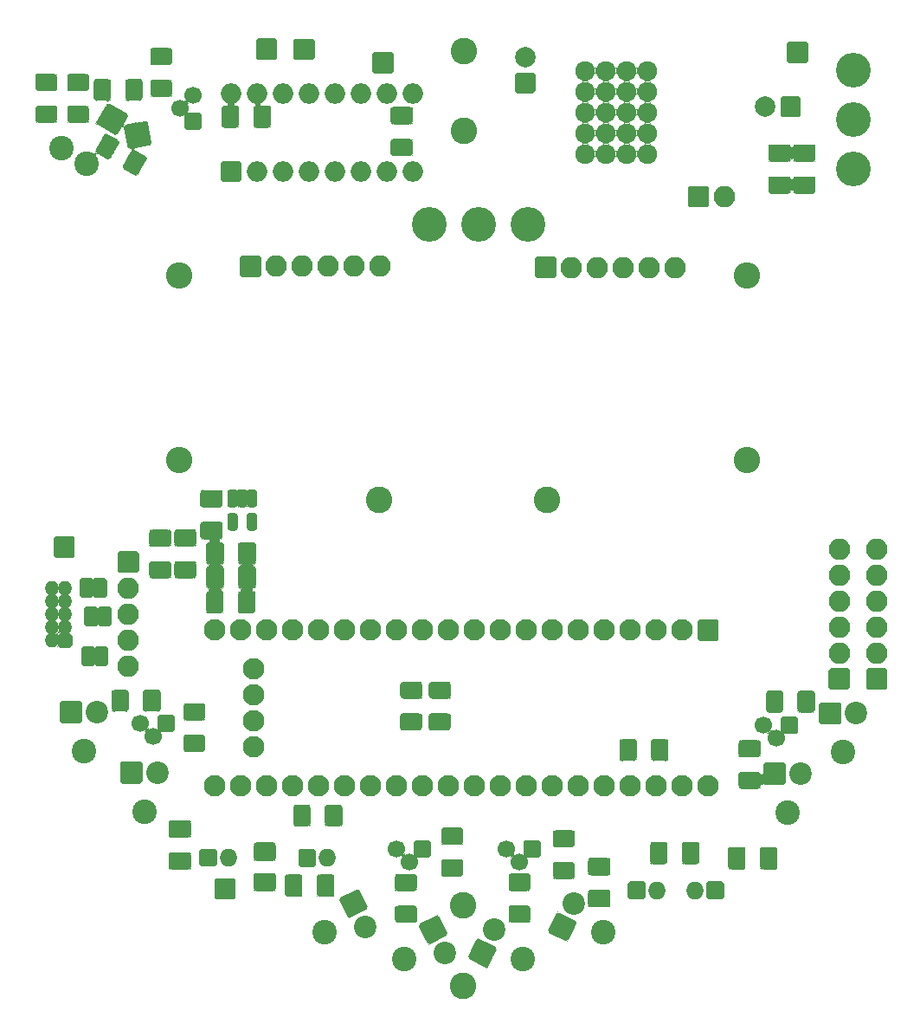
<source format=gbs>
G04 #@! TF.GenerationSoftware,KiCad,Pcbnew,(5.1.12-1-10_14)*
G04 #@! TF.CreationDate,2023-02-02T16:13:30-08:00*
G04 #@! TF.ProjectId,mouse_v2_PAIN,6d6f7573-655f-4763-925f-5041494e2e6b,rev?*
G04 #@! TF.SameCoordinates,Original*
G04 #@! TF.FileFunction,Soldermask,Bot*
G04 #@! TF.FilePolarity,Negative*
%FSLAX46Y46*%
G04 Gerber Fmt 4.6, Leading zero omitted, Abs format (unit mm)*
G04 Created by KiCad (PCBNEW (5.1.12-1-10_14)) date 2023-02-02 16:13:30*
%MOMM*%
%LPD*%
G01*
G04 APERTURE LIST*
%ADD10O,2.100000X2.100000*%
%ADD11C,2.600000*%
%ADD12C,2.400000*%
%ADD13C,2.000000*%
%ADD14O,1.400000X1.400000*%
%ADD15C,1.700000*%
%ADD16C,3.400000*%
%ADD17O,2.000000X2.000000*%
%ADD18C,2.584400*%
%ADD19C,2.200000*%
%ADD20O,1.750000X1.750000*%
%ADD21C,1.924000*%
%ADD22C,2.100000*%
%ADD23C,0.100000*%
G04 APERTURE END LIST*
G36*
G01*
X183882400Y-71712800D02*
X182182400Y-71712800D01*
G75*
G02*
X181982400Y-71512800I0J200000D01*
G01*
X181982400Y-69812800D01*
G75*
G02*
X182182400Y-69612800I200000J0D01*
G01*
X183882400Y-69612800D01*
G75*
G02*
X184082400Y-69812800I0J-200000D01*
G01*
X184082400Y-71512800D01*
G75*
G02*
X183882400Y-71712800I-200000J0D01*
G01*
G37*
D10*
X185572400Y-70662800D03*
G36*
G01*
X201532200Y-116955200D02*
X201532200Y-118655200D01*
G75*
G02*
X201332200Y-118855200I-200000J0D01*
G01*
X199632200Y-118855200D01*
G75*
G02*
X199432200Y-118655200I0J200000D01*
G01*
X199432200Y-116955200D01*
G75*
G02*
X199632200Y-116755200I200000J0D01*
G01*
X201332200Y-116755200D01*
G75*
G02*
X201532200Y-116955200I0J-200000D01*
G01*
G37*
X200482200Y-115265200D03*
X200482200Y-112725200D03*
X200482200Y-110185200D03*
X200482200Y-107645200D03*
X200482200Y-105105200D03*
D11*
X168198800Y-100253800D03*
X151790400Y-100253800D03*
G36*
G01*
X128663400Y-59475321D02*
X128663400Y-60971479D01*
G75*
G02*
X128336479Y-61298400I-326921J0D01*
G01*
X127290321Y-61298400D01*
G75*
G02*
X126963400Y-60971479I0J326921D01*
G01*
X126963400Y-59475321D01*
G75*
G02*
X127290321Y-59148400I326921J0D01*
G01*
X128336479Y-59148400D01*
G75*
G02*
X128663400Y-59475321I0J-326921D01*
G01*
G37*
G36*
G01*
X125563400Y-59475321D02*
X125563400Y-60971479D01*
G75*
G02*
X125236479Y-61298400I-326921J0D01*
G01*
X124190321Y-61298400D01*
G75*
G02*
X123863400Y-60971479I0J326921D01*
G01*
X123863400Y-59475321D01*
G75*
G02*
X124190321Y-59148400I326921J0D01*
G01*
X125236479Y-59148400D01*
G75*
G02*
X125563400Y-59475321I0J-326921D01*
G01*
G37*
G36*
G01*
X118479521Y-61736200D02*
X119975679Y-61736200D01*
G75*
G02*
X120302600Y-62063121I0J-326921D01*
G01*
X120302600Y-63109279D01*
G75*
G02*
X119975679Y-63436200I-326921J0D01*
G01*
X118479521Y-63436200D01*
G75*
G02*
X118152600Y-63109279I0J326921D01*
G01*
X118152600Y-62063121D01*
G75*
G02*
X118479521Y-61736200I326921J0D01*
G01*
G37*
G36*
G01*
X118479521Y-58636200D02*
X119975679Y-58636200D01*
G75*
G02*
X120302600Y-58963121I0J-326921D01*
G01*
X120302600Y-60009279D01*
G75*
G02*
X119975679Y-60336200I-326921J0D01*
G01*
X118479521Y-60336200D01*
G75*
G02*
X118152600Y-60009279I0J326921D01*
G01*
X118152600Y-58963121D01*
G75*
G02*
X118479521Y-58636200I326921J0D01*
G01*
G37*
G36*
G01*
X121603721Y-58661000D02*
X123099879Y-58661000D01*
G75*
G02*
X123426800Y-58987921I0J-326921D01*
G01*
X123426800Y-60034079D01*
G75*
G02*
X123099879Y-60361000I-326921J0D01*
G01*
X121603721Y-60361000D01*
G75*
G02*
X121276800Y-60034079I0J326921D01*
G01*
X121276800Y-58987921D01*
G75*
G02*
X121603721Y-58661000I326921J0D01*
G01*
G37*
G36*
G01*
X121603721Y-61761000D02*
X123099879Y-61761000D01*
G75*
G02*
X123426800Y-62087921I0J-326921D01*
G01*
X123426800Y-63134079D01*
G75*
G02*
X123099879Y-63461000I-326921J0D01*
G01*
X121603721Y-63461000D01*
G75*
G02*
X121276800Y-63134079I0J326921D01*
G01*
X121276800Y-62087921D01*
G75*
G02*
X121603721Y-61761000I326921J0D01*
G01*
G37*
X160083500Y-64262000D03*
X160020000Y-139954000D03*
X160096200Y-56413400D03*
X160020000Y-147828000D03*
G36*
G01*
X129201922Y-63424414D02*
X129549218Y-65394030D01*
G75*
G02*
X129386986Y-65625722I-196962J-34730D01*
G01*
X127417370Y-65973018D01*
G75*
G02*
X127185678Y-65810786I-34730J196962D01*
G01*
X126838382Y-63841170D01*
G75*
G02*
X127000614Y-63609478I196962J34730D01*
G01*
X128970230Y-63262182D01*
G75*
G02*
X129201922Y-63424414I34730J-196962D01*
G01*
G37*
D12*
X120709261Y-65937326D03*
G36*
G01*
X125438575Y-61554370D02*
X127170625Y-62554370D01*
G75*
G02*
X127243830Y-62827575I-100000J-173205D01*
G01*
X126243830Y-64559625D01*
G75*
G02*
X125970625Y-64632830I-173205J100000D01*
G01*
X124238575Y-63632830D01*
G75*
G02*
X124165370Y-63359625I100000J173205D01*
G01*
X125165370Y-61627575D01*
G75*
G02*
X125438575Y-61554370I173205J-100000D01*
G01*
G37*
X123204600Y-67423727D03*
G36*
G01*
X193049400Y-61074400D02*
X193049400Y-62674400D01*
G75*
G02*
X192849400Y-62874400I-200000J0D01*
G01*
X191249400Y-62874400D01*
G75*
G02*
X191049400Y-62674400I0J200000D01*
G01*
X191049400Y-61074400D01*
G75*
G02*
X191249400Y-60874400I200000J0D01*
G01*
X192849400Y-60874400D01*
G75*
G02*
X193049400Y-61074400I0J-200000D01*
G01*
G37*
D13*
X189549400Y-61874400D03*
G36*
G01*
X136360600Y-63614131D02*
X136360600Y-62065069D01*
G75*
G02*
X136686069Y-61739600I325469J0D01*
G01*
X137760131Y-61739600D01*
G75*
G02*
X138085600Y-62065069I0J-325469D01*
G01*
X138085600Y-63614131D01*
G75*
G02*
X137760131Y-63939600I-325469J0D01*
G01*
X136686069Y-63939600D01*
G75*
G02*
X136360600Y-63614131I0J325469D01*
G01*
G37*
G36*
G01*
X139485600Y-63614131D02*
X139485600Y-62065069D01*
G75*
G02*
X139811069Y-61739600I325469J0D01*
G01*
X140885131Y-61739600D01*
G75*
G02*
X141210600Y-62065069I0J-325469D01*
G01*
X141210600Y-63614131D01*
G75*
G02*
X140885131Y-63939600I-325469J0D01*
G01*
X139811069Y-63939600D01*
G75*
G02*
X139485600Y-63614131I0J325469D01*
G01*
G37*
G36*
G01*
X154774731Y-66712400D02*
X153225669Y-66712400D01*
G75*
G02*
X152900200Y-66386931I0J325469D01*
G01*
X152900200Y-65312869D01*
G75*
G02*
X153225669Y-64987400I325469J0D01*
G01*
X154774731Y-64987400D01*
G75*
G02*
X155100200Y-65312869I0J-325469D01*
G01*
X155100200Y-66386931D01*
G75*
G02*
X154774731Y-66712400I-325469J0D01*
G01*
G37*
G36*
G01*
X154774731Y-63587400D02*
X153225669Y-63587400D01*
G75*
G02*
X152900200Y-63261931I0J325469D01*
G01*
X152900200Y-62187869D01*
G75*
G02*
X153225669Y-61862400I325469J0D01*
G01*
X154774731Y-61862400D01*
G75*
G02*
X155100200Y-62187869I0J-325469D01*
G01*
X155100200Y-63261931D01*
G75*
G02*
X154774731Y-63587400I-325469J0D01*
G01*
G37*
G36*
G01*
X121781800Y-113546000D02*
X121781800Y-114546000D01*
G75*
G02*
X121581800Y-114746000I-200000J0D01*
G01*
X120581800Y-114746000D01*
G75*
G02*
X120381800Y-114546000I0J200000D01*
G01*
X120381800Y-113546000D01*
G75*
G02*
X120581800Y-113346000I200000J0D01*
G01*
X121581800Y-113346000D01*
G75*
G02*
X121781800Y-113546000I0J-200000D01*
G01*
G37*
D14*
X119811800Y-114046000D03*
X121081800Y-112776000D03*
X119811800Y-112776000D03*
X121081800Y-111506000D03*
X119811800Y-111506000D03*
X121081800Y-110236000D03*
X119811800Y-110236000D03*
X121081800Y-108966000D03*
X119811800Y-108966000D03*
G36*
G01*
X126204000Y-107225200D02*
X126204000Y-105525200D01*
G75*
G02*
X126404000Y-105325200I200000J0D01*
G01*
X128104000Y-105325200D01*
G75*
G02*
X128304000Y-105525200I0J-200000D01*
G01*
X128304000Y-107225200D01*
G75*
G02*
X128104000Y-107425200I-200000J0D01*
G01*
X126404000Y-107425200D01*
G75*
G02*
X126204000Y-107225200I0J200000D01*
G01*
G37*
D10*
X127254000Y-108915200D03*
X127254000Y-111455200D03*
X127254000Y-113995200D03*
X127254000Y-116535200D03*
G36*
G01*
X124232200Y-112433800D02*
X124232200Y-110933800D01*
G75*
G02*
X124432200Y-110733800I200000J0D01*
G01*
X125432200Y-110733800D01*
G75*
G02*
X125632200Y-110933800I0J-200000D01*
G01*
X125632200Y-112433800D01*
G75*
G02*
X125432200Y-112633800I-200000J0D01*
G01*
X124432200Y-112633800D01*
G75*
G02*
X124232200Y-112433800I0J200000D01*
G01*
G37*
G36*
G01*
X122932200Y-112433800D02*
X122932200Y-110933800D01*
G75*
G02*
X123132200Y-110733800I200000J0D01*
G01*
X124132200Y-110733800D01*
G75*
G02*
X124332200Y-110933800I0J-200000D01*
G01*
X124332200Y-112433800D01*
G75*
G02*
X124132200Y-112633800I-200000J0D01*
G01*
X123132200Y-112633800D01*
G75*
G02*
X122932200Y-112433800I0J200000D01*
G01*
G37*
G36*
G01*
X123875000Y-108139800D02*
X123875000Y-109639800D01*
G75*
G02*
X123675000Y-109839800I-200000J0D01*
G01*
X122675000Y-109839800D01*
G75*
G02*
X122475000Y-109639800I0J200000D01*
G01*
X122475000Y-108139800D01*
G75*
G02*
X122675000Y-107939800I200000J0D01*
G01*
X123675000Y-107939800D01*
G75*
G02*
X123875000Y-108139800I0J-200000D01*
G01*
G37*
G36*
G01*
X125175000Y-108139800D02*
X125175000Y-109639800D01*
G75*
G02*
X124975000Y-109839800I-200000J0D01*
G01*
X123975000Y-109839800D01*
G75*
G02*
X123775000Y-109639800I0J200000D01*
G01*
X123775000Y-108139800D01*
G75*
G02*
X123975000Y-107939800I200000J0D01*
G01*
X124975000Y-107939800D01*
G75*
G02*
X125175000Y-108139800I0J-200000D01*
G01*
G37*
G36*
G01*
X125327400Y-114820000D02*
X125327400Y-116320000D01*
G75*
G02*
X125127400Y-116520000I-200000J0D01*
G01*
X124127400Y-116520000D01*
G75*
G02*
X123927400Y-116320000I0J200000D01*
G01*
X123927400Y-114820000D01*
G75*
G02*
X124127400Y-114620000I200000J0D01*
G01*
X125127400Y-114620000D01*
G75*
G02*
X125327400Y-114820000I0J-200000D01*
G01*
G37*
G36*
G01*
X124027400Y-114820000D02*
X124027400Y-116320000D01*
G75*
G02*
X123827400Y-116520000I-200000J0D01*
G01*
X122827400Y-116520000D01*
G75*
G02*
X122627400Y-116320000I0J200000D01*
G01*
X122627400Y-114820000D01*
G75*
G02*
X122827400Y-114620000I200000J0D01*
G01*
X123827400Y-114620000D01*
G75*
G02*
X124027400Y-114820000I0J-200000D01*
G01*
G37*
D15*
X190677800Y-123596400D03*
X189407800Y-122326400D03*
G36*
G01*
X192797800Y-121676400D02*
X192797800Y-122976400D01*
G75*
G02*
X192597800Y-123176400I-200000J0D01*
G01*
X191297800Y-123176400D01*
G75*
G02*
X191097800Y-122976400I0J200000D01*
G01*
X191097800Y-121676400D01*
G75*
G02*
X191297800Y-121476400I200000J0D01*
G01*
X192597800Y-121476400D01*
G75*
G02*
X192797800Y-121676400I0J-200000D01*
G01*
G37*
G36*
G01*
X167601000Y-133741400D02*
X167601000Y-135041400D01*
G75*
G02*
X167401000Y-135241400I-200000J0D01*
G01*
X166101000Y-135241400D01*
G75*
G02*
X165901000Y-135041400I0J200000D01*
G01*
X165901000Y-133741400D01*
G75*
G02*
X166101000Y-133541400I200000J0D01*
G01*
X167401000Y-133541400D01*
G75*
G02*
X167601000Y-133741400I0J-200000D01*
G01*
G37*
X164211000Y-134391400D03*
X165481000Y-135661400D03*
X129692400Y-123393200D03*
X128422400Y-122123200D03*
G36*
G01*
X131812400Y-121473200D02*
X131812400Y-122773200D01*
G75*
G02*
X131612400Y-122973200I-200000J0D01*
G01*
X130312400Y-122973200D01*
G75*
G02*
X130112400Y-122773200I0J200000D01*
G01*
X130112400Y-121473200D01*
G75*
G02*
X130312400Y-121273200I200000J0D01*
G01*
X131612400Y-121273200D01*
G75*
G02*
X131812400Y-121473200I0J-200000D01*
G01*
G37*
G36*
G01*
X156882200Y-133741400D02*
X156882200Y-135041400D01*
G75*
G02*
X156682200Y-135241400I-200000J0D01*
G01*
X155382200Y-135241400D01*
G75*
G02*
X155182200Y-135041400I0J200000D01*
G01*
X155182200Y-133741400D01*
G75*
G02*
X155382200Y-133541400I200000J0D01*
G01*
X156682200Y-133541400D01*
G75*
G02*
X156882200Y-133741400I0J-200000D01*
G01*
G37*
X153492200Y-134391400D03*
X154762200Y-135661400D03*
X132308600Y-62026800D03*
X133578600Y-60756800D03*
G36*
G01*
X134228600Y-64146800D02*
X132928600Y-64146800D01*
G75*
G02*
X132728600Y-63946800I0J200000D01*
G01*
X132728600Y-62646800D01*
G75*
G02*
X132928600Y-62446800I200000J0D01*
G01*
X134228600Y-62446800D01*
G75*
G02*
X134428600Y-62646800I0J-200000D01*
G01*
X134428600Y-63946800D01*
G75*
G02*
X134228600Y-64146800I-200000J0D01*
G01*
G37*
G36*
G01*
X191324000Y-119266921D02*
X191324000Y-120763079D01*
G75*
G02*
X190997079Y-121090000I-326921J0D01*
G01*
X189950921Y-121090000D01*
G75*
G02*
X189624000Y-120763079I0J326921D01*
G01*
X189624000Y-119266921D01*
G75*
G02*
X189950921Y-118940000I326921J0D01*
G01*
X190997079Y-118940000D01*
G75*
G02*
X191324000Y-119266921I0J-326921D01*
G01*
G37*
G36*
G01*
X194424000Y-119266921D02*
X194424000Y-120763079D01*
G75*
G02*
X194097079Y-121090000I-326921J0D01*
G01*
X193050921Y-121090000D01*
G75*
G02*
X192724000Y-120763079I0J326921D01*
G01*
X192724000Y-119266921D01*
G75*
G02*
X193050921Y-118940000I326921J0D01*
G01*
X194097079Y-118940000D01*
G75*
G02*
X194424000Y-119266921I0J-326921D01*
G01*
G37*
G36*
G01*
X166279879Y-138517400D02*
X164783721Y-138517400D01*
G75*
G02*
X164456800Y-138190479I0J326921D01*
G01*
X164456800Y-137144321D01*
G75*
G02*
X164783721Y-136817400I326921J0D01*
G01*
X166279879Y-136817400D01*
G75*
G02*
X166606800Y-137144321I0J-326921D01*
G01*
X166606800Y-138190479D01*
G75*
G02*
X166279879Y-138517400I-326921J0D01*
G01*
G37*
G36*
G01*
X166279879Y-141617400D02*
X164783721Y-141617400D01*
G75*
G02*
X164456800Y-141290479I0J326921D01*
G01*
X164456800Y-140244321D01*
G75*
G02*
X164783721Y-139917400I326921J0D01*
G01*
X166279879Y-139917400D01*
G75*
G02*
X166606800Y-140244321I0J-326921D01*
G01*
X166606800Y-141290479D01*
G75*
G02*
X166279879Y-141617400I-326921J0D01*
G01*
G37*
G36*
G01*
X128716000Y-120661479D02*
X128716000Y-119165321D01*
G75*
G02*
X129042921Y-118838400I326921J0D01*
G01*
X130089079Y-118838400D01*
G75*
G02*
X130416000Y-119165321I0J-326921D01*
G01*
X130416000Y-120661479D01*
G75*
G02*
X130089079Y-120988400I-326921J0D01*
G01*
X129042921Y-120988400D01*
G75*
G02*
X128716000Y-120661479I0J326921D01*
G01*
G37*
G36*
G01*
X125616000Y-120661479D02*
X125616000Y-119165321D01*
G75*
G02*
X125942921Y-118838400I326921J0D01*
G01*
X126989079Y-118838400D01*
G75*
G02*
X127316000Y-119165321I0J-326921D01*
G01*
X127316000Y-120661479D01*
G75*
G02*
X126989079Y-120988400I-326921J0D01*
G01*
X125942921Y-120988400D01*
G75*
G02*
X125616000Y-120661479I0J326921D01*
G01*
G37*
G36*
G01*
X155154679Y-141642800D02*
X153658521Y-141642800D01*
G75*
G02*
X153331600Y-141315879I0J326921D01*
G01*
X153331600Y-140269721D01*
G75*
G02*
X153658521Y-139942800I326921J0D01*
G01*
X155154679Y-139942800D01*
G75*
G02*
X155481600Y-140269721I0J-326921D01*
G01*
X155481600Y-141315879D01*
G75*
G02*
X155154679Y-141642800I-326921J0D01*
G01*
G37*
G36*
G01*
X155154679Y-138542800D02*
X153658521Y-138542800D01*
G75*
G02*
X153331600Y-138215879I0J326921D01*
G01*
X153331600Y-137169721D01*
G75*
G02*
X153658521Y-136842800I326921J0D01*
G01*
X155154679Y-136842800D01*
G75*
G02*
X155481600Y-137169721I0J-326921D01*
G01*
X155481600Y-138215879D01*
G75*
G02*
X155154679Y-138542800I-326921J0D01*
G01*
G37*
G36*
G01*
X131126279Y-104887800D02*
X129630121Y-104887800D01*
G75*
G02*
X129303200Y-104560879I0J326921D01*
G01*
X129303200Y-103514721D01*
G75*
G02*
X129630121Y-103187800I326921J0D01*
G01*
X131126279Y-103187800D01*
G75*
G02*
X131453200Y-103514721I0J-326921D01*
G01*
X131453200Y-104560879D01*
G75*
G02*
X131126279Y-104887800I-326921J0D01*
G01*
G37*
G36*
G01*
X131126279Y-107987800D02*
X129630121Y-107987800D01*
G75*
G02*
X129303200Y-107660879I0J326921D01*
G01*
X129303200Y-106614721D01*
G75*
G02*
X129630121Y-106287800I326921J0D01*
G01*
X131126279Y-106287800D01*
G75*
G02*
X131453200Y-106614721I0J-326921D01*
G01*
X131453200Y-107660879D01*
G75*
G02*
X131126279Y-107987800I-326921J0D01*
G01*
G37*
G36*
G01*
X133590079Y-107962400D02*
X132093921Y-107962400D01*
G75*
G02*
X131767000Y-107635479I0J326921D01*
G01*
X131767000Y-106589321D01*
G75*
G02*
X132093921Y-106262400I326921J0D01*
G01*
X133590079Y-106262400D01*
G75*
G02*
X133917000Y-106589321I0J-326921D01*
G01*
X133917000Y-107635479D01*
G75*
G02*
X133590079Y-107962400I-326921J0D01*
G01*
G37*
G36*
G01*
X133590079Y-104862400D02*
X132093921Y-104862400D01*
G75*
G02*
X131767000Y-104535479I0J326921D01*
G01*
X131767000Y-103489321D01*
G75*
G02*
X132093921Y-103162400I326921J0D01*
G01*
X133590079Y-103162400D01*
G75*
G02*
X133917000Y-103489321I0J-326921D01*
G01*
X133917000Y-104535479D01*
G75*
G02*
X133590079Y-104862400I-326921J0D01*
G01*
G37*
G36*
G01*
X131227879Y-57821600D02*
X129731721Y-57821600D01*
G75*
G02*
X129404800Y-57494679I0J326921D01*
G01*
X129404800Y-56448521D01*
G75*
G02*
X129731721Y-56121600I326921J0D01*
G01*
X131227879Y-56121600D01*
G75*
G02*
X131554800Y-56448521I0J-326921D01*
G01*
X131554800Y-57494679D01*
G75*
G02*
X131227879Y-57821600I-326921J0D01*
G01*
G37*
G36*
G01*
X131227879Y-60921600D02*
X129731721Y-60921600D01*
G75*
G02*
X129404800Y-60594679I0J326921D01*
G01*
X129404800Y-59548521D01*
G75*
G02*
X129731721Y-59221600I326921J0D01*
G01*
X131227879Y-59221600D01*
G75*
G02*
X131554800Y-59548521I0J-326921D01*
G01*
X131554800Y-60594679D01*
G75*
G02*
X131227879Y-60921600I-326921J0D01*
G01*
G37*
G36*
G01*
X188784279Y-128561800D02*
X187288121Y-128561800D01*
G75*
G02*
X186961200Y-128234879I0J326921D01*
G01*
X186961200Y-127188721D01*
G75*
G02*
X187288121Y-126861800I326921J0D01*
G01*
X188784279Y-126861800D01*
G75*
G02*
X189111200Y-127188721I0J-326921D01*
G01*
X189111200Y-128234879D01*
G75*
G02*
X188784279Y-128561800I-326921J0D01*
G01*
G37*
G36*
G01*
X188784279Y-125461800D02*
X187288121Y-125461800D01*
G75*
G02*
X186961200Y-125134879I0J326921D01*
G01*
X186961200Y-124088721D01*
G75*
G02*
X187288121Y-123761800I326921J0D01*
G01*
X188784279Y-123761800D01*
G75*
G02*
X189111200Y-124088721I0J-326921D01*
G01*
X189111200Y-125134879D01*
G75*
G02*
X188784279Y-125461800I-326921J0D01*
G01*
G37*
G36*
G01*
X169127121Y-132550200D02*
X170623279Y-132550200D01*
G75*
G02*
X170950200Y-132877121I0J-326921D01*
G01*
X170950200Y-133923279D01*
G75*
G02*
X170623279Y-134250200I-326921J0D01*
G01*
X169127121Y-134250200D01*
G75*
G02*
X168800200Y-133923279I0J326921D01*
G01*
X168800200Y-132877121D01*
G75*
G02*
X169127121Y-132550200I326921J0D01*
G01*
G37*
G36*
G01*
X169127121Y-135650200D02*
X170623279Y-135650200D01*
G75*
G02*
X170950200Y-135977121I0J-326921D01*
G01*
X170950200Y-137023279D01*
G75*
G02*
X170623279Y-137350200I-326921J0D01*
G01*
X169127121Y-137350200D01*
G75*
G02*
X168800200Y-137023279I0J326921D01*
G01*
X168800200Y-135977121D01*
G75*
G02*
X169127121Y-135650200I326921J0D01*
G01*
G37*
G36*
G01*
X132957521Y-120155000D02*
X134453679Y-120155000D01*
G75*
G02*
X134780600Y-120481921I0J-326921D01*
G01*
X134780600Y-121528079D01*
G75*
G02*
X134453679Y-121855000I-326921J0D01*
G01*
X132957521Y-121855000D01*
G75*
G02*
X132630600Y-121528079I0J326921D01*
G01*
X132630600Y-120481921D01*
G75*
G02*
X132957521Y-120155000I326921J0D01*
G01*
G37*
G36*
G01*
X132957521Y-123255000D02*
X134453679Y-123255000D01*
G75*
G02*
X134780600Y-123581921I0J-326921D01*
G01*
X134780600Y-124628079D01*
G75*
G02*
X134453679Y-124955000I-326921J0D01*
G01*
X132957521Y-124955000D01*
G75*
G02*
X132630600Y-124628079I0J326921D01*
G01*
X132630600Y-123581921D01*
G75*
G02*
X132957521Y-123255000I326921J0D01*
G01*
G37*
G36*
G01*
X158205121Y-132321600D02*
X159701279Y-132321600D01*
G75*
G02*
X160028200Y-132648521I0J-326921D01*
G01*
X160028200Y-133694679D01*
G75*
G02*
X159701279Y-134021600I-326921J0D01*
G01*
X158205121Y-134021600D01*
G75*
G02*
X157878200Y-133694679I0J326921D01*
G01*
X157878200Y-132648521D01*
G75*
G02*
X158205121Y-132321600I326921J0D01*
G01*
G37*
G36*
G01*
X158205121Y-135421600D02*
X159701279Y-135421600D01*
G75*
G02*
X160028200Y-135748521I0J-326921D01*
G01*
X160028200Y-136794679D01*
G75*
G02*
X159701279Y-137121600I-326921J0D01*
G01*
X158205121Y-137121600D01*
G75*
G02*
X157878200Y-136794679I0J326921D01*
G01*
X157878200Y-135748521D01*
G75*
G02*
X158205121Y-135421600I326921J0D01*
G01*
G37*
G36*
G01*
X145096000Y-130392121D02*
X145096000Y-131888279D01*
G75*
G02*
X144769079Y-132215200I-326921J0D01*
G01*
X143722921Y-132215200D01*
G75*
G02*
X143396000Y-131888279I0J326921D01*
G01*
X143396000Y-130392121D01*
G75*
G02*
X143722921Y-130065200I326921J0D01*
G01*
X144769079Y-130065200D01*
G75*
G02*
X145096000Y-130392121I0J-326921D01*
G01*
G37*
G36*
G01*
X148196000Y-130392121D02*
X148196000Y-131888279D01*
G75*
G02*
X147869079Y-132215200I-326921J0D01*
G01*
X146822921Y-132215200D01*
G75*
G02*
X146496000Y-131888279I0J326921D01*
G01*
X146496000Y-130392121D01*
G75*
G02*
X146822921Y-130065200I326921J0D01*
G01*
X147869079Y-130065200D01*
G75*
G02*
X148196000Y-130392121I0J-326921D01*
G01*
G37*
G36*
G01*
X128995300Y-67100144D02*
X128247221Y-68395855D01*
G75*
G02*
X127800638Y-68515517I-283122J163460D01*
G01*
X126894639Y-67992438D01*
G75*
G02*
X126774978Y-67545856I163461J283122D01*
G01*
X127523057Y-66250145D01*
G75*
G02*
X127969640Y-66130483I283122J-163460D01*
G01*
X128875639Y-66653562D01*
G75*
G02*
X128995300Y-67100144I-163461J-283122D01*
G01*
G37*
G36*
G01*
X126310622Y-65550144D02*
X125562543Y-66845855D01*
G75*
G02*
X125115960Y-66965517I-283122J163460D01*
G01*
X124209961Y-66442438D01*
G75*
G02*
X124090300Y-65995856I163461J283122D01*
G01*
X124838379Y-64700145D01*
G75*
G02*
X125284962Y-64580483I283122J-163460D01*
G01*
X126190961Y-65103562D01*
G75*
G02*
X126310622Y-65550144I-163461J-283122D01*
G01*
G37*
G36*
G01*
X156985921Y-121146800D02*
X158482079Y-121146800D01*
G75*
G02*
X158809000Y-121473721I0J-326921D01*
G01*
X158809000Y-122519879D01*
G75*
G02*
X158482079Y-122846800I-326921J0D01*
G01*
X156985921Y-122846800D01*
G75*
G02*
X156659000Y-122519879I0J326921D01*
G01*
X156659000Y-121473721D01*
G75*
G02*
X156985921Y-121146800I326921J0D01*
G01*
G37*
G36*
G01*
X156985921Y-118046800D02*
X158482079Y-118046800D01*
G75*
G02*
X158809000Y-118373721I0J-326921D01*
G01*
X158809000Y-119419879D01*
G75*
G02*
X158482079Y-119746800I-326921J0D01*
G01*
X156985921Y-119746800D01*
G75*
G02*
X156659000Y-119419879I0J326921D01*
G01*
X156659000Y-118373721D01*
G75*
G02*
X156985921Y-118046800I326921J0D01*
G01*
G37*
G36*
G01*
X155688079Y-122846800D02*
X154191921Y-122846800D01*
G75*
G02*
X153865000Y-122519879I0J326921D01*
G01*
X153865000Y-121473721D01*
G75*
G02*
X154191921Y-121146800I326921J0D01*
G01*
X155688079Y-121146800D01*
G75*
G02*
X156015000Y-121473721I0J-326921D01*
G01*
X156015000Y-122519879D01*
G75*
G02*
X155688079Y-122846800I-326921J0D01*
G01*
G37*
G36*
G01*
X155688079Y-119746800D02*
X154191921Y-119746800D01*
G75*
G02*
X153865000Y-119419879I0J326921D01*
G01*
X153865000Y-118373721D01*
G75*
G02*
X154191921Y-118046800I326921J0D01*
G01*
X155688079Y-118046800D01*
G75*
G02*
X156015000Y-118373721I0J-326921D01*
G01*
X156015000Y-119419879D01*
G75*
G02*
X155688079Y-119746800I-326921J0D01*
G01*
G37*
D16*
X198196200Y-63119000D03*
X198196200Y-67945000D03*
X198196200Y-58293000D03*
G36*
G01*
X191885200Y-55515800D02*
X193585200Y-55515800D01*
G75*
G02*
X193785200Y-55715800I0J-200000D01*
G01*
X193785200Y-57415800D01*
G75*
G02*
X193585200Y-57615800I-200000J0D01*
G01*
X191885200Y-57615800D01*
G75*
G02*
X191685200Y-57415800I0J200000D01*
G01*
X191685200Y-55715800D01*
G75*
G02*
X191885200Y-55515800I200000J0D01*
G01*
G37*
G36*
G01*
X137778200Y-137453000D02*
X137778200Y-139153000D01*
G75*
G02*
X137578200Y-139353000I-200000J0D01*
G01*
X135878200Y-139353000D01*
G75*
G02*
X135678200Y-139153000I0J200000D01*
G01*
X135678200Y-137453000D01*
G75*
G02*
X135878200Y-137253000I200000J0D01*
G01*
X137578200Y-137253000D01*
G75*
G02*
X137778200Y-137453000I0J-200000D01*
G01*
G37*
G36*
G01*
X138112400Y-69199000D02*
X136512400Y-69199000D01*
G75*
G02*
X136312400Y-68999000I0J200000D01*
G01*
X136312400Y-67399000D01*
G75*
G02*
X136512400Y-67199000I200000J0D01*
G01*
X138112400Y-67199000D01*
G75*
G02*
X138312400Y-67399000I0J-200000D01*
G01*
X138312400Y-68999000D01*
G75*
G02*
X138112400Y-69199000I-200000J0D01*
G01*
G37*
D17*
X155092400Y-60579000D03*
X139852400Y-68199000D03*
X152552400Y-60579000D03*
X142392400Y-68199000D03*
X150012400Y-60579000D03*
X144932400Y-68199000D03*
X147472400Y-60579000D03*
X147472400Y-68199000D03*
X144932400Y-60579000D03*
X150012400Y-68199000D03*
X142392400Y-60579000D03*
X152552400Y-68199000D03*
X139852400Y-60579000D03*
X155092400Y-68199000D03*
X137312400Y-60579000D03*
D18*
X132254000Y-78376000D03*
X132254000Y-96376000D03*
X187786000Y-78376000D03*
X187786000Y-96376000D03*
D16*
X161493200Y-73406000D03*
X166319200Y-73406000D03*
X156667200Y-73406000D03*
G36*
G01*
X194835600Y-122058000D02*
X194835600Y-120258000D01*
G75*
G02*
X195035600Y-120058000I200000J0D01*
G01*
X196835600Y-120058000D01*
G75*
G02*
X197035600Y-120258000I0J-200000D01*
G01*
X197035600Y-122058000D01*
G75*
G02*
X196835600Y-122258000I-200000J0D01*
G01*
X195035600Y-122258000D01*
G75*
G02*
X194835600Y-122058000I0J200000D01*
G01*
G37*
D19*
X198475600Y-121158000D03*
D12*
X197205600Y-124968000D03*
X165875971Y-145140247D03*
D19*
X163032942Y-142303667D03*
G36*
G01*
X162214223Y-145962806D02*
X160603341Y-145159650D01*
G75*
G02*
X160513594Y-144891423I89240J178987D01*
G01*
X161316750Y-143280541D01*
G75*
G02*
X161584977Y-143190794I178987J-89240D01*
G01*
X163195859Y-143993950D01*
G75*
G02*
X163285606Y-144262177I-89240J-178987D01*
G01*
X162482450Y-145873059D01*
G75*
G02*
X162214223Y-145962806I-178987J89240D01*
G01*
G37*
D12*
X122948700Y-124841000D03*
D19*
X124218700Y-121031000D03*
G36*
G01*
X120578700Y-121931000D02*
X120578700Y-120131000D01*
G75*
G02*
X120778700Y-119931000I200000J0D01*
G01*
X122578700Y-119931000D01*
G75*
G02*
X122778700Y-120131000I0J-200000D01*
G01*
X122778700Y-121931000D01*
G75*
G02*
X122578700Y-122131000I-200000J0D01*
G01*
X120778700Y-122131000D01*
G75*
G02*
X120578700Y-121931000I0J200000D01*
G01*
G37*
G36*
G01*
X155786999Y-141720817D02*
X157397881Y-140917661D01*
G75*
G02*
X157666108Y-141007408I89240J-178987D01*
G01*
X158469264Y-142618290D01*
G75*
G02*
X158379517Y-142886517I-178987J-89240D01*
G01*
X156768635Y-143689673D01*
G75*
G02*
X156500408Y-143599926I-89240J178987D01*
G01*
X155697252Y-141989044D01*
G75*
G02*
X155786999Y-141720817I178987J89240D01*
G01*
G37*
X158216600Y-144576800D03*
D12*
X154240229Y-145140247D03*
G36*
G01*
X189349200Y-127950800D02*
X189349200Y-126150800D01*
G75*
G02*
X189549200Y-125950800I200000J0D01*
G01*
X191349200Y-125950800D01*
G75*
G02*
X191549200Y-126150800I0J-200000D01*
G01*
X191549200Y-127950800D01*
G75*
G02*
X191349200Y-128150800I-200000J0D01*
G01*
X189549200Y-128150800D01*
G75*
G02*
X189349200Y-127950800I0J200000D01*
G01*
G37*
D19*
X192989200Y-127050800D03*
D12*
X191719200Y-130860800D03*
X173699171Y-142574847D03*
D19*
X170856142Y-139738267D03*
G36*
G01*
X170037423Y-143397406D02*
X168426541Y-142594250D01*
G75*
G02*
X168336794Y-142326023I89240J178987D01*
G01*
X169139950Y-140715141D01*
G75*
G02*
X169408177Y-140625394I178987J-89240D01*
G01*
X171019059Y-141428550D01*
G75*
G02*
X171108806Y-141696777I-89240J-178987D01*
G01*
X170305650Y-143307659D01*
G75*
G02*
X170037423Y-143397406I-178987J89240D01*
G01*
G37*
G36*
G01*
X126458800Y-127823800D02*
X126458800Y-126023800D01*
G75*
G02*
X126658800Y-125823800I200000J0D01*
G01*
X128458800Y-125823800D01*
G75*
G02*
X128658800Y-126023800I0J-200000D01*
G01*
X128658800Y-127823800D01*
G75*
G02*
X128458800Y-128023800I-200000J0D01*
G01*
X126658800Y-128023800D01*
G75*
G02*
X126458800Y-127823800I0J200000D01*
G01*
G37*
X130098800Y-126923800D03*
D12*
X128828800Y-130733800D03*
X146442429Y-142574847D03*
D19*
X150418800Y-142011400D03*
G36*
G01*
X147989199Y-139155417D02*
X149600081Y-138352261D01*
G75*
G02*
X149868308Y-138442008I89240J-178987D01*
G01*
X150671464Y-140052890D01*
G75*
G02*
X150581717Y-140321117I-178987J-89240D01*
G01*
X148970835Y-141124273D01*
G75*
G02*
X148702608Y-141034526I-89240J178987D01*
G01*
X147899452Y-139423644D01*
G75*
G02*
X147989199Y-139155417I178987J89240D01*
G01*
G37*
G36*
G01*
X190182669Y-65545400D02*
X191731731Y-65545400D01*
G75*
G02*
X192057200Y-65870869I0J-325469D01*
G01*
X192057200Y-66944931D01*
G75*
G02*
X191731731Y-67270400I-325469J0D01*
G01*
X190182669Y-67270400D01*
G75*
G02*
X189857200Y-66944931I0J325469D01*
G01*
X189857200Y-65870869D01*
G75*
G02*
X190182669Y-65545400I325469J0D01*
G01*
G37*
G36*
G01*
X190182669Y-68670400D02*
X191731731Y-68670400D01*
G75*
G02*
X192057200Y-68995869I0J-325469D01*
G01*
X192057200Y-70069931D01*
G75*
G02*
X191731731Y-70395400I-325469J0D01*
G01*
X190182669Y-70395400D01*
G75*
G02*
X189857200Y-70069931I0J325469D01*
G01*
X189857200Y-68995869D01*
G75*
G02*
X190182669Y-68670400I325469J0D01*
G01*
G37*
G36*
G01*
X134887400Y-108648331D02*
X134887400Y-107099269D01*
G75*
G02*
X135212869Y-106773800I325469J0D01*
G01*
X136286931Y-106773800D01*
G75*
G02*
X136612400Y-107099269I0J-325469D01*
G01*
X136612400Y-108648331D01*
G75*
G02*
X136286931Y-108973800I-325469J0D01*
G01*
X135212869Y-108973800D01*
G75*
G02*
X134887400Y-108648331I0J325469D01*
G01*
G37*
G36*
G01*
X138012400Y-108648331D02*
X138012400Y-107099269D01*
G75*
G02*
X138337869Y-106773800I325469J0D01*
G01*
X139411931Y-106773800D01*
G75*
G02*
X139737400Y-107099269I0J-325469D01*
G01*
X139737400Y-108648331D01*
G75*
G02*
X139411931Y-108973800I-325469J0D01*
G01*
X138337869Y-108973800D01*
G75*
G02*
X138012400Y-108648331I0J325469D01*
G01*
G37*
G36*
G01*
X138012400Y-106286131D02*
X138012400Y-104737069D01*
G75*
G02*
X138337869Y-104411600I325469J0D01*
G01*
X139411931Y-104411600D01*
G75*
G02*
X139737400Y-104737069I0J-325469D01*
G01*
X139737400Y-106286131D01*
G75*
G02*
X139411931Y-106611600I-325469J0D01*
G01*
X138337869Y-106611600D01*
G75*
G02*
X138012400Y-106286131I0J325469D01*
G01*
G37*
G36*
G01*
X134887400Y-106286131D02*
X134887400Y-104737069D01*
G75*
G02*
X135212869Y-104411600I325469J0D01*
G01*
X136286931Y-104411600D01*
G75*
G02*
X136612400Y-104737069I0J-325469D01*
G01*
X136612400Y-106286131D01*
G75*
G02*
X136286931Y-106611600I-325469J0D01*
G01*
X135212869Y-106611600D01*
G75*
G02*
X134887400Y-106286131I0J325469D01*
G01*
G37*
G36*
G01*
X137204600Y-99295200D02*
X137704600Y-99295200D01*
G75*
G02*
X137954600Y-99545200I0J-250000D01*
G01*
X137954600Y-100770200D01*
G75*
G02*
X137704600Y-101020200I-250000J0D01*
G01*
X137204600Y-101020200D01*
G75*
G02*
X136954600Y-100770200I0J250000D01*
G01*
X136954600Y-99545200D01*
G75*
G02*
X137204600Y-99295200I250000J0D01*
G01*
G37*
G36*
G01*
X138154600Y-99295200D02*
X138654600Y-99295200D01*
G75*
G02*
X138904600Y-99545200I0J-250000D01*
G01*
X138904600Y-100770200D01*
G75*
G02*
X138654600Y-101020200I-250000J0D01*
G01*
X138154600Y-101020200D01*
G75*
G02*
X137904600Y-100770200I0J250000D01*
G01*
X137904600Y-99545200D01*
G75*
G02*
X138154600Y-99295200I250000J0D01*
G01*
G37*
G36*
G01*
X139104600Y-99295200D02*
X139604600Y-99295200D01*
G75*
G02*
X139854600Y-99545200I0J-250000D01*
G01*
X139854600Y-100770200D01*
G75*
G02*
X139604600Y-101020200I-250000J0D01*
G01*
X139104600Y-101020200D01*
G75*
G02*
X138854600Y-100770200I0J250000D01*
G01*
X138854600Y-99545200D01*
G75*
G02*
X139104600Y-99295200I250000J0D01*
G01*
G37*
G36*
G01*
X139104600Y-101570200D02*
X139604600Y-101570200D01*
G75*
G02*
X139854600Y-101820200I0J-250000D01*
G01*
X139854600Y-103045200D01*
G75*
G02*
X139604600Y-103295200I-250000J0D01*
G01*
X139104600Y-103295200D01*
G75*
G02*
X138854600Y-103045200I0J250000D01*
G01*
X138854600Y-101820200D01*
G75*
G02*
X139104600Y-101570200I250000J0D01*
G01*
G37*
G36*
G01*
X137204600Y-101570200D02*
X137704600Y-101570200D01*
G75*
G02*
X137954600Y-101820200I0J-250000D01*
G01*
X137954600Y-103045200D01*
G75*
G02*
X137704600Y-103295200I-250000J0D01*
G01*
X137204600Y-103295200D01*
G75*
G02*
X136954600Y-103045200I0J250000D01*
G01*
X136954600Y-101820200D01*
G75*
G02*
X137204600Y-101570200I250000J0D01*
G01*
G37*
G36*
G01*
X166890600Y-60537600D02*
X165290600Y-60537600D01*
G75*
G02*
X165090600Y-60337600I0J200000D01*
G01*
X165090600Y-58737600D01*
G75*
G02*
X165290600Y-58537600I200000J0D01*
G01*
X166890600Y-58537600D01*
G75*
G02*
X167090600Y-58737600I0J-200000D01*
G01*
X167090600Y-60337600D01*
G75*
G02*
X166890600Y-60537600I-200000J0D01*
G01*
G37*
D13*
X166090600Y-57037600D03*
G36*
G01*
X134632869Y-99315100D02*
X136181931Y-99315100D01*
G75*
G02*
X136507400Y-99640569I0J-325469D01*
G01*
X136507400Y-100714631D01*
G75*
G02*
X136181931Y-101040100I-325469J0D01*
G01*
X134632869Y-101040100D01*
G75*
G02*
X134307400Y-100714631I0J325469D01*
G01*
X134307400Y-99640569D01*
G75*
G02*
X134632869Y-99315100I325469J0D01*
G01*
G37*
G36*
G01*
X134632869Y-102440100D02*
X136181931Y-102440100D01*
G75*
G02*
X136507400Y-102765569I0J-325469D01*
G01*
X136507400Y-103839631D01*
G75*
G02*
X136181931Y-104165100I-325469J0D01*
G01*
X134632869Y-104165100D01*
G75*
G02*
X134307400Y-103839631I0J325469D01*
G01*
X134307400Y-102765569D01*
G75*
G02*
X134632869Y-102440100I325469J0D01*
G01*
G37*
G36*
G01*
X137987000Y-111061331D02*
X137987000Y-109512269D01*
G75*
G02*
X138312469Y-109186800I325469J0D01*
G01*
X139386531Y-109186800D01*
G75*
G02*
X139712000Y-109512269I0J-325469D01*
G01*
X139712000Y-111061331D01*
G75*
G02*
X139386531Y-111386800I-325469J0D01*
G01*
X138312469Y-111386800D01*
G75*
G02*
X137987000Y-111061331I0J325469D01*
G01*
G37*
G36*
G01*
X134862000Y-111061331D02*
X134862000Y-109512269D01*
G75*
G02*
X135187469Y-109186800I325469J0D01*
G01*
X136261531Y-109186800D01*
G75*
G02*
X136587000Y-109512269I0J-325469D01*
G01*
X136587000Y-111061331D01*
G75*
G02*
X136261531Y-111386800I-325469J0D01*
G01*
X135187469Y-111386800D01*
G75*
G02*
X134862000Y-111061331I0J325469D01*
G01*
G37*
G36*
G01*
X178296000Y-135597731D02*
X178296000Y-134048669D01*
G75*
G02*
X178621469Y-133723200I325469J0D01*
G01*
X179695531Y-133723200D01*
G75*
G02*
X180021000Y-134048669I0J-325469D01*
G01*
X180021000Y-135597731D01*
G75*
G02*
X179695531Y-135923200I-325469J0D01*
G01*
X178621469Y-135923200D01*
G75*
G02*
X178296000Y-135597731I0J325469D01*
G01*
G37*
G36*
G01*
X181421000Y-135597731D02*
X181421000Y-134048669D01*
G75*
G02*
X181746469Y-133723200I325469J0D01*
G01*
X182820531Y-133723200D01*
G75*
G02*
X183146000Y-134048669I0J-325469D01*
G01*
X183146000Y-135597731D01*
G75*
G02*
X182820531Y-135923200I-325469J0D01*
G01*
X181746469Y-135923200D01*
G75*
G02*
X181421000Y-135597731I0J325469D01*
G01*
G37*
D10*
X151917400Y-77470000D03*
X149377400Y-77470000D03*
X146837400Y-77470000D03*
X144297400Y-77470000D03*
X141757400Y-77470000D03*
G36*
G01*
X140067400Y-78520000D02*
X138367400Y-78520000D01*
G75*
G02*
X138167400Y-78320000I0J200000D01*
G01*
X138167400Y-76620000D01*
G75*
G02*
X138367400Y-76420000I200000J0D01*
G01*
X140067400Y-76420000D01*
G75*
G02*
X140267400Y-76620000I0J-200000D01*
G01*
X140267400Y-78320000D01*
G75*
G02*
X140067400Y-78520000I-200000J0D01*
G01*
G37*
G36*
G01*
X168921800Y-78621600D02*
X167221800Y-78621600D01*
G75*
G02*
X167021800Y-78421600I0J200000D01*
G01*
X167021800Y-76721600D01*
G75*
G02*
X167221800Y-76521600I200000J0D01*
G01*
X168921800Y-76521600D01*
G75*
G02*
X169121800Y-76721600I0J-200000D01*
G01*
X169121800Y-78421600D01*
G75*
G02*
X168921800Y-78621600I-200000J0D01*
G01*
G37*
X170611800Y-77571600D03*
X173151800Y-77571600D03*
X175691800Y-77571600D03*
X178231800Y-77571600D03*
X180771800Y-77571600D03*
G36*
G01*
X180098400Y-123991321D02*
X180098400Y-125487479D01*
G75*
G02*
X179771479Y-125814400I-326921J0D01*
G01*
X178725321Y-125814400D01*
G75*
G02*
X178398400Y-125487479I0J326921D01*
G01*
X178398400Y-123991321D01*
G75*
G02*
X178725321Y-123664400I326921J0D01*
G01*
X179771479Y-123664400D01*
G75*
G02*
X180098400Y-123991321I0J-326921D01*
G01*
G37*
G36*
G01*
X176998400Y-123991321D02*
X176998400Y-125487479D01*
G75*
G02*
X176671479Y-125814400I-326921J0D01*
G01*
X175625321Y-125814400D01*
G75*
G02*
X175298400Y-125487479I0J326921D01*
G01*
X175298400Y-123991321D01*
G75*
G02*
X175625321Y-123664400I326921J0D01*
G01*
X176671479Y-123664400D01*
G75*
G02*
X176998400Y-123991321I0J-326921D01*
G01*
G37*
G36*
G01*
X151146800Y-58431800D02*
X151146800Y-56731800D01*
G75*
G02*
X151346800Y-56531800I200000J0D01*
G01*
X153046800Y-56531800D01*
G75*
G02*
X153246800Y-56731800I0J-200000D01*
G01*
X153246800Y-58431800D01*
G75*
G02*
X153046800Y-58631800I-200000J0D01*
G01*
X151346800Y-58631800D01*
G75*
G02*
X151146800Y-58431800I0J200000D01*
G01*
G37*
G36*
G01*
X121830200Y-105952000D02*
X120130200Y-105952000D01*
G75*
G02*
X119930200Y-105752000I0J200000D01*
G01*
X119930200Y-104052000D01*
G75*
G02*
X120130200Y-103852000I200000J0D01*
G01*
X121830200Y-103852000D01*
G75*
G02*
X122030200Y-104052000I0J-200000D01*
G01*
X122030200Y-105752000D01*
G75*
G02*
X121830200Y-105952000I-200000J0D01*
G01*
G37*
G36*
G01*
X194170131Y-70395400D02*
X192621069Y-70395400D01*
G75*
G02*
X192295600Y-70069931I0J325469D01*
G01*
X192295600Y-68995869D01*
G75*
G02*
X192621069Y-68670400I325469J0D01*
G01*
X194170131Y-68670400D01*
G75*
G02*
X194495600Y-68995869I0J-325469D01*
G01*
X194495600Y-70069931D01*
G75*
G02*
X194170131Y-70395400I-325469J0D01*
G01*
G37*
G36*
G01*
X194170131Y-67270400D02*
X192621069Y-67270400D01*
G75*
G02*
X192295600Y-66944931I0J325469D01*
G01*
X192295600Y-65870869D01*
G75*
G02*
X192621069Y-65545400I325469J0D01*
G01*
X194170131Y-65545400D01*
G75*
G02*
X194495600Y-65870869I0J-325469D01*
G01*
X194495600Y-66944931D01*
G75*
G02*
X194170131Y-67270400I-325469J0D01*
G01*
G37*
G36*
G01*
X139859575Y-133769400D02*
X141369225Y-133769400D01*
G75*
G02*
X141689400Y-134089575I0J-320175D01*
G01*
X141689400Y-135274225D01*
G75*
G02*
X141369225Y-135594400I-320175J0D01*
G01*
X139859575Y-135594400D01*
G75*
G02*
X139539400Y-135274225I0J320175D01*
G01*
X139539400Y-134089575D01*
G75*
G02*
X139859575Y-133769400I320175J0D01*
G01*
G37*
G36*
G01*
X139859575Y-136744400D02*
X141369225Y-136744400D01*
G75*
G02*
X141689400Y-137064575I0J-320175D01*
G01*
X141689400Y-138249225D01*
G75*
G02*
X141369225Y-138569400I-320175J0D01*
G01*
X139859575Y-138569400D01*
G75*
G02*
X139539400Y-138249225I0J320175D01*
G01*
X139539400Y-137064575D01*
G75*
G02*
X139859575Y-136744400I320175J0D01*
G01*
G37*
D20*
X146754600Y-135280400D03*
G36*
G01*
X145429600Y-136155400D02*
X144079600Y-136155400D01*
G75*
G02*
X143879600Y-135955400I0J200000D01*
G01*
X143879600Y-134605400D01*
G75*
G02*
X144079600Y-134405400I200000J0D01*
G01*
X145429600Y-134405400D01*
G75*
G02*
X145629600Y-134605400I0J-200000D01*
G01*
X145629600Y-135955400D01*
G75*
G02*
X145429600Y-136155400I-200000J0D01*
G01*
G37*
G36*
G01*
X135752200Y-136130000D02*
X134402200Y-136130000D01*
G75*
G02*
X134202200Y-135930000I0J200000D01*
G01*
X134202200Y-134580000D01*
G75*
G02*
X134402200Y-134380000I200000J0D01*
G01*
X135752200Y-134380000D01*
G75*
G02*
X135952200Y-134580000I0J-200000D01*
G01*
X135952200Y-135930000D01*
G75*
G02*
X135752200Y-136130000I-200000J0D01*
G01*
G37*
X137077200Y-135255000D03*
X178987200Y-138455400D03*
G36*
G01*
X177662200Y-139330400D02*
X176312200Y-139330400D01*
G75*
G02*
X176112200Y-139130400I0J200000D01*
G01*
X176112200Y-137780400D01*
G75*
G02*
X176312200Y-137580400I200000J0D01*
G01*
X177662200Y-137580400D01*
G75*
G02*
X177862200Y-137780400I0J-200000D01*
G01*
X177862200Y-139130400D01*
G75*
G02*
X177662200Y-139330400I-200000J0D01*
G01*
G37*
G36*
G01*
X183983000Y-137580400D02*
X185333000Y-137580400D01*
G75*
G02*
X185533000Y-137780400I0J-200000D01*
G01*
X185533000Y-139130400D01*
G75*
G02*
X185333000Y-139330400I-200000J0D01*
G01*
X183983000Y-139330400D01*
G75*
G02*
X183783000Y-139130400I0J200000D01*
G01*
X183783000Y-137780400D01*
G75*
G02*
X183983000Y-137580400I200000J0D01*
G01*
G37*
X182658000Y-138455400D03*
G36*
G01*
X142570500Y-138772731D02*
X142570500Y-137223669D01*
G75*
G02*
X142895969Y-136898200I325469J0D01*
G01*
X143970031Y-136898200D01*
G75*
G02*
X144295500Y-137223669I0J-325469D01*
G01*
X144295500Y-138772731D01*
G75*
G02*
X143970031Y-139098200I-325469J0D01*
G01*
X142895969Y-139098200D01*
G75*
G02*
X142570500Y-138772731I0J325469D01*
G01*
G37*
G36*
G01*
X145695500Y-138772731D02*
X145695500Y-137223669D01*
G75*
G02*
X146020969Y-136898200I325469J0D01*
G01*
X147095031Y-136898200D01*
G75*
G02*
X147420500Y-137223669I0J-325469D01*
G01*
X147420500Y-138772731D01*
G75*
G02*
X147095031Y-139098200I-325469J0D01*
G01*
X146020969Y-139098200D01*
G75*
G02*
X145695500Y-138772731I0J325469D01*
G01*
G37*
G36*
G01*
X187641000Y-134531269D02*
X187641000Y-136080331D01*
G75*
G02*
X187315531Y-136405800I-325469J0D01*
G01*
X186241469Y-136405800D01*
G75*
G02*
X185916000Y-136080331I0J325469D01*
G01*
X185916000Y-134531269D01*
G75*
G02*
X186241469Y-134205800I325469J0D01*
G01*
X187315531Y-134205800D01*
G75*
G02*
X187641000Y-134531269I0J-325469D01*
G01*
G37*
G36*
G01*
X190766000Y-134531269D02*
X190766000Y-136080331D01*
G75*
G02*
X190440531Y-136405800I-325469J0D01*
G01*
X189366469Y-136405800D01*
G75*
G02*
X189041000Y-136080331I0J325469D01*
G01*
X189041000Y-134531269D01*
G75*
G02*
X189366469Y-134205800I325469J0D01*
G01*
X190440531Y-134205800D01*
G75*
G02*
X190766000Y-134531269I0J-325469D01*
G01*
G37*
G36*
G01*
X133083131Y-136435400D02*
X131534069Y-136435400D01*
G75*
G02*
X131208600Y-136109931I0J325469D01*
G01*
X131208600Y-135035869D01*
G75*
G02*
X131534069Y-134710400I325469J0D01*
G01*
X133083131Y-134710400D01*
G75*
G02*
X133408600Y-135035869I0J-325469D01*
G01*
X133408600Y-136109931D01*
G75*
G02*
X133083131Y-136435400I-325469J0D01*
G01*
G37*
G36*
G01*
X133083131Y-133310400D02*
X131534069Y-133310400D01*
G75*
G02*
X131208600Y-132984931I0J325469D01*
G01*
X131208600Y-131910869D01*
G75*
G02*
X131534069Y-131585400I325469J0D01*
G01*
X133083131Y-131585400D01*
G75*
G02*
X133408600Y-131910869I0J-325469D01*
G01*
X133408600Y-132984931D01*
G75*
G02*
X133083131Y-133310400I-325469J0D01*
G01*
G37*
G36*
G01*
X174104131Y-136993400D02*
X172555069Y-136993400D01*
G75*
G02*
X172229600Y-136667931I0J325469D01*
G01*
X172229600Y-135593869D01*
G75*
G02*
X172555069Y-135268400I325469J0D01*
G01*
X174104131Y-135268400D01*
G75*
G02*
X174429600Y-135593869I0J-325469D01*
G01*
X174429600Y-136667931D01*
G75*
G02*
X174104131Y-136993400I-325469J0D01*
G01*
G37*
G36*
G01*
X174104131Y-140118400D02*
X172555069Y-140118400D01*
G75*
G02*
X172229600Y-139792931I0J325469D01*
G01*
X172229600Y-138718869D01*
G75*
G02*
X172555069Y-138393400I325469J0D01*
G01*
X174104131Y-138393400D01*
G75*
G02*
X174429600Y-138718869I0J-325469D01*
G01*
X174429600Y-139792931D01*
G75*
G02*
X174104131Y-140118400I-325469J0D01*
G01*
G37*
D21*
X176047400Y-58343800D03*
X176047400Y-60375800D03*
X178079400Y-60375800D03*
X178079400Y-58343800D03*
X174015400Y-58343800D03*
X171983400Y-58343800D03*
X174015400Y-60375800D03*
X171983400Y-60375800D03*
X171983400Y-62407800D03*
X174015400Y-62407800D03*
X176047400Y-62407800D03*
X178079400Y-62407800D03*
X171983400Y-64439800D03*
X174015400Y-64439800D03*
X176047400Y-64439800D03*
X178079400Y-64439800D03*
X178079400Y-66471800D03*
X176047400Y-66471800D03*
X174015400Y-66471800D03*
X171983400Y-66471800D03*
D22*
X139522200Y-116840000D03*
X139522200Y-119380000D03*
X139522200Y-121920000D03*
X139522200Y-124460000D03*
X183972200Y-128270000D03*
G36*
G01*
X183122200Y-111980000D02*
X184822200Y-111980000D01*
G75*
G02*
X185022200Y-112180000I0J-200000D01*
G01*
X185022200Y-113880000D01*
G75*
G02*
X184822200Y-114080000I-200000J0D01*
G01*
X183122200Y-114080000D01*
G75*
G02*
X182922200Y-113880000I0J200000D01*
G01*
X182922200Y-112180000D01*
G75*
G02*
X183122200Y-111980000I200000J0D01*
G01*
G37*
X181432200Y-128270000D03*
X181432200Y-113030000D03*
X178892200Y-128270000D03*
X178892200Y-113030000D03*
X176352200Y-128270000D03*
X176352200Y-113030000D03*
X173812200Y-128270000D03*
X173812200Y-113030000D03*
X171272200Y-128270000D03*
X171272200Y-113030000D03*
X168732200Y-128270000D03*
X168732200Y-113030000D03*
X166192200Y-128270000D03*
X166192200Y-113030000D03*
X163652200Y-128270000D03*
X163652200Y-113030000D03*
X161112200Y-128270000D03*
X161112200Y-113030000D03*
X158572200Y-128270000D03*
X158572200Y-113030000D03*
X156032200Y-128270000D03*
X156032200Y-113030000D03*
X153492200Y-128270000D03*
X153492200Y-113030000D03*
X150952200Y-128270000D03*
X150952200Y-113030000D03*
X148412200Y-128270000D03*
X148412200Y-113030000D03*
X145872200Y-128270000D03*
X145872200Y-113030000D03*
X143332200Y-128270000D03*
X143332200Y-113030000D03*
X140792200Y-128270000D03*
X140792200Y-113030000D03*
X138252200Y-128270000D03*
X138252200Y-113030000D03*
X135712200Y-128270000D03*
X135712200Y-113030000D03*
G36*
G01*
X197874600Y-116929800D02*
X197874600Y-118629800D01*
G75*
G02*
X197674600Y-118829800I-200000J0D01*
G01*
X195974600Y-118829800D01*
G75*
G02*
X195774600Y-118629800I0J200000D01*
G01*
X195774600Y-116929800D01*
G75*
G02*
X195974600Y-116729800I200000J0D01*
G01*
X197674600Y-116729800D01*
G75*
G02*
X197874600Y-116929800I0J-200000D01*
G01*
G37*
D10*
X196824600Y-115239800D03*
X196824600Y-112699800D03*
X196824600Y-110159800D03*
X196824600Y-107619800D03*
X196824600Y-105079800D03*
G36*
G01*
X143399800Y-57111000D02*
X143399800Y-55411000D01*
G75*
G02*
X143599800Y-55211000I200000J0D01*
G01*
X145299800Y-55211000D01*
G75*
G02*
X145499800Y-55411000I0J-200000D01*
G01*
X145499800Y-57111000D01*
G75*
G02*
X145299800Y-57311000I-200000J0D01*
G01*
X143599800Y-57311000D01*
G75*
G02*
X143399800Y-57111000I0J200000D01*
G01*
G37*
G36*
G01*
X139742200Y-57085600D02*
X139742200Y-55385600D01*
G75*
G02*
X139942200Y-55185600I200000J0D01*
G01*
X141642200Y-55185600D01*
G75*
G02*
X141842200Y-55385600I0J-200000D01*
G01*
X141842200Y-57085600D01*
G75*
G02*
X141642200Y-57285600I-200000J0D01*
G01*
X139942200Y-57285600D01*
G75*
G02*
X139742200Y-57085600I0J200000D01*
G01*
G37*
D23*
G36*
X163375738Y-144081400D02*
G01*
X163376842Y-144083068D01*
X163376636Y-144084082D01*
X162395000Y-146052938D01*
X162393332Y-146054042D01*
X162392318Y-146053836D01*
X160423462Y-145072200D01*
X160422358Y-145070532D01*
X160422564Y-145069518D01*
X160422566Y-145069513D01*
X160427037Y-145069513D01*
X162392313Y-146049363D01*
X163372163Y-144084087D01*
X161406887Y-143104237D01*
X161215781Y-143487537D01*
X161070062Y-143779804D01*
X160427037Y-145069513D01*
X160422566Y-145069513D01*
X161066482Y-143778020D01*
X161212201Y-143485753D01*
X161404200Y-143100662D01*
X161406882Y-143099764D01*
X163375738Y-144081400D01*
G37*
G36*
X157577972Y-140826753D02*
G01*
X157578658Y-140827529D01*
X157770657Y-141212620D01*
X157844323Y-141360371D01*
X157856987Y-141385771D01*
X157899588Y-141471215D01*
X157912252Y-141496615D01*
X157959621Y-141591623D01*
X157962261Y-141596918D01*
X157969338Y-141611112D01*
X157972285Y-141617023D01*
X157974925Y-141622318D01*
X157982002Y-141636512D01*
X158560294Y-142796385D01*
X158559396Y-142799067D01*
X156590540Y-143780703D01*
X156588544Y-143780581D01*
X156587858Y-143779805D01*
X156250140Y-143102447D01*
X155606225Y-141810954D01*
X155610695Y-141810954D01*
X156253720Y-143100663D01*
X156590545Y-143776230D01*
X158555821Y-142796380D01*
X157978422Y-141638296D01*
X157971345Y-141624102D01*
X157968705Y-141618807D01*
X157965758Y-141612896D01*
X157958681Y-141598702D01*
X157956041Y-141593407D01*
X157908672Y-141498399D01*
X157896008Y-141472999D01*
X157853407Y-141387555D01*
X157840743Y-141362155D01*
X157767077Y-141214404D01*
X157575971Y-140831104D01*
X155610695Y-141810954D01*
X155606225Y-141810954D01*
X155606222Y-141810949D01*
X155607120Y-141808267D01*
X157575976Y-140826631D01*
X157577972Y-140826753D01*
G37*
G36*
X171198938Y-141516000D02*
G01*
X171200042Y-141517668D01*
X171199836Y-141518682D01*
X171149915Y-141618807D01*
X171147275Y-141624102D01*
X170410199Y-143102447D01*
X170218200Y-143487538D01*
X170215518Y-143488436D01*
X168246662Y-142506800D01*
X168245558Y-142505132D01*
X168245764Y-142504118D01*
X168245766Y-142504113D01*
X168250237Y-142504113D01*
X170215513Y-143483963D01*
X170406619Y-143100663D01*
X171143695Y-141622318D01*
X171146335Y-141617023D01*
X171195363Y-141518687D01*
X169230087Y-140538837D01*
X168893262Y-141214404D01*
X168819596Y-141362155D01*
X168806932Y-141387555D01*
X168764331Y-141472999D01*
X168704298Y-141593407D01*
X168701658Y-141598702D01*
X168694581Y-141612896D01*
X168691634Y-141618807D01*
X168688994Y-141624102D01*
X168681917Y-141638296D01*
X168250237Y-142504113D01*
X168245766Y-142504113D01*
X168678337Y-141636512D01*
X168685414Y-141622318D01*
X168688054Y-141617023D01*
X168691001Y-141611112D01*
X168698078Y-141596918D01*
X168700718Y-141591623D01*
X168760751Y-141471215D01*
X168803352Y-141385771D01*
X168816016Y-141360371D01*
X168889682Y-141212620D01*
X169227400Y-140535262D01*
X169230082Y-140534364D01*
X171198938Y-141516000D01*
G37*
G36*
X153333590Y-141315683D02*
G01*
X153339852Y-141379263D01*
X153358342Y-141440217D01*
X153388367Y-141496391D01*
X153428774Y-141545626D01*
X153478009Y-141586033D01*
X153534183Y-141616058D01*
X153595137Y-141634548D01*
X153658717Y-141640810D01*
X153660343Y-141641975D01*
X153660147Y-141643965D01*
X153658521Y-141644800D01*
X153587737Y-141644800D01*
X153587541Y-141644790D01*
X153532753Y-141639394D01*
X153532368Y-141639318D01*
X153485577Y-141625124D01*
X153485215Y-141624974D01*
X153442099Y-141601928D01*
X153441773Y-141601710D01*
X153403981Y-141570696D01*
X153403704Y-141570419D01*
X153372690Y-141532627D01*
X153372472Y-141532301D01*
X153349426Y-141489185D01*
X153349276Y-141488823D01*
X153335082Y-141442032D01*
X153335006Y-141441647D01*
X153329610Y-141386859D01*
X153329600Y-141386663D01*
X153329600Y-141315879D01*
X153330600Y-141314147D01*
X153332600Y-141314147D01*
X153333590Y-141315683D01*
G37*
G36*
X155482765Y-141314253D02*
G01*
X155483600Y-141315879D01*
X155483600Y-141386663D01*
X155483590Y-141386859D01*
X155478194Y-141441647D01*
X155478118Y-141442032D01*
X155463924Y-141488823D01*
X155463774Y-141489185D01*
X155440728Y-141532301D01*
X155440510Y-141532627D01*
X155409496Y-141570419D01*
X155409219Y-141570696D01*
X155371427Y-141601710D01*
X155371101Y-141601928D01*
X155327985Y-141624974D01*
X155327623Y-141625124D01*
X155280832Y-141639318D01*
X155280447Y-141639394D01*
X155225659Y-141644790D01*
X155225463Y-141644800D01*
X155154679Y-141644800D01*
X155152947Y-141643800D01*
X155152947Y-141641800D01*
X155154483Y-141640810D01*
X155218063Y-141634548D01*
X155279017Y-141616058D01*
X155335191Y-141586033D01*
X155384426Y-141545626D01*
X155424833Y-141496391D01*
X155454858Y-141440217D01*
X155473348Y-141379263D01*
X155479610Y-141315683D01*
X155480775Y-141314057D01*
X155482765Y-141314253D01*
G37*
G36*
X164458790Y-141290283D02*
G01*
X164465052Y-141353863D01*
X164483542Y-141414817D01*
X164513567Y-141470991D01*
X164553974Y-141520226D01*
X164603209Y-141560633D01*
X164659383Y-141590658D01*
X164720337Y-141609148D01*
X164783917Y-141615410D01*
X164785543Y-141616575D01*
X164785347Y-141618565D01*
X164783721Y-141619400D01*
X164712937Y-141619400D01*
X164712741Y-141619390D01*
X164657953Y-141613994D01*
X164657568Y-141613918D01*
X164610777Y-141599724D01*
X164610415Y-141599574D01*
X164567299Y-141576528D01*
X164566973Y-141576310D01*
X164529181Y-141545296D01*
X164528904Y-141545019D01*
X164497890Y-141507227D01*
X164497672Y-141506901D01*
X164474626Y-141463785D01*
X164474476Y-141463423D01*
X164460282Y-141416632D01*
X164460206Y-141416247D01*
X164454810Y-141361459D01*
X164454800Y-141361263D01*
X164454800Y-141290479D01*
X164455800Y-141288747D01*
X164457800Y-141288747D01*
X164458790Y-141290283D01*
G37*
G36*
X166607965Y-141288853D02*
G01*
X166608800Y-141290479D01*
X166608800Y-141361263D01*
X166608790Y-141361459D01*
X166603394Y-141416247D01*
X166603318Y-141416632D01*
X166589124Y-141463423D01*
X166588974Y-141463785D01*
X166565928Y-141506901D01*
X166565710Y-141507227D01*
X166534696Y-141545019D01*
X166534419Y-141545296D01*
X166496627Y-141576310D01*
X166496301Y-141576528D01*
X166453185Y-141599574D01*
X166452823Y-141599724D01*
X166406032Y-141613918D01*
X166405647Y-141613994D01*
X166350859Y-141619390D01*
X166350663Y-141619400D01*
X166279879Y-141619400D01*
X166278147Y-141618400D01*
X166278147Y-141616400D01*
X166279683Y-141615410D01*
X166343263Y-141609148D01*
X166404217Y-141590658D01*
X166460391Y-141560633D01*
X166509626Y-141520226D01*
X166550033Y-141470991D01*
X166580058Y-141414817D01*
X166598548Y-141353863D01*
X166604810Y-141290283D01*
X166605975Y-141288657D01*
X166607965Y-141288853D01*
G37*
G36*
X149780172Y-138261353D02*
G01*
X149780858Y-138262129D01*
X149792645Y-138285771D01*
X149805122Y-138310796D01*
X149811373Y-138323333D01*
X149835246Y-138371215D01*
X149847910Y-138396615D01*
X149855540Y-138411918D01*
X149859925Y-138420713D01*
X149859946Y-138420755D01*
X149862667Y-138426213D01*
X149866921Y-138434745D01*
X149870966Y-138442858D01*
X149873210Y-138447359D01*
X149880479Y-138461938D01*
X149883630Y-138468258D01*
X149886429Y-138473872D01*
X149893391Y-138487836D01*
X149898493Y-138498069D01*
X149899093Y-138499272D01*
X149904996Y-138511112D01*
X149917660Y-138536512D01*
X149917981Y-138537156D01*
X149931027Y-138563322D01*
X149945303Y-138591955D01*
X149946036Y-138593425D01*
X149972392Y-138646287D01*
X150034990Y-138771839D01*
X150066648Y-138835335D01*
X150097822Y-138897861D01*
X150125144Y-138952660D01*
X150142222Y-138986913D01*
X150149734Y-139001980D01*
X150169915Y-139042457D01*
X150194595Y-139091957D01*
X150543643Y-139792039D01*
X150575301Y-139855535D01*
X150605701Y-139916508D01*
X150618365Y-139941908D01*
X150650875Y-140007113D01*
X150762494Y-140230985D01*
X150761596Y-140233667D01*
X148792740Y-141215303D01*
X148790744Y-141215181D01*
X148790058Y-141214405D01*
X148598059Y-140829314D01*
X148452340Y-140537047D01*
X148241387Y-140113941D01*
X148196526Y-140023964D01*
X148189014Y-140008897D01*
X148171936Y-139974644D01*
X148159636Y-139949974D01*
X148146972Y-139924574D01*
X148081782Y-139793823D01*
X147808425Y-139245554D01*
X147812895Y-139245554D01*
X148085362Y-139792039D01*
X148150552Y-139922790D01*
X148163216Y-139948190D01*
X148175516Y-139972860D01*
X148192594Y-140007113D01*
X148200106Y-140022180D01*
X148244967Y-140112157D01*
X148455920Y-140535263D01*
X148601639Y-140827530D01*
X148792745Y-141210830D01*
X150758021Y-140230980D01*
X150647295Y-140008897D01*
X150614785Y-139943692D01*
X150602121Y-139918292D01*
X150571721Y-139857319D01*
X150540063Y-139793823D01*
X150191015Y-139093741D01*
X150166335Y-139044241D01*
X150146154Y-139003764D01*
X150138642Y-138988697D01*
X150121564Y-138954444D01*
X150094242Y-138899645D01*
X150063068Y-138837119D01*
X150031410Y-138773623D01*
X149968812Y-138648071D01*
X149942456Y-138595209D01*
X149941723Y-138593739D01*
X149927447Y-138565106D01*
X149914401Y-138538940D01*
X149914080Y-138538296D01*
X149901416Y-138512896D01*
X149895513Y-138501056D01*
X149894913Y-138499853D01*
X149889811Y-138489620D01*
X149882849Y-138475656D01*
X149880050Y-138470042D01*
X149876899Y-138463722D01*
X149869630Y-138449143D01*
X149867386Y-138444642D01*
X149863341Y-138436529D01*
X149859087Y-138427997D01*
X149856366Y-138422539D01*
X149856346Y-138422499D01*
X149851960Y-138413702D01*
X149844330Y-138398399D01*
X149831666Y-138372999D01*
X149807793Y-138325117D01*
X149801542Y-138312580D01*
X149789065Y-138287555D01*
X149778171Y-138265704D01*
X147812895Y-139245554D01*
X147808425Y-139245554D01*
X147808422Y-139245549D01*
X147809320Y-139242867D01*
X149778176Y-138261231D01*
X149780172Y-138261353D01*
G37*
G36*
X153660253Y-139941800D02*
G01*
X153660253Y-139943800D01*
X153658717Y-139944790D01*
X153595137Y-139951052D01*
X153534183Y-139969542D01*
X153478009Y-139999567D01*
X153428774Y-140039974D01*
X153388367Y-140089209D01*
X153358342Y-140145383D01*
X153339852Y-140206337D01*
X153333590Y-140269917D01*
X153332425Y-140271543D01*
X153330435Y-140271347D01*
X153329600Y-140269721D01*
X153329600Y-140198937D01*
X153329610Y-140198741D01*
X153335006Y-140143953D01*
X153335082Y-140143568D01*
X153349276Y-140096777D01*
X153349426Y-140096415D01*
X153372472Y-140053299D01*
X153372690Y-140052973D01*
X153403704Y-140015181D01*
X153403981Y-140014904D01*
X153441773Y-139983890D01*
X153442099Y-139983672D01*
X153485215Y-139960626D01*
X153485577Y-139960476D01*
X153532368Y-139946282D01*
X153532753Y-139946206D01*
X153587541Y-139940810D01*
X153587737Y-139940800D01*
X153658521Y-139940800D01*
X153660253Y-139941800D01*
G37*
G36*
X155225659Y-139940810D02*
G01*
X155280447Y-139946206D01*
X155280832Y-139946282D01*
X155327623Y-139960476D01*
X155327985Y-139960626D01*
X155371101Y-139983672D01*
X155371427Y-139983890D01*
X155409219Y-140014904D01*
X155409496Y-140015181D01*
X155440510Y-140052973D01*
X155440728Y-140053299D01*
X155463774Y-140096415D01*
X155463924Y-140096777D01*
X155478118Y-140143568D01*
X155478194Y-140143953D01*
X155483590Y-140198741D01*
X155483600Y-140198937D01*
X155483600Y-140269721D01*
X155482600Y-140271453D01*
X155480600Y-140271453D01*
X155479610Y-140269917D01*
X155473348Y-140206337D01*
X155454858Y-140145383D01*
X155424833Y-140089209D01*
X155384426Y-140039974D01*
X155335191Y-139999567D01*
X155279017Y-139969542D01*
X155218063Y-139951052D01*
X155154483Y-139944790D01*
X155152857Y-139943625D01*
X155153053Y-139941635D01*
X155154679Y-139940800D01*
X155225463Y-139940800D01*
X155225659Y-139940810D01*
G37*
G36*
X164785453Y-139916400D02*
G01*
X164785453Y-139918400D01*
X164783917Y-139919390D01*
X164720337Y-139925652D01*
X164659383Y-139944142D01*
X164603209Y-139974167D01*
X164553974Y-140014574D01*
X164513567Y-140063809D01*
X164483542Y-140119983D01*
X164465052Y-140180937D01*
X164458790Y-140244517D01*
X164457625Y-140246143D01*
X164455635Y-140245947D01*
X164454800Y-140244321D01*
X164454800Y-140173537D01*
X164454810Y-140173341D01*
X164460206Y-140118553D01*
X164460282Y-140118168D01*
X164474476Y-140071377D01*
X164474626Y-140071015D01*
X164497672Y-140027899D01*
X164497890Y-140027573D01*
X164528904Y-139989781D01*
X164529181Y-139989504D01*
X164566973Y-139958490D01*
X164567299Y-139958272D01*
X164610415Y-139935226D01*
X164610777Y-139935076D01*
X164657568Y-139920882D01*
X164657953Y-139920806D01*
X164712741Y-139915410D01*
X164712937Y-139915400D01*
X164783721Y-139915400D01*
X164785453Y-139916400D01*
G37*
G36*
X166350859Y-139915410D02*
G01*
X166405647Y-139920806D01*
X166406032Y-139920882D01*
X166452823Y-139935076D01*
X166453185Y-139935226D01*
X166496301Y-139958272D01*
X166496627Y-139958490D01*
X166534419Y-139989504D01*
X166534696Y-139989781D01*
X166565710Y-140027573D01*
X166565928Y-140027899D01*
X166588974Y-140071015D01*
X166589124Y-140071377D01*
X166603318Y-140118168D01*
X166603394Y-140118553D01*
X166608790Y-140173341D01*
X166608800Y-140173537D01*
X166608800Y-140244321D01*
X166607800Y-140246053D01*
X166605800Y-140246053D01*
X166604810Y-140244517D01*
X166598548Y-140180937D01*
X166580058Y-140119983D01*
X166550033Y-140063809D01*
X166509626Y-140014574D01*
X166460391Y-139974167D01*
X166404217Y-139944142D01*
X166343263Y-139925652D01*
X166279683Y-139919390D01*
X166278057Y-139918225D01*
X166278253Y-139916235D01*
X166279879Y-139915400D01*
X166350663Y-139915400D01*
X166350859Y-139915410D01*
G37*
G36*
X174430765Y-139791305D02*
G01*
X174431600Y-139792931D01*
X174431600Y-139864621D01*
X174431590Y-139864817D01*
X174426239Y-139919149D01*
X174426163Y-139919534D01*
X174412104Y-139965880D01*
X174411954Y-139966242D01*
X174389127Y-140008948D01*
X174388909Y-140009274D01*
X174358187Y-140046710D01*
X174357910Y-140046987D01*
X174320474Y-140077709D01*
X174320148Y-140077927D01*
X174277442Y-140100754D01*
X174277080Y-140100904D01*
X174230734Y-140114963D01*
X174230349Y-140115039D01*
X174176017Y-140120390D01*
X174175821Y-140120400D01*
X174104131Y-140120400D01*
X174102399Y-140119400D01*
X174102399Y-140117400D01*
X174103935Y-140116410D01*
X174167232Y-140110176D01*
X174227914Y-140091768D01*
X174283836Y-140061878D01*
X174332851Y-140021651D01*
X174373078Y-139972636D01*
X174402968Y-139916714D01*
X174421376Y-139856032D01*
X174427610Y-139792735D01*
X174428775Y-139791109D01*
X174430765Y-139791305D01*
G37*
G36*
X172231590Y-139792735D02*
G01*
X172237824Y-139856032D01*
X172256232Y-139916714D01*
X172286122Y-139972636D01*
X172326349Y-140021651D01*
X172375364Y-140061878D01*
X172431286Y-140091768D01*
X172491968Y-140110176D01*
X172555265Y-140116410D01*
X172556891Y-140117575D01*
X172556695Y-140119565D01*
X172555069Y-140120400D01*
X172483379Y-140120400D01*
X172483183Y-140120390D01*
X172428851Y-140115039D01*
X172428466Y-140114963D01*
X172382120Y-140100904D01*
X172381758Y-140100754D01*
X172339052Y-140077927D01*
X172338726Y-140077709D01*
X172301290Y-140046987D01*
X172301013Y-140046710D01*
X172270291Y-140009274D01*
X172270073Y-140008948D01*
X172247246Y-139966242D01*
X172247096Y-139965880D01*
X172233037Y-139919534D01*
X172232961Y-139919149D01*
X172227610Y-139864817D01*
X172227600Y-139864621D01*
X172227600Y-139792931D01*
X172228600Y-139791199D01*
X172230600Y-139791199D01*
X172231590Y-139792735D01*
G37*
G36*
X147421665Y-138771105D02*
G01*
X147422500Y-138772731D01*
X147422500Y-138844421D01*
X147422490Y-138844617D01*
X147417139Y-138898949D01*
X147417063Y-138899334D01*
X147403004Y-138945680D01*
X147402854Y-138946042D01*
X147380027Y-138988748D01*
X147379809Y-138989074D01*
X147349087Y-139026510D01*
X147348810Y-139026787D01*
X147311374Y-139057509D01*
X147311048Y-139057727D01*
X147268342Y-139080554D01*
X147267980Y-139080704D01*
X147221634Y-139094763D01*
X147221249Y-139094839D01*
X147166917Y-139100190D01*
X147166721Y-139100200D01*
X147095031Y-139100200D01*
X147093299Y-139099200D01*
X147093299Y-139097200D01*
X147094835Y-139096210D01*
X147158132Y-139089976D01*
X147218814Y-139071568D01*
X147274736Y-139041678D01*
X147323751Y-139001451D01*
X147363978Y-138952436D01*
X147393868Y-138896514D01*
X147412276Y-138835832D01*
X147418510Y-138772535D01*
X147419675Y-138770909D01*
X147421665Y-138771105D01*
G37*
G36*
X144296665Y-138771105D02*
G01*
X144297500Y-138772731D01*
X144297500Y-138844421D01*
X144297490Y-138844617D01*
X144292139Y-138898949D01*
X144292063Y-138899334D01*
X144278004Y-138945680D01*
X144277854Y-138946042D01*
X144255027Y-138988748D01*
X144254809Y-138989074D01*
X144224087Y-139026510D01*
X144223810Y-139026787D01*
X144186374Y-139057509D01*
X144186048Y-139057727D01*
X144143342Y-139080554D01*
X144142980Y-139080704D01*
X144096634Y-139094763D01*
X144096249Y-139094839D01*
X144041917Y-139100190D01*
X144041721Y-139100200D01*
X143970031Y-139100200D01*
X143968299Y-139099200D01*
X143968299Y-139097200D01*
X143969835Y-139096210D01*
X144033132Y-139089976D01*
X144093814Y-139071568D01*
X144149736Y-139041678D01*
X144198751Y-139001451D01*
X144238978Y-138952436D01*
X144268868Y-138896514D01*
X144287276Y-138835832D01*
X144293510Y-138772535D01*
X144294675Y-138770909D01*
X144296665Y-138771105D01*
G37*
G36*
X145697490Y-138772535D02*
G01*
X145703724Y-138835832D01*
X145722132Y-138896514D01*
X145752022Y-138952436D01*
X145792249Y-139001451D01*
X145841264Y-139041678D01*
X145897186Y-139071568D01*
X145957868Y-139089976D01*
X146021165Y-139096210D01*
X146022791Y-139097375D01*
X146022595Y-139099365D01*
X146020969Y-139100200D01*
X145949279Y-139100200D01*
X145949083Y-139100190D01*
X145894751Y-139094839D01*
X145894366Y-139094763D01*
X145848020Y-139080704D01*
X145847658Y-139080554D01*
X145804952Y-139057727D01*
X145804626Y-139057509D01*
X145767190Y-139026787D01*
X145766913Y-139026510D01*
X145736191Y-138989074D01*
X145735973Y-138988748D01*
X145713146Y-138946042D01*
X145712996Y-138945680D01*
X145698937Y-138899334D01*
X145698861Y-138898949D01*
X145693510Y-138844617D01*
X145693500Y-138844421D01*
X145693500Y-138772731D01*
X145694500Y-138770999D01*
X145696500Y-138770999D01*
X145697490Y-138772535D01*
G37*
G36*
X142572490Y-138772535D02*
G01*
X142578724Y-138835832D01*
X142597132Y-138896514D01*
X142627022Y-138952436D01*
X142667249Y-139001451D01*
X142716264Y-139041678D01*
X142772186Y-139071568D01*
X142832868Y-139089976D01*
X142896165Y-139096210D01*
X142897791Y-139097375D01*
X142897595Y-139099365D01*
X142895969Y-139100200D01*
X142824279Y-139100200D01*
X142824083Y-139100190D01*
X142769751Y-139094839D01*
X142769366Y-139094763D01*
X142723020Y-139080704D01*
X142722658Y-139080554D01*
X142679952Y-139057727D01*
X142679626Y-139057509D01*
X142642190Y-139026787D01*
X142641913Y-139026510D01*
X142611191Y-138989074D01*
X142610973Y-138988748D01*
X142588146Y-138946042D01*
X142587996Y-138945680D01*
X142573937Y-138899334D01*
X142573861Y-138898949D01*
X142568510Y-138844617D01*
X142568500Y-138844421D01*
X142568500Y-138772731D01*
X142569500Y-138770999D01*
X142571500Y-138770999D01*
X142572490Y-138772535D01*
G37*
G36*
X172556801Y-138392400D02*
G01*
X172556801Y-138394400D01*
X172555265Y-138395390D01*
X172491968Y-138401624D01*
X172431286Y-138420032D01*
X172375364Y-138449922D01*
X172326349Y-138490149D01*
X172286122Y-138539164D01*
X172256232Y-138595086D01*
X172237824Y-138655768D01*
X172231590Y-138719065D01*
X172230425Y-138720691D01*
X172228435Y-138720495D01*
X172227600Y-138718869D01*
X172227600Y-138647179D01*
X172227610Y-138646983D01*
X172232961Y-138592651D01*
X172233037Y-138592266D01*
X172247096Y-138545920D01*
X172247246Y-138545558D01*
X172270073Y-138502852D01*
X172270291Y-138502526D01*
X172301013Y-138465090D01*
X172301290Y-138464813D01*
X172338726Y-138434091D01*
X172339052Y-138433873D01*
X172381758Y-138411046D01*
X172382120Y-138410896D01*
X172428466Y-138396837D01*
X172428851Y-138396761D01*
X172483183Y-138391410D01*
X172483379Y-138391400D01*
X172555069Y-138391400D01*
X172556801Y-138392400D01*
G37*
G36*
X174176017Y-138391410D02*
G01*
X174230349Y-138396761D01*
X174230734Y-138396837D01*
X174277080Y-138410896D01*
X174277442Y-138411046D01*
X174320148Y-138433873D01*
X174320474Y-138434091D01*
X174357910Y-138464813D01*
X174358187Y-138465090D01*
X174388909Y-138502526D01*
X174389127Y-138502852D01*
X174411954Y-138545558D01*
X174412104Y-138545920D01*
X174426163Y-138592266D01*
X174426239Y-138592651D01*
X174431590Y-138646983D01*
X174431600Y-138647179D01*
X174431600Y-138718869D01*
X174430600Y-138720601D01*
X174428600Y-138720601D01*
X174427610Y-138719065D01*
X174421376Y-138655768D01*
X174402968Y-138595086D01*
X174373078Y-138539164D01*
X174332851Y-138490149D01*
X174283836Y-138449922D01*
X174227914Y-138420032D01*
X174167232Y-138401624D01*
X174103935Y-138395390D01*
X174102309Y-138394225D01*
X174102505Y-138392235D01*
X174104131Y-138391400D01*
X174175821Y-138391400D01*
X174176017Y-138391410D01*
G37*
G36*
X139541390Y-138249029D02*
G01*
X139547522Y-138311293D01*
X139565629Y-138370982D01*
X139595030Y-138425989D01*
X139634598Y-138474202D01*
X139682811Y-138513770D01*
X139737818Y-138543171D01*
X139797507Y-138561278D01*
X139859771Y-138567410D01*
X139861397Y-138568575D01*
X139861201Y-138570565D01*
X139859575Y-138571400D01*
X139784575Y-138571400D01*
X139784379Y-138571390D01*
X139731723Y-138566204D01*
X139731338Y-138566128D01*
X139686612Y-138552560D01*
X139686250Y-138552410D01*
X139645027Y-138530376D01*
X139644701Y-138530158D01*
X139608570Y-138500507D01*
X139608293Y-138500230D01*
X139578642Y-138464099D01*
X139578424Y-138463773D01*
X139556390Y-138422550D01*
X139556240Y-138422188D01*
X139542672Y-138377462D01*
X139542596Y-138377077D01*
X139537410Y-138324421D01*
X139537400Y-138324225D01*
X139537400Y-138249225D01*
X139538400Y-138247493D01*
X139540400Y-138247493D01*
X139541390Y-138249029D01*
G37*
G36*
X141690565Y-138247599D02*
G01*
X141691400Y-138249225D01*
X141691400Y-138324225D01*
X141691390Y-138324421D01*
X141686204Y-138377077D01*
X141686128Y-138377462D01*
X141672560Y-138422188D01*
X141672410Y-138422550D01*
X141650376Y-138463773D01*
X141650158Y-138464099D01*
X141620507Y-138500230D01*
X141620230Y-138500507D01*
X141584099Y-138530158D01*
X141583773Y-138530376D01*
X141542550Y-138552410D01*
X141542188Y-138552560D01*
X141497462Y-138566128D01*
X141497077Y-138566204D01*
X141444421Y-138571390D01*
X141444225Y-138571400D01*
X141369225Y-138571400D01*
X141367493Y-138570400D01*
X141367493Y-138568400D01*
X141369029Y-138567410D01*
X141431293Y-138561278D01*
X141490982Y-138543171D01*
X141545989Y-138513770D01*
X141594202Y-138474202D01*
X141633770Y-138425989D01*
X141663171Y-138370982D01*
X141681278Y-138311293D01*
X141687410Y-138249029D01*
X141688575Y-138247403D01*
X141690565Y-138247599D01*
G37*
G36*
X155482765Y-138214253D02*
G01*
X155483600Y-138215879D01*
X155483600Y-138286663D01*
X155483590Y-138286859D01*
X155478194Y-138341647D01*
X155478118Y-138342032D01*
X155463924Y-138388823D01*
X155463774Y-138389185D01*
X155440728Y-138432301D01*
X155440510Y-138432627D01*
X155409496Y-138470419D01*
X155409219Y-138470696D01*
X155371427Y-138501710D01*
X155371101Y-138501928D01*
X155327985Y-138524974D01*
X155327623Y-138525124D01*
X155280832Y-138539318D01*
X155280447Y-138539394D01*
X155225659Y-138544790D01*
X155225463Y-138544800D01*
X155154679Y-138544800D01*
X155152947Y-138543800D01*
X155152947Y-138541800D01*
X155154483Y-138540810D01*
X155218063Y-138534548D01*
X155279017Y-138516058D01*
X155335191Y-138486033D01*
X155384426Y-138445626D01*
X155424833Y-138396391D01*
X155454858Y-138340217D01*
X155473348Y-138279263D01*
X155479610Y-138215683D01*
X155480775Y-138214057D01*
X155482765Y-138214253D01*
G37*
G36*
X153333590Y-138215683D02*
G01*
X153339852Y-138279263D01*
X153358342Y-138340217D01*
X153388367Y-138396391D01*
X153428774Y-138445626D01*
X153478009Y-138486033D01*
X153534183Y-138516058D01*
X153595137Y-138534548D01*
X153658717Y-138540810D01*
X153660343Y-138541975D01*
X153660147Y-138543965D01*
X153658521Y-138544800D01*
X153587737Y-138544800D01*
X153587541Y-138544790D01*
X153532753Y-138539394D01*
X153532368Y-138539318D01*
X153485577Y-138525124D01*
X153485215Y-138524974D01*
X153442099Y-138501928D01*
X153441773Y-138501710D01*
X153403981Y-138470696D01*
X153403704Y-138470419D01*
X153372690Y-138432627D01*
X153372472Y-138432301D01*
X153349426Y-138389185D01*
X153349276Y-138388823D01*
X153335082Y-138342032D01*
X153335006Y-138341647D01*
X153329610Y-138286859D01*
X153329600Y-138286663D01*
X153329600Y-138215879D01*
X153330600Y-138214147D01*
X153332600Y-138214147D01*
X153333590Y-138215683D01*
G37*
G36*
X164458790Y-138190283D02*
G01*
X164465052Y-138253863D01*
X164483542Y-138314817D01*
X164513567Y-138370991D01*
X164553974Y-138420226D01*
X164603209Y-138460633D01*
X164659383Y-138490658D01*
X164720337Y-138509148D01*
X164783917Y-138515410D01*
X164785543Y-138516575D01*
X164785347Y-138518565D01*
X164783721Y-138519400D01*
X164712937Y-138519400D01*
X164712741Y-138519390D01*
X164657953Y-138513994D01*
X164657568Y-138513918D01*
X164610777Y-138499724D01*
X164610415Y-138499574D01*
X164567299Y-138476528D01*
X164566973Y-138476310D01*
X164529181Y-138445296D01*
X164528904Y-138445019D01*
X164497890Y-138407227D01*
X164497672Y-138406901D01*
X164474626Y-138363785D01*
X164474476Y-138363423D01*
X164460282Y-138316632D01*
X164460206Y-138316247D01*
X164454810Y-138261459D01*
X164454800Y-138261263D01*
X164454800Y-138190479D01*
X164455800Y-138188747D01*
X164457800Y-138188747D01*
X164458790Y-138190283D01*
G37*
G36*
X166607965Y-138188853D02*
G01*
X166608800Y-138190479D01*
X166608800Y-138261263D01*
X166608790Y-138261459D01*
X166603394Y-138316247D01*
X166603318Y-138316632D01*
X166589124Y-138363423D01*
X166588974Y-138363785D01*
X166565928Y-138406901D01*
X166565710Y-138407227D01*
X166534696Y-138445019D01*
X166534419Y-138445296D01*
X166496627Y-138476310D01*
X166496301Y-138476528D01*
X166453185Y-138499574D01*
X166452823Y-138499724D01*
X166406032Y-138513918D01*
X166405647Y-138513994D01*
X166350859Y-138519390D01*
X166350663Y-138519400D01*
X166279879Y-138519400D01*
X166278147Y-138518400D01*
X166278147Y-138516400D01*
X166279683Y-138515410D01*
X166343263Y-138509148D01*
X166404217Y-138490658D01*
X166460391Y-138460633D01*
X166509626Y-138420226D01*
X166550033Y-138370991D01*
X166580058Y-138314817D01*
X166598548Y-138253863D01*
X166604810Y-138190283D01*
X166605975Y-138188657D01*
X166607965Y-138188853D01*
G37*
G36*
X170951365Y-137021653D02*
G01*
X170952200Y-137023279D01*
X170952200Y-137094063D01*
X170952190Y-137094259D01*
X170946794Y-137149047D01*
X170946718Y-137149432D01*
X170932524Y-137196223D01*
X170932374Y-137196585D01*
X170909328Y-137239701D01*
X170909110Y-137240027D01*
X170878096Y-137277819D01*
X170877819Y-137278096D01*
X170840027Y-137309110D01*
X170839701Y-137309328D01*
X170796585Y-137332374D01*
X170796223Y-137332524D01*
X170749432Y-137346718D01*
X170749047Y-137346794D01*
X170694259Y-137352190D01*
X170694063Y-137352200D01*
X170623279Y-137352200D01*
X170621547Y-137351200D01*
X170621547Y-137349200D01*
X170623083Y-137348210D01*
X170686663Y-137341948D01*
X170747617Y-137323458D01*
X170803791Y-137293433D01*
X170853026Y-137253026D01*
X170893433Y-137203791D01*
X170923458Y-137147617D01*
X170941948Y-137086663D01*
X170948210Y-137023083D01*
X170949375Y-137021457D01*
X170951365Y-137021653D01*
G37*
G36*
X168802190Y-137023083D02*
G01*
X168808452Y-137086663D01*
X168826942Y-137147617D01*
X168856967Y-137203791D01*
X168897374Y-137253026D01*
X168946609Y-137293433D01*
X169002783Y-137323458D01*
X169063737Y-137341948D01*
X169127317Y-137348210D01*
X169128943Y-137349375D01*
X169128747Y-137351365D01*
X169127121Y-137352200D01*
X169056337Y-137352200D01*
X169056141Y-137352190D01*
X169001353Y-137346794D01*
X169000968Y-137346718D01*
X168954177Y-137332524D01*
X168953815Y-137332374D01*
X168910699Y-137309328D01*
X168910373Y-137309110D01*
X168872581Y-137278096D01*
X168872304Y-137277819D01*
X168841290Y-137240027D01*
X168841072Y-137239701D01*
X168818026Y-137196585D01*
X168817876Y-137196223D01*
X168803682Y-137149432D01*
X168803606Y-137149047D01*
X168798210Y-137094259D01*
X168798200Y-137094063D01*
X168798200Y-137023279D01*
X168799200Y-137021547D01*
X168801200Y-137021547D01*
X168802190Y-137023083D01*
G37*
G36*
X146022701Y-136897200D02*
G01*
X146022701Y-136899200D01*
X146021165Y-136900190D01*
X145957868Y-136906424D01*
X145897186Y-136924832D01*
X145841264Y-136954722D01*
X145792249Y-136994949D01*
X145752022Y-137043964D01*
X145722132Y-137099886D01*
X145703724Y-137160568D01*
X145697490Y-137223865D01*
X145696325Y-137225491D01*
X145694335Y-137225295D01*
X145693500Y-137223669D01*
X145693500Y-137151979D01*
X145693510Y-137151783D01*
X145698861Y-137097451D01*
X145698937Y-137097066D01*
X145712996Y-137050720D01*
X145713146Y-137050358D01*
X145735973Y-137007652D01*
X145736191Y-137007326D01*
X145766913Y-136969890D01*
X145767190Y-136969613D01*
X145804626Y-136938891D01*
X145804952Y-136938673D01*
X145847658Y-136915846D01*
X145848020Y-136915696D01*
X145894366Y-136901637D01*
X145894751Y-136901561D01*
X145949083Y-136896210D01*
X145949279Y-136896200D01*
X146020969Y-136896200D01*
X146022701Y-136897200D01*
G37*
G36*
X142897701Y-136897200D02*
G01*
X142897701Y-136899200D01*
X142896165Y-136900190D01*
X142832868Y-136906424D01*
X142772186Y-136924832D01*
X142716264Y-136954722D01*
X142667249Y-136994949D01*
X142627022Y-137043964D01*
X142597132Y-137099886D01*
X142578724Y-137160568D01*
X142572490Y-137223865D01*
X142571325Y-137225491D01*
X142569335Y-137225295D01*
X142568500Y-137223669D01*
X142568500Y-137151979D01*
X142568510Y-137151783D01*
X142573861Y-137097451D01*
X142573937Y-137097066D01*
X142587996Y-137050720D01*
X142588146Y-137050358D01*
X142610973Y-137007652D01*
X142611191Y-137007326D01*
X142641913Y-136969890D01*
X142642190Y-136969613D01*
X142679626Y-136938891D01*
X142679952Y-136938673D01*
X142722658Y-136915846D01*
X142723020Y-136915696D01*
X142769366Y-136901637D01*
X142769751Y-136901561D01*
X142824083Y-136896210D01*
X142824279Y-136896200D01*
X142895969Y-136896200D01*
X142897701Y-136897200D01*
G37*
G36*
X144041917Y-136896210D02*
G01*
X144096249Y-136901561D01*
X144096634Y-136901637D01*
X144142980Y-136915696D01*
X144143342Y-136915846D01*
X144186048Y-136938673D01*
X144186374Y-136938891D01*
X144223810Y-136969613D01*
X144224087Y-136969890D01*
X144254809Y-137007326D01*
X144255027Y-137007652D01*
X144277854Y-137050358D01*
X144278004Y-137050720D01*
X144292063Y-137097066D01*
X144292139Y-137097451D01*
X144297490Y-137151783D01*
X144297500Y-137151979D01*
X144297500Y-137223669D01*
X144296500Y-137225401D01*
X144294500Y-137225401D01*
X144293510Y-137223865D01*
X144287276Y-137160568D01*
X144268868Y-137099886D01*
X144238978Y-137043964D01*
X144198751Y-136994949D01*
X144149736Y-136954722D01*
X144093814Y-136924832D01*
X144033132Y-136906424D01*
X143969835Y-136900190D01*
X143968209Y-136899025D01*
X143968405Y-136897035D01*
X143970031Y-136896200D01*
X144041721Y-136896200D01*
X144041917Y-136896210D01*
G37*
G36*
X147166917Y-136896210D02*
G01*
X147221249Y-136901561D01*
X147221634Y-136901637D01*
X147267980Y-136915696D01*
X147268342Y-136915846D01*
X147311048Y-136938673D01*
X147311374Y-136938891D01*
X147348810Y-136969613D01*
X147349087Y-136969890D01*
X147379809Y-137007326D01*
X147380027Y-137007652D01*
X147402854Y-137050358D01*
X147403004Y-137050720D01*
X147417063Y-137097066D01*
X147417139Y-137097451D01*
X147422490Y-137151783D01*
X147422500Y-137151979D01*
X147422500Y-137223669D01*
X147421500Y-137225401D01*
X147419500Y-137225401D01*
X147418510Y-137223865D01*
X147412276Y-137160568D01*
X147393868Y-137099886D01*
X147363978Y-137043964D01*
X147323751Y-136994949D01*
X147274736Y-136954722D01*
X147218814Y-136924832D01*
X147158132Y-136906424D01*
X147094835Y-136900190D01*
X147093209Y-136899025D01*
X147093405Y-136897035D01*
X147095031Y-136896200D01*
X147166721Y-136896200D01*
X147166917Y-136896210D01*
G37*
G36*
X153660253Y-136841800D02*
G01*
X153660253Y-136843800D01*
X153658717Y-136844790D01*
X153595137Y-136851052D01*
X153534183Y-136869542D01*
X153478009Y-136899567D01*
X153428774Y-136939974D01*
X153388367Y-136989209D01*
X153358342Y-137045383D01*
X153339852Y-137106337D01*
X153333590Y-137169917D01*
X153332425Y-137171543D01*
X153330435Y-137171347D01*
X153329600Y-137169721D01*
X153329600Y-137098937D01*
X153329610Y-137098741D01*
X153335006Y-137043953D01*
X153335082Y-137043568D01*
X153349276Y-136996777D01*
X153349426Y-136996415D01*
X153372472Y-136953299D01*
X153372690Y-136952973D01*
X153403704Y-136915181D01*
X153403981Y-136914904D01*
X153441773Y-136883890D01*
X153442099Y-136883672D01*
X153485215Y-136860626D01*
X153485577Y-136860476D01*
X153532368Y-136846282D01*
X153532753Y-136846206D01*
X153587541Y-136840810D01*
X153587737Y-136840800D01*
X153658521Y-136840800D01*
X153660253Y-136841800D01*
G37*
G36*
X155225659Y-136840810D02*
G01*
X155280447Y-136846206D01*
X155280832Y-136846282D01*
X155327623Y-136860476D01*
X155327985Y-136860626D01*
X155371101Y-136883672D01*
X155371427Y-136883890D01*
X155409219Y-136914904D01*
X155409496Y-136915181D01*
X155440510Y-136952973D01*
X155440728Y-136953299D01*
X155463774Y-136996415D01*
X155463924Y-136996777D01*
X155478118Y-137043568D01*
X155478194Y-137043953D01*
X155483590Y-137098741D01*
X155483600Y-137098937D01*
X155483600Y-137169721D01*
X155482600Y-137171453D01*
X155480600Y-137171453D01*
X155479610Y-137169917D01*
X155473348Y-137106337D01*
X155454858Y-137045383D01*
X155424833Y-136989209D01*
X155384426Y-136939974D01*
X155335191Y-136899567D01*
X155279017Y-136869542D01*
X155218063Y-136851052D01*
X155154483Y-136844790D01*
X155152857Y-136843625D01*
X155153053Y-136841635D01*
X155154679Y-136840800D01*
X155225463Y-136840800D01*
X155225659Y-136840810D01*
G37*
G36*
X164785453Y-136816400D02*
G01*
X164785453Y-136818400D01*
X164783917Y-136819390D01*
X164720337Y-136825652D01*
X164659383Y-136844142D01*
X164603209Y-136874167D01*
X164553974Y-136914574D01*
X164513567Y-136963809D01*
X164483542Y-137019983D01*
X164465052Y-137080937D01*
X164458790Y-137144517D01*
X164457625Y-137146143D01*
X164455635Y-137145947D01*
X164454800Y-137144321D01*
X164454800Y-137073537D01*
X164454810Y-137073341D01*
X164460206Y-137018553D01*
X164460282Y-137018168D01*
X164474476Y-136971377D01*
X164474626Y-136971015D01*
X164497672Y-136927899D01*
X164497890Y-136927573D01*
X164528904Y-136889781D01*
X164529181Y-136889504D01*
X164566973Y-136858490D01*
X164567299Y-136858272D01*
X164610415Y-136835226D01*
X164610777Y-136835076D01*
X164657568Y-136820882D01*
X164657953Y-136820806D01*
X164712741Y-136815410D01*
X164712937Y-136815400D01*
X164783721Y-136815400D01*
X164785453Y-136816400D01*
G37*
G36*
X166350859Y-136815410D02*
G01*
X166405647Y-136820806D01*
X166406032Y-136820882D01*
X166452823Y-136835076D01*
X166453185Y-136835226D01*
X166496301Y-136858272D01*
X166496627Y-136858490D01*
X166534419Y-136889504D01*
X166534696Y-136889781D01*
X166565710Y-136927573D01*
X166565928Y-136927899D01*
X166588974Y-136971015D01*
X166589124Y-136971377D01*
X166603318Y-137018168D01*
X166603394Y-137018553D01*
X166608790Y-137073341D01*
X166608800Y-137073537D01*
X166608800Y-137144321D01*
X166607800Y-137146053D01*
X166605800Y-137146053D01*
X166604810Y-137144517D01*
X166598548Y-137080937D01*
X166580058Y-137019983D01*
X166550033Y-136963809D01*
X166509626Y-136914574D01*
X166460391Y-136874167D01*
X166404217Y-136844142D01*
X166343263Y-136825652D01*
X166279683Y-136819390D01*
X166278057Y-136818225D01*
X166278253Y-136816235D01*
X166279879Y-136815400D01*
X166350663Y-136815400D01*
X166350859Y-136815410D01*
G37*
G36*
X160029365Y-136793053D02*
G01*
X160030200Y-136794679D01*
X160030200Y-136865463D01*
X160030190Y-136865659D01*
X160024794Y-136920447D01*
X160024718Y-136920832D01*
X160010524Y-136967623D01*
X160010374Y-136967985D01*
X159987328Y-137011101D01*
X159987110Y-137011427D01*
X159956096Y-137049219D01*
X159955819Y-137049496D01*
X159918027Y-137080510D01*
X159917701Y-137080728D01*
X159874585Y-137103774D01*
X159874223Y-137103924D01*
X159827432Y-137118118D01*
X159827047Y-137118194D01*
X159772259Y-137123590D01*
X159772063Y-137123600D01*
X159701279Y-137123600D01*
X159699547Y-137122600D01*
X159699547Y-137120600D01*
X159701083Y-137119610D01*
X159764663Y-137113348D01*
X159825617Y-137094858D01*
X159881791Y-137064833D01*
X159931026Y-137024426D01*
X159971433Y-136975191D01*
X160001458Y-136919017D01*
X160019948Y-136858063D01*
X160026210Y-136794483D01*
X160027375Y-136792857D01*
X160029365Y-136793053D01*
G37*
G36*
X157880190Y-136794483D02*
G01*
X157886452Y-136858063D01*
X157904942Y-136919017D01*
X157934967Y-136975191D01*
X157975374Y-137024426D01*
X158024609Y-137064833D01*
X158080783Y-137094858D01*
X158141737Y-137113348D01*
X158205317Y-137119610D01*
X158206943Y-137120775D01*
X158206747Y-137122765D01*
X158205121Y-137123600D01*
X158134337Y-137123600D01*
X158134141Y-137123590D01*
X158079353Y-137118194D01*
X158078968Y-137118118D01*
X158032177Y-137103924D01*
X158031815Y-137103774D01*
X157988699Y-137080728D01*
X157988373Y-137080510D01*
X157950581Y-137049496D01*
X157950304Y-137049219D01*
X157919290Y-137011427D01*
X157919072Y-137011101D01*
X157896026Y-136967985D01*
X157895876Y-136967623D01*
X157881682Y-136920832D01*
X157881606Y-136920447D01*
X157876210Y-136865659D01*
X157876200Y-136865463D01*
X157876200Y-136794679D01*
X157877200Y-136792947D01*
X157879200Y-136792947D01*
X157880190Y-136794483D01*
G37*
G36*
X139861307Y-136743400D02*
G01*
X139861307Y-136745400D01*
X139859771Y-136746390D01*
X139797507Y-136752522D01*
X139737818Y-136770629D01*
X139682811Y-136800030D01*
X139634598Y-136839598D01*
X139595030Y-136887811D01*
X139565629Y-136942818D01*
X139547522Y-137002507D01*
X139541390Y-137064771D01*
X139540225Y-137066397D01*
X139538235Y-137066201D01*
X139537400Y-137064575D01*
X139537400Y-136989575D01*
X139537410Y-136989379D01*
X139542596Y-136936723D01*
X139542672Y-136936338D01*
X139556240Y-136891612D01*
X139556390Y-136891250D01*
X139578424Y-136850027D01*
X139578642Y-136849701D01*
X139608293Y-136813570D01*
X139608570Y-136813293D01*
X139644701Y-136783642D01*
X139645027Y-136783424D01*
X139686250Y-136761390D01*
X139686612Y-136761240D01*
X139731338Y-136747672D01*
X139731723Y-136747596D01*
X139784379Y-136742410D01*
X139784575Y-136742400D01*
X139859575Y-136742400D01*
X139861307Y-136743400D01*
G37*
G36*
X141444421Y-136742410D02*
G01*
X141497077Y-136747596D01*
X141497462Y-136747672D01*
X141542188Y-136761240D01*
X141542550Y-136761390D01*
X141583773Y-136783424D01*
X141584099Y-136783642D01*
X141620230Y-136813293D01*
X141620507Y-136813570D01*
X141650158Y-136849701D01*
X141650376Y-136850027D01*
X141672410Y-136891250D01*
X141672560Y-136891612D01*
X141686128Y-136936338D01*
X141686204Y-136936723D01*
X141691390Y-136989379D01*
X141691400Y-136989575D01*
X141691400Y-137064575D01*
X141690400Y-137066307D01*
X141688400Y-137066307D01*
X141687410Y-137064771D01*
X141681278Y-137002507D01*
X141663171Y-136942818D01*
X141633770Y-136887811D01*
X141594202Y-136839598D01*
X141545989Y-136800030D01*
X141490982Y-136770629D01*
X141431293Y-136752522D01*
X141369029Y-136746390D01*
X141367403Y-136745225D01*
X141367599Y-136743235D01*
X141369225Y-136742400D01*
X141444225Y-136742400D01*
X141444421Y-136742410D01*
G37*
G36*
X174430765Y-136666305D02*
G01*
X174431600Y-136667931D01*
X174431600Y-136739621D01*
X174431590Y-136739817D01*
X174426239Y-136794149D01*
X174426163Y-136794534D01*
X174412104Y-136840880D01*
X174411954Y-136841242D01*
X174389127Y-136883948D01*
X174388909Y-136884274D01*
X174358187Y-136921710D01*
X174357910Y-136921987D01*
X174320474Y-136952709D01*
X174320148Y-136952927D01*
X174277442Y-136975754D01*
X174277080Y-136975904D01*
X174230734Y-136989963D01*
X174230349Y-136990039D01*
X174176017Y-136995390D01*
X174175821Y-136995400D01*
X174104131Y-136995400D01*
X174102399Y-136994400D01*
X174102399Y-136992400D01*
X174103935Y-136991410D01*
X174167232Y-136985176D01*
X174227914Y-136966768D01*
X174283836Y-136936878D01*
X174332851Y-136896651D01*
X174373078Y-136847636D01*
X174402968Y-136791714D01*
X174421376Y-136731032D01*
X174427610Y-136667735D01*
X174428775Y-136666109D01*
X174430765Y-136666305D01*
G37*
G36*
X172231590Y-136667735D02*
G01*
X172237824Y-136731032D01*
X172256232Y-136791714D01*
X172286122Y-136847636D01*
X172326349Y-136896651D01*
X172375364Y-136936878D01*
X172431286Y-136966768D01*
X172491968Y-136985176D01*
X172555265Y-136991410D01*
X172556891Y-136992575D01*
X172556695Y-136994565D01*
X172555069Y-136995400D01*
X172483379Y-136995400D01*
X172483183Y-136995390D01*
X172428851Y-136990039D01*
X172428466Y-136989963D01*
X172382120Y-136975904D01*
X172381758Y-136975754D01*
X172339052Y-136952927D01*
X172338726Y-136952709D01*
X172301290Y-136921987D01*
X172301013Y-136921710D01*
X172270291Y-136884274D01*
X172270073Y-136883948D01*
X172247246Y-136841242D01*
X172247096Y-136840880D01*
X172233037Y-136794534D01*
X172232961Y-136794149D01*
X172227610Y-136739817D01*
X172227600Y-136739621D01*
X172227600Y-136667931D01*
X172228600Y-136666199D01*
X172230600Y-136666199D01*
X172231590Y-136667735D01*
G37*
G36*
X133409765Y-136108305D02*
G01*
X133410600Y-136109931D01*
X133410600Y-136181621D01*
X133410590Y-136181817D01*
X133405239Y-136236149D01*
X133405163Y-136236534D01*
X133391104Y-136282880D01*
X133390954Y-136283242D01*
X133368127Y-136325948D01*
X133367909Y-136326274D01*
X133337187Y-136363710D01*
X133336910Y-136363987D01*
X133299474Y-136394709D01*
X133299148Y-136394927D01*
X133256442Y-136417754D01*
X133256080Y-136417904D01*
X133209734Y-136431963D01*
X133209349Y-136432039D01*
X133155017Y-136437390D01*
X133154821Y-136437400D01*
X133083131Y-136437400D01*
X133081399Y-136436400D01*
X133081399Y-136434400D01*
X133082935Y-136433410D01*
X133146232Y-136427176D01*
X133206914Y-136408768D01*
X133262836Y-136378878D01*
X133311851Y-136338651D01*
X133352078Y-136289636D01*
X133381968Y-136233714D01*
X133400376Y-136173032D01*
X133406610Y-136109735D01*
X133407775Y-136108109D01*
X133409765Y-136108305D01*
G37*
G36*
X131210590Y-136109735D02*
G01*
X131216824Y-136173032D01*
X131235232Y-136233714D01*
X131265122Y-136289636D01*
X131305349Y-136338651D01*
X131354364Y-136378878D01*
X131410286Y-136408768D01*
X131470968Y-136427176D01*
X131534265Y-136433410D01*
X131535891Y-136434575D01*
X131535695Y-136436565D01*
X131534069Y-136437400D01*
X131462379Y-136437400D01*
X131462183Y-136437390D01*
X131407851Y-136432039D01*
X131407466Y-136431963D01*
X131361120Y-136417904D01*
X131360758Y-136417754D01*
X131318052Y-136394927D01*
X131317726Y-136394709D01*
X131280290Y-136363987D01*
X131280013Y-136363710D01*
X131249291Y-136326274D01*
X131249073Y-136325948D01*
X131226246Y-136283242D01*
X131226096Y-136282880D01*
X131212037Y-136236534D01*
X131211961Y-136236149D01*
X131206610Y-136181817D01*
X131206600Y-136181621D01*
X131206600Y-136109931D01*
X131207600Y-136108199D01*
X131209600Y-136108199D01*
X131210590Y-136109735D01*
G37*
G36*
X185917990Y-136080135D02*
G01*
X185924224Y-136143432D01*
X185942632Y-136204114D01*
X185972522Y-136260036D01*
X186012749Y-136309051D01*
X186061764Y-136349278D01*
X186117686Y-136379168D01*
X186178368Y-136397576D01*
X186241665Y-136403810D01*
X186243291Y-136404975D01*
X186243095Y-136406965D01*
X186241469Y-136407800D01*
X186169779Y-136407800D01*
X186169583Y-136407790D01*
X186115251Y-136402439D01*
X186114866Y-136402363D01*
X186068520Y-136388304D01*
X186068158Y-136388154D01*
X186025452Y-136365327D01*
X186025126Y-136365109D01*
X185987690Y-136334387D01*
X185987413Y-136334110D01*
X185956691Y-136296674D01*
X185956473Y-136296348D01*
X185933646Y-136253642D01*
X185933496Y-136253280D01*
X185919437Y-136206934D01*
X185919361Y-136206549D01*
X185914010Y-136152217D01*
X185914000Y-136152021D01*
X185914000Y-136080331D01*
X185915000Y-136078599D01*
X185917000Y-136078599D01*
X185917990Y-136080135D01*
G37*
G36*
X189042990Y-136080135D02*
G01*
X189049224Y-136143432D01*
X189067632Y-136204114D01*
X189097522Y-136260036D01*
X189137749Y-136309051D01*
X189186764Y-136349278D01*
X189242686Y-136379168D01*
X189303368Y-136397576D01*
X189366665Y-136403810D01*
X189368291Y-136404975D01*
X189368095Y-136406965D01*
X189366469Y-136407800D01*
X189294779Y-136407800D01*
X189294583Y-136407790D01*
X189240251Y-136402439D01*
X189239866Y-136402363D01*
X189193520Y-136388304D01*
X189193158Y-136388154D01*
X189150452Y-136365327D01*
X189150126Y-136365109D01*
X189112690Y-136334387D01*
X189112413Y-136334110D01*
X189081691Y-136296674D01*
X189081473Y-136296348D01*
X189058646Y-136253642D01*
X189058496Y-136253280D01*
X189044437Y-136206934D01*
X189044361Y-136206549D01*
X189039010Y-136152217D01*
X189039000Y-136152021D01*
X189039000Y-136080331D01*
X189040000Y-136078599D01*
X189042000Y-136078599D01*
X189042990Y-136080135D01*
G37*
G36*
X190767165Y-136078705D02*
G01*
X190768000Y-136080331D01*
X190768000Y-136152021D01*
X190767990Y-136152217D01*
X190762639Y-136206549D01*
X190762563Y-136206934D01*
X190748504Y-136253280D01*
X190748354Y-136253642D01*
X190725527Y-136296348D01*
X190725309Y-136296674D01*
X190694587Y-136334110D01*
X190694310Y-136334387D01*
X190656874Y-136365109D01*
X190656548Y-136365327D01*
X190613842Y-136388154D01*
X190613480Y-136388304D01*
X190567134Y-136402363D01*
X190566749Y-136402439D01*
X190512417Y-136407790D01*
X190512221Y-136407800D01*
X190440531Y-136407800D01*
X190438799Y-136406800D01*
X190438799Y-136404800D01*
X190440335Y-136403810D01*
X190503632Y-136397576D01*
X190564314Y-136379168D01*
X190620236Y-136349278D01*
X190669251Y-136309051D01*
X190709478Y-136260036D01*
X190739368Y-136204114D01*
X190757776Y-136143432D01*
X190764010Y-136080135D01*
X190765175Y-136078509D01*
X190767165Y-136078705D01*
G37*
G36*
X187642165Y-136078705D02*
G01*
X187643000Y-136080331D01*
X187643000Y-136152021D01*
X187642990Y-136152217D01*
X187637639Y-136206549D01*
X187637563Y-136206934D01*
X187623504Y-136253280D01*
X187623354Y-136253642D01*
X187600527Y-136296348D01*
X187600309Y-136296674D01*
X187569587Y-136334110D01*
X187569310Y-136334387D01*
X187531874Y-136365109D01*
X187531548Y-136365327D01*
X187488842Y-136388154D01*
X187488480Y-136388304D01*
X187442134Y-136402363D01*
X187441749Y-136402439D01*
X187387417Y-136407790D01*
X187387221Y-136407800D01*
X187315531Y-136407800D01*
X187313799Y-136406800D01*
X187313799Y-136404800D01*
X187315335Y-136403810D01*
X187378632Y-136397576D01*
X187439314Y-136379168D01*
X187495236Y-136349278D01*
X187544251Y-136309051D01*
X187584478Y-136260036D01*
X187614368Y-136204114D01*
X187632776Y-136143432D01*
X187639010Y-136080135D01*
X187640175Y-136078509D01*
X187642165Y-136078705D01*
G37*
G36*
X169128853Y-135649200D02*
G01*
X169128853Y-135651200D01*
X169127317Y-135652190D01*
X169063737Y-135658452D01*
X169002783Y-135676942D01*
X168946609Y-135706967D01*
X168897374Y-135747374D01*
X168856967Y-135796609D01*
X168826942Y-135852783D01*
X168808452Y-135913737D01*
X168802190Y-135977317D01*
X168801025Y-135978943D01*
X168799035Y-135978747D01*
X168798200Y-135977121D01*
X168798200Y-135906337D01*
X168798210Y-135906141D01*
X168803606Y-135851353D01*
X168803682Y-135850968D01*
X168817876Y-135804177D01*
X168818026Y-135803815D01*
X168841072Y-135760699D01*
X168841290Y-135760373D01*
X168872304Y-135722581D01*
X168872581Y-135722304D01*
X168910373Y-135691290D01*
X168910699Y-135691072D01*
X168953815Y-135668026D01*
X168954177Y-135667876D01*
X169000968Y-135653682D01*
X169001353Y-135653606D01*
X169056141Y-135648210D01*
X169056337Y-135648200D01*
X169127121Y-135648200D01*
X169128853Y-135649200D01*
G37*
G36*
X170694259Y-135648210D02*
G01*
X170749047Y-135653606D01*
X170749432Y-135653682D01*
X170796223Y-135667876D01*
X170796585Y-135668026D01*
X170839701Y-135691072D01*
X170840027Y-135691290D01*
X170877819Y-135722304D01*
X170878096Y-135722581D01*
X170909110Y-135760373D01*
X170909328Y-135760699D01*
X170932374Y-135803815D01*
X170932524Y-135804177D01*
X170946718Y-135850968D01*
X170946794Y-135851353D01*
X170952190Y-135906141D01*
X170952200Y-135906337D01*
X170952200Y-135977121D01*
X170951200Y-135978853D01*
X170949200Y-135978853D01*
X170948210Y-135977317D01*
X170941948Y-135913737D01*
X170923458Y-135852783D01*
X170893433Y-135796609D01*
X170853026Y-135747374D01*
X170803791Y-135706967D01*
X170747617Y-135676942D01*
X170686663Y-135658452D01*
X170623083Y-135652190D01*
X170621457Y-135651025D01*
X170621653Y-135649035D01*
X170623279Y-135648200D01*
X170694063Y-135648200D01*
X170694259Y-135648210D01*
G37*
G36*
X178297990Y-135597535D02*
G01*
X178304224Y-135660832D01*
X178322632Y-135721514D01*
X178352522Y-135777436D01*
X178392749Y-135826451D01*
X178441764Y-135866678D01*
X178497686Y-135896568D01*
X178558368Y-135914976D01*
X178621665Y-135921210D01*
X178623291Y-135922375D01*
X178623095Y-135924365D01*
X178621469Y-135925200D01*
X178549779Y-135925200D01*
X178549583Y-135925190D01*
X178495251Y-135919839D01*
X178494866Y-135919763D01*
X178448520Y-135905704D01*
X178448158Y-135905554D01*
X178405452Y-135882727D01*
X178405126Y-135882509D01*
X178367690Y-135851787D01*
X178367413Y-135851510D01*
X178336691Y-135814074D01*
X178336473Y-135813748D01*
X178313646Y-135771042D01*
X178313496Y-135770680D01*
X178299437Y-135724334D01*
X178299361Y-135723949D01*
X178294010Y-135669617D01*
X178294000Y-135669421D01*
X178294000Y-135597731D01*
X178295000Y-135595999D01*
X178297000Y-135595999D01*
X178297990Y-135597535D01*
G37*
G36*
X181422990Y-135597535D02*
G01*
X181429224Y-135660832D01*
X181447632Y-135721514D01*
X181477522Y-135777436D01*
X181517749Y-135826451D01*
X181566764Y-135866678D01*
X181622686Y-135896568D01*
X181683368Y-135914976D01*
X181746665Y-135921210D01*
X181748291Y-135922375D01*
X181748095Y-135924365D01*
X181746469Y-135925200D01*
X181674779Y-135925200D01*
X181674583Y-135925190D01*
X181620251Y-135919839D01*
X181619866Y-135919763D01*
X181573520Y-135905704D01*
X181573158Y-135905554D01*
X181530452Y-135882727D01*
X181530126Y-135882509D01*
X181492690Y-135851787D01*
X181492413Y-135851510D01*
X181461691Y-135814074D01*
X181461473Y-135813748D01*
X181438646Y-135771042D01*
X181438496Y-135770680D01*
X181424437Y-135724334D01*
X181424361Y-135723949D01*
X181419010Y-135669617D01*
X181419000Y-135669421D01*
X181419000Y-135597731D01*
X181420000Y-135595999D01*
X181422000Y-135595999D01*
X181422990Y-135597535D01*
G37*
G36*
X183147165Y-135596105D02*
G01*
X183148000Y-135597731D01*
X183148000Y-135669421D01*
X183147990Y-135669617D01*
X183142639Y-135723949D01*
X183142563Y-135724334D01*
X183128504Y-135770680D01*
X183128354Y-135771042D01*
X183105527Y-135813748D01*
X183105309Y-135814074D01*
X183074587Y-135851510D01*
X183074310Y-135851787D01*
X183036874Y-135882509D01*
X183036548Y-135882727D01*
X182993842Y-135905554D01*
X182993480Y-135905704D01*
X182947134Y-135919763D01*
X182946749Y-135919839D01*
X182892417Y-135925190D01*
X182892221Y-135925200D01*
X182820531Y-135925200D01*
X182818799Y-135924200D01*
X182818799Y-135922200D01*
X182820335Y-135921210D01*
X182883632Y-135914976D01*
X182944314Y-135896568D01*
X183000236Y-135866678D01*
X183049251Y-135826451D01*
X183089478Y-135777436D01*
X183119368Y-135721514D01*
X183137776Y-135660832D01*
X183144010Y-135597535D01*
X183145175Y-135595909D01*
X183147165Y-135596105D01*
G37*
G36*
X180022165Y-135596105D02*
G01*
X180023000Y-135597731D01*
X180023000Y-135669421D01*
X180022990Y-135669617D01*
X180017639Y-135723949D01*
X180017563Y-135724334D01*
X180003504Y-135770680D01*
X180003354Y-135771042D01*
X179980527Y-135813748D01*
X179980309Y-135814074D01*
X179949587Y-135851510D01*
X179949310Y-135851787D01*
X179911874Y-135882509D01*
X179911548Y-135882727D01*
X179868842Y-135905554D01*
X179868480Y-135905704D01*
X179822134Y-135919763D01*
X179821749Y-135919839D01*
X179767417Y-135925190D01*
X179767221Y-135925200D01*
X179695531Y-135925200D01*
X179693799Y-135924200D01*
X179693799Y-135922200D01*
X179695335Y-135921210D01*
X179758632Y-135914976D01*
X179819314Y-135896568D01*
X179875236Y-135866678D01*
X179924251Y-135826451D01*
X179964478Y-135777436D01*
X179994368Y-135721514D01*
X180012776Y-135660832D01*
X180019010Y-135597535D01*
X180020175Y-135595909D01*
X180022165Y-135596105D01*
G37*
G36*
X158206853Y-135420600D02*
G01*
X158206853Y-135422600D01*
X158205317Y-135423590D01*
X158141737Y-135429852D01*
X158080783Y-135448342D01*
X158024609Y-135478367D01*
X157975374Y-135518774D01*
X157934967Y-135568009D01*
X157904942Y-135624183D01*
X157886452Y-135685137D01*
X157880190Y-135748717D01*
X157879025Y-135750343D01*
X157877035Y-135750147D01*
X157876200Y-135748521D01*
X157876200Y-135677737D01*
X157876210Y-135677541D01*
X157881606Y-135622753D01*
X157881682Y-135622368D01*
X157895876Y-135575577D01*
X157896026Y-135575215D01*
X157919072Y-135532099D01*
X157919290Y-135531773D01*
X157950304Y-135493981D01*
X157950581Y-135493704D01*
X157988373Y-135462690D01*
X157988699Y-135462472D01*
X158031815Y-135439426D01*
X158032177Y-135439276D01*
X158078968Y-135425082D01*
X158079353Y-135425006D01*
X158134141Y-135419610D01*
X158134337Y-135419600D01*
X158205121Y-135419600D01*
X158206853Y-135420600D01*
G37*
G36*
X159772259Y-135419610D02*
G01*
X159827047Y-135425006D01*
X159827432Y-135425082D01*
X159874223Y-135439276D01*
X159874585Y-135439426D01*
X159917701Y-135462472D01*
X159918027Y-135462690D01*
X159955819Y-135493704D01*
X159956096Y-135493981D01*
X159987110Y-135531773D01*
X159987328Y-135532099D01*
X160010374Y-135575215D01*
X160010524Y-135575577D01*
X160024718Y-135622368D01*
X160024794Y-135622753D01*
X160030190Y-135677541D01*
X160030200Y-135677737D01*
X160030200Y-135748521D01*
X160029200Y-135750253D01*
X160027200Y-135750253D01*
X160026210Y-135748717D01*
X160019948Y-135685137D01*
X160001458Y-135624183D01*
X159971433Y-135568009D01*
X159931026Y-135518774D01*
X159881791Y-135478367D01*
X159825617Y-135448342D01*
X159764663Y-135429852D01*
X159701083Y-135423590D01*
X159699457Y-135422425D01*
X159699653Y-135420435D01*
X159701279Y-135419600D01*
X159772063Y-135419600D01*
X159772259Y-135419610D01*
G37*
G36*
X141690565Y-135272599D02*
G01*
X141691400Y-135274225D01*
X141691400Y-135349225D01*
X141691390Y-135349421D01*
X141686204Y-135402077D01*
X141686128Y-135402462D01*
X141672560Y-135447188D01*
X141672410Y-135447550D01*
X141650376Y-135488773D01*
X141650158Y-135489099D01*
X141620507Y-135525230D01*
X141620230Y-135525507D01*
X141584099Y-135555158D01*
X141583773Y-135555376D01*
X141542550Y-135577410D01*
X141542188Y-135577560D01*
X141497462Y-135591128D01*
X141497077Y-135591204D01*
X141444421Y-135596390D01*
X141444225Y-135596400D01*
X141369225Y-135596400D01*
X141367493Y-135595400D01*
X141367493Y-135593400D01*
X141369029Y-135592410D01*
X141431293Y-135586278D01*
X141490982Y-135568171D01*
X141545989Y-135538770D01*
X141594202Y-135499202D01*
X141633770Y-135450989D01*
X141663171Y-135395982D01*
X141681278Y-135336293D01*
X141687410Y-135274029D01*
X141688575Y-135272403D01*
X141690565Y-135272599D01*
G37*
G36*
X139541390Y-135274029D02*
G01*
X139547522Y-135336293D01*
X139565629Y-135395982D01*
X139595030Y-135450989D01*
X139634598Y-135499202D01*
X139682811Y-135538770D01*
X139737818Y-135568171D01*
X139797507Y-135586278D01*
X139859771Y-135592410D01*
X139861397Y-135593575D01*
X139861201Y-135595565D01*
X139859575Y-135596400D01*
X139784575Y-135596400D01*
X139784379Y-135596390D01*
X139731723Y-135591204D01*
X139731338Y-135591128D01*
X139686612Y-135577560D01*
X139686250Y-135577410D01*
X139645027Y-135555376D01*
X139644701Y-135555158D01*
X139608570Y-135525507D01*
X139608293Y-135525230D01*
X139578642Y-135489099D01*
X139578424Y-135488773D01*
X139556390Y-135447550D01*
X139556240Y-135447188D01*
X139542672Y-135402462D01*
X139542596Y-135402077D01*
X139537410Y-135349421D01*
X139537400Y-135349225D01*
X139537400Y-135274225D01*
X139538400Y-135272493D01*
X139540400Y-135272493D01*
X139541390Y-135274029D01*
G37*
G36*
X172556801Y-135267400D02*
G01*
X172556801Y-135269400D01*
X172555265Y-135270390D01*
X172491968Y-135276624D01*
X172431286Y-135295032D01*
X172375364Y-135324922D01*
X172326349Y-135365149D01*
X172286122Y-135414164D01*
X172256232Y-135470086D01*
X172237824Y-135530768D01*
X172231590Y-135594065D01*
X172230425Y-135595691D01*
X172228435Y-135595495D01*
X172227600Y-135593869D01*
X172227600Y-135522179D01*
X172227610Y-135521983D01*
X172232961Y-135467651D01*
X172233037Y-135467266D01*
X172247096Y-135420920D01*
X172247246Y-135420558D01*
X172270073Y-135377852D01*
X172270291Y-135377526D01*
X172301013Y-135340090D01*
X172301290Y-135339813D01*
X172338726Y-135309091D01*
X172339052Y-135308873D01*
X172381758Y-135286046D01*
X172382120Y-135285896D01*
X172428466Y-135271837D01*
X172428851Y-135271761D01*
X172483183Y-135266410D01*
X172483379Y-135266400D01*
X172555069Y-135266400D01*
X172556801Y-135267400D01*
G37*
G36*
X174176017Y-135266410D02*
G01*
X174230349Y-135271761D01*
X174230734Y-135271837D01*
X174277080Y-135285896D01*
X174277442Y-135286046D01*
X174320148Y-135308873D01*
X174320474Y-135309091D01*
X174357910Y-135339813D01*
X174358187Y-135340090D01*
X174388909Y-135377526D01*
X174389127Y-135377852D01*
X174411954Y-135420558D01*
X174412104Y-135420920D01*
X174426163Y-135467266D01*
X174426239Y-135467651D01*
X174431590Y-135521983D01*
X174431600Y-135522179D01*
X174431600Y-135593869D01*
X174430600Y-135595601D01*
X174428600Y-135595601D01*
X174427610Y-135594065D01*
X174421376Y-135530768D01*
X174402968Y-135470086D01*
X174373078Y-135414164D01*
X174332851Y-135365149D01*
X174283836Y-135324922D01*
X174227914Y-135295032D01*
X174167232Y-135276624D01*
X174103935Y-135270390D01*
X174102309Y-135269225D01*
X174102505Y-135267235D01*
X174104131Y-135266400D01*
X174175821Y-135266400D01*
X174176017Y-135266410D01*
G37*
G36*
X164990182Y-134723363D02*
G01*
X164990509Y-134725162D01*
X164985235Y-134742546D01*
X164982872Y-134766538D01*
X164985235Y-134790529D01*
X164992235Y-134813604D01*
X165003600Y-134834867D01*
X165018895Y-134853504D01*
X165037532Y-134868800D01*
X165058796Y-134880165D01*
X165081870Y-134887165D01*
X165105862Y-134889528D01*
X165129853Y-134887165D01*
X165147239Y-134881891D01*
X165149187Y-134882345D01*
X165149768Y-134884259D01*
X165148585Y-134885653D01*
X165081260Y-134913540D01*
X164943040Y-135005895D01*
X164825495Y-135123440D01*
X164733140Y-135261660D01*
X164705253Y-135328984D01*
X164703666Y-135330202D01*
X164701818Y-135329437D01*
X164701491Y-135327638D01*
X164706765Y-135310254D01*
X164709128Y-135286262D01*
X164706765Y-135262271D01*
X164699765Y-135239196D01*
X164688400Y-135217933D01*
X164673105Y-135199296D01*
X164654468Y-135184000D01*
X164633204Y-135172635D01*
X164610130Y-135165635D01*
X164586138Y-135163272D01*
X164562147Y-135165635D01*
X164544761Y-135170909D01*
X164542813Y-135170455D01*
X164542232Y-135168541D01*
X164543415Y-135167147D01*
X164610740Y-135139260D01*
X164748960Y-135046905D01*
X164866505Y-134929360D01*
X164958860Y-134791140D01*
X164986747Y-134723816D01*
X164988334Y-134722598D01*
X164990182Y-134723363D01*
G37*
G36*
X154271382Y-134723363D02*
G01*
X154271709Y-134725162D01*
X154266435Y-134742546D01*
X154264072Y-134766538D01*
X154266435Y-134790529D01*
X154273435Y-134813604D01*
X154284800Y-134834867D01*
X154300095Y-134853504D01*
X154318732Y-134868800D01*
X154339996Y-134880165D01*
X154363070Y-134887165D01*
X154387062Y-134889528D01*
X154411053Y-134887165D01*
X154428439Y-134881891D01*
X154430387Y-134882345D01*
X154430968Y-134884259D01*
X154429785Y-134885653D01*
X154362460Y-134913540D01*
X154224240Y-135005895D01*
X154106695Y-135123440D01*
X154014340Y-135261660D01*
X153986453Y-135328984D01*
X153984866Y-135330202D01*
X153983018Y-135329437D01*
X153982691Y-135327638D01*
X153987965Y-135310254D01*
X153990328Y-135286262D01*
X153987965Y-135262271D01*
X153980965Y-135239196D01*
X153969600Y-135217933D01*
X153954305Y-135199296D01*
X153935668Y-135184000D01*
X153914404Y-135172635D01*
X153891330Y-135165635D01*
X153867338Y-135163272D01*
X153843347Y-135165635D01*
X153825961Y-135170909D01*
X153824013Y-135170455D01*
X153823432Y-135168541D01*
X153824615Y-135167147D01*
X153891940Y-135139260D01*
X154030160Y-135046905D01*
X154147705Y-134929360D01*
X154240060Y-134791140D01*
X154267947Y-134723816D01*
X154269534Y-134722598D01*
X154271382Y-134723363D01*
G37*
G36*
X131535801Y-134709400D02*
G01*
X131535801Y-134711400D01*
X131534265Y-134712390D01*
X131470968Y-134718624D01*
X131410286Y-134737032D01*
X131354364Y-134766922D01*
X131305349Y-134807149D01*
X131265122Y-134856164D01*
X131235232Y-134912086D01*
X131216824Y-134972768D01*
X131210590Y-135036065D01*
X131209425Y-135037691D01*
X131207435Y-135037495D01*
X131206600Y-135035869D01*
X131206600Y-134964179D01*
X131206610Y-134963983D01*
X131211961Y-134909651D01*
X131212037Y-134909266D01*
X131226096Y-134862920D01*
X131226246Y-134862558D01*
X131249073Y-134819852D01*
X131249291Y-134819526D01*
X131280013Y-134782090D01*
X131280290Y-134781813D01*
X131317726Y-134751091D01*
X131318052Y-134750873D01*
X131360758Y-134728046D01*
X131361120Y-134727896D01*
X131407466Y-134713837D01*
X131407851Y-134713761D01*
X131462183Y-134708410D01*
X131462379Y-134708400D01*
X131534069Y-134708400D01*
X131535801Y-134709400D01*
G37*
G36*
X133155017Y-134708410D02*
G01*
X133209349Y-134713761D01*
X133209734Y-134713837D01*
X133256080Y-134727896D01*
X133256442Y-134728046D01*
X133299148Y-134750873D01*
X133299474Y-134751091D01*
X133336910Y-134781813D01*
X133337187Y-134782090D01*
X133367909Y-134819526D01*
X133368127Y-134819852D01*
X133390954Y-134862558D01*
X133391104Y-134862920D01*
X133405163Y-134909266D01*
X133405239Y-134909651D01*
X133410590Y-134963983D01*
X133410600Y-134964179D01*
X133410600Y-135035869D01*
X133409600Y-135037601D01*
X133407600Y-135037601D01*
X133406610Y-135036065D01*
X133400376Y-134972768D01*
X133381968Y-134912086D01*
X133352078Y-134856164D01*
X133311851Y-134807149D01*
X133262836Y-134766922D01*
X133206914Y-134737032D01*
X133146232Y-134718624D01*
X133082935Y-134712390D01*
X133081309Y-134711225D01*
X133081505Y-134709235D01*
X133083131Y-134708400D01*
X133154821Y-134708400D01*
X133155017Y-134708410D01*
G37*
G36*
X186243201Y-134204800D02*
G01*
X186243201Y-134206800D01*
X186241665Y-134207790D01*
X186178368Y-134214024D01*
X186117686Y-134232432D01*
X186061764Y-134262322D01*
X186012749Y-134302549D01*
X185972522Y-134351564D01*
X185942632Y-134407486D01*
X185924224Y-134468168D01*
X185917990Y-134531465D01*
X185916825Y-134533091D01*
X185914835Y-134532895D01*
X185914000Y-134531269D01*
X185914000Y-134459579D01*
X185914010Y-134459383D01*
X185919361Y-134405051D01*
X185919437Y-134404666D01*
X185933496Y-134358320D01*
X185933646Y-134357958D01*
X185956473Y-134315252D01*
X185956691Y-134314926D01*
X185987413Y-134277490D01*
X185987690Y-134277213D01*
X186025126Y-134246491D01*
X186025452Y-134246273D01*
X186068158Y-134223446D01*
X186068520Y-134223296D01*
X186114866Y-134209237D01*
X186115251Y-134209161D01*
X186169583Y-134203810D01*
X186169779Y-134203800D01*
X186241469Y-134203800D01*
X186243201Y-134204800D01*
G37*
G36*
X189368201Y-134204800D02*
G01*
X189368201Y-134206800D01*
X189366665Y-134207790D01*
X189303368Y-134214024D01*
X189242686Y-134232432D01*
X189186764Y-134262322D01*
X189137749Y-134302549D01*
X189097522Y-134351564D01*
X189067632Y-134407486D01*
X189049224Y-134468168D01*
X189042990Y-134531465D01*
X189041825Y-134533091D01*
X189039835Y-134532895D01*
X189039000Y-134531269D01*
X189039000Y-134459579D01*
X189039010Y-134459383D01*
X189044361Y-134405051D01*
X189044437Y-134404666D01*
X189058496Y-134358320D01*
X189058646Y-134357958D01*
X189081473Y-134315252D01*
X189081691Y-134314926D01*
X189112413Y-134277490D01*
X189112690Y-134277213D01*
X189150126Y-134246491D01*
X189150452Y-134246273D01*
X189193158Y-134223446D01*
X189193520Y-134223296D01*
X189239866Y-134209237D01*
X189240251Y-134209161D01*
X189294583Y-134203810D01*
X189294779Y-134203800D01*
X189366469Y-134203800D01*
X189368201Y-134204800D01*
G37*
G36*
X187387417Y-134203810D02*
G01*
X187441749Y-134209161D01*
X187442134Y-134209237D01*
X187488480Y-134223296D01*
X187488842Y-134223446D01*
X187531548Y-134246273D01*
X187531874Y-134246491D01*
X187569310Y-134277213D01*
X187569587Y-134277490D01*
X187600309Y-134314926D01*
X187600527Y-134315252D01*
X187623354Y-134357958D01*
X187623504Y-134358320D01*
X187637563Y-134404666D01*
X187637639Y-134405051D01*
X187642990Y-134459383D01*
X187643000Y-134459579D01*
X187643000Y-134531269D01*
X187642000Y-134533001D01*
X187640000Y-134533001D01*
X187639010Y-134531465D01*
X187632776Y-134468168D01*
X187614368Y-134407486D01*
X187584478Y-134351564D01*
X187544251Y-134302549D01*
X187495236Y-134262322D01*
X187439314Y-134232432D01*
X187378632Y-134214024D01*
X187315335Y-134207790D01*
X187313709Y-134206625D01*
X187313905Y-134204635D01*
X187315531Y-134203800D01*
X187387221Y-134203800D01*
X187387417Y-134203810D01*
G37*
G36*
X190512417Y-134203810D02*
G01*
X190566749Y-134209161D01*
X190567134Y-134209237D01*
X190613480Y-134223296D01*
X190613842Y-134223446D01*
X190656548Y-134246273D01*
X190656874Y-134246491D01*
X190694310Y-134277213D01*
X190694587Y-134277490D01*
X190725309Y-134314926D01*
X190725527Y-134315252D01*
X190748354Y-134357958D01*
X190748504Y-134358320D01*
X190762563Y-134404666D01*
X190762639Y-134405051D01*
X190767990Y-134459383D01*
X190768000Y-134459579D01*
X190768000Y-134531269D01*
X190767000Y-134533001D01*
X190765000Y-134533001D01*
X190764010Y-134531465D01*
X190757776Y-134468168D01*
X190739368Y-134407486D01*
X190709478Y-134351564D01*
X190669251Y-134302549D01*
X190620236Y-134262322D01*
X190564314Y-134232432D01*
X190503632Y-134214024D01*
X190440335Y-134207790D01*
X190438709Y-134206625D01*
X190438905Y-134204635D01*
X190440531Y-134203800D01*
X190512221Y-134203800D01*
X190512417Y-134203810D01*
G37*
G36*
X168802190Y-133923083D02*
G01*
X168808452Y-133986663D01*
X168826942Y-134047617D01*
X168856967Y-134103791D01*
X168897374Y-134153026D01*
X168946609Y-134193433D01*
X169002783Y-134223458D01*
X169063737Y-134241948D01*
X169127317Y-134248210D01*
X169128943Y-134249375D01*
X169128747Y-134251365D01*
X169127121Y-134252200D01*
X169056337Y-134252200D01*
X169056141Y-134252190D01*
X169001353Y-134246794D01*
X169000968Y-134246718D01*
X168954177Y-134232524D01*
X168953815Y-134232374D01*
X168910699Y-134209328D01*
X168910373Y-134209110D01*
X168872581Y-134178096D01*
X168872304Y-134177819D01*
X168841290Y-134140027D01*
X168841072Y-134139701D01*
X168818026Y-134096585D01*
X168817876Y-134096223D01*
X168803682Y-134049432D01*
X168803606Y-134049047D01*
X168798210Y-133994259D01*
X168798200Y-133994063D01*
X168798200Y-133923279D01*
X168799200Y-133921547D01*
X168801200Y-133921547D01*
X168802190Y-133923083D01*
G37*
G36*
X170951365Y-133921653D02*
G01*
X170952200Y-133923279D01*
X170952200Y-133994063D01*
X170952190Y-133994259D01*
X170946794Y-134049047D01*
X170946718Y-134049432D01*
X170932524Y-134096223D01*
X170932374Y-134096585D01*
X170909328Y-134139701D01*
X170909110Y-134140027D01*
X170878096Y-134177819D01*
X170877819Y-134178096D01*
X170840027Y-134209110D01*
X170839701Y-134209328D01*
X170796585Y-134232374D01*
X170796223Y-134232524D01*
X170749432Y-134246718D01*
X170749047Y-134246794D01*
X170694259Y-134252190D01*
X170694063Y-134252200D01*
X170623279Y-134252200D01*
X170621547Y-134251200D01*
X170621547Y-134249200D01*
X170623083Y-134248210D01*
X170686663Y-134241948D01*
X170747617Y-134223458D01*
X170803791Y-134193433D01*
X170853026Y-134153026D01*
X170893433Y-134103791D01*
X170923458Y-134047617D01*
X170941948Y-133986663D01*
X170948210Y-133923083D01*
X170949375Y-133921457D01*
X170951365Y-133921653D01*
G37*
G36*
X139861307Y-133768400D02*
G01*
X139861307Y-133770400D01*
X139859771Y-133771390D01*
X139797507Y-133777522D01*
X139737818Y-133795629D01*
X139682811Y-133825030D01*
X139634598Y-133864598D01*
X139595030Y-133912811D01*
X139565629Y-133967818D01*
X139547522Y-134027507D01*
X139541390Y-134089771D01*
X139540225Y-134091397D01*
X139538235Y-134091201D01*
X139537400Y-134089575D01*
X139537400Y-134014575D01*
X139537410Y-134014379D01*
X139542596Y-133961723D01*
X139542672Y-133961338D01*
X139556240Y-133916612D01*
X139556390Y-133916250D01*
X139578424Y-133875027D01*
X139578642Y-133874701D01*
X139608293Y-133838570D01*
X139608570Y-133838293D01*
X139644701Y-133808642D01*
X139645027Y-133808424D01*
X139686250Y-133786390D01*
X139686612Y-133786240D01*
X139731338Y-133772672D01*
X139731723Y-133772596D01*
X139784379Y-133767410D01*
X139784575Y-133767400D01*
X139859575Y-133767400D01*
X139861307Y-133768400D01*
G37*
G36*
X141444421Y-133767410D02*
G01*
X141497077Y-133772596D01*
X141497462Y-133772672D01*
X141542188Y-133786240D01*
X141542550Y-133786390D01*
X141583773Y-133808424D01*
X141584099Y-133808642D01*
X141620230Y-133838293D01*
X141620507Y-133838570D01*
X141650158Y-133874701D01*
X141650376Y-133875027D01*
X141672410Y-133916250D01*
X141672560Y-133916612D01*
X141686128Y-133961338D01*
X141686204Y-133961723D01*
X141691390Y-134014379D01*
X141691400Y-134014575D01*
X141691400Y-134089575D01*
X141690400Y-134091307D01*
X141688400Y-134091307D01*
X141687410Y-134089771D01*
X141681278Y-134027507D01*
X141663171Y-133967818D01*
X141633770Y-133912811D01*
X141594202Y-133864598D01*
X141545989Y-133825030D01*
X141490982Y-133795629D01*
X141431293Y-133777522D01*
X141369029Y-133771390D01*
X141367403Y-133770225D01*
X141367599Y-133768235D01*
X141369225Y-133767400D01*
X141444225Y-133767400D01*
X141444421Y-133767410D01*
G37*
G36*
X181748201Y-133722200D02*
G01*
X181748201Y-133724200D01*
X181746665Y-133725190D01*
X181683368Y-133731424D01*
X181622686Y-133749832D01*
X181566764Y-133779722D01*
X181517749Y-133819949D01*
X181477522Y-133868964D01*
X181447632Y-133924886D01*
X181429224Y-133985568D01*
X181422990Y-134048865D01*
X181421825Y-134050491D01*
X181419835Y-134050295D01*
X181419000Y-134048669D01*
X181419000Y-133976979D01*
X181419010Y-133976783D01*
X181424361Y-133922451D01*
X181424437Y-133922066D01*
X181438496Y-133875720D01*
X181438646Y-133875358D01*
X181461473Y-133832652D01*
X181461691Y-133832326D01*
X181492413Y-133794890D01*
X181492690Y-133794613D01*
X181530126Y-133763891D01*
X181530452Y-133763673D01*
X181573158Y-133740846D01*
X181573520Y-133740696D01*
X181619866Y-133726637D01*
X181620251Y-133726561D01*
X181674583Y-133721210D01*
X181674779Y-133721200D01*
X181746469Y-133721200D01*
X181748201Y-133722200D01*
G37*
G36*
X178623201Y-133722200D02*
G01*
X178623201Y-133724200D01*
X178621665Y-133725190D01*
X178558368Y-133731424D01*
X178497686Y-133749832D01*
X178441764Y-133779722D01*
X178392749Y-133819949D01*
X178352522Y-133868964D01*
X178322632Y-133924886D01*
X178304224Y-133985568D01*
X178297990Y-134048865D01*
X178296825Y-134050491D01*
X178294835Y-134050295D01*
X178294000Y-134048669D01*
X178294000Y-133976979D01*
X178294010Y-133976783D01*
X178299361Y-133922451D01*
X178299437Y-133922066D01*
X178313496Y-133875720D01*
X178313646Y-133875358D01*
X178336473Y-133832652D01*
X178336691Y-133832326D01*
X178367413Y-133794890D01*
X178367690Y-133794613D01*
X178405126Y-133763891D01*
X178405452Y-133763673D01*
X178448158Y-133740846D01*
X178448520Y-133740696D01*
X178494866Y-133726637D01*
X178495251Y-133726561D01*
X178549583Y-133721210D01*
X178549779Y-133721200D01*
X178621469Y-133721200D01*
X178623201Y-133722200D01*
G37*
G36*
X179767417Y-133721210D02*
G01*
X179821749Y-133726561D01*
X179822134Y-133726637D01*
X179868480Y-133740696D01*
X179868842Y-133740846D01*
X179911548Y-133763673D01*
X179911874Y-133763891D01*
X179949310Y-133794613D01*
X179949587Y-133794890D01*
X179980309Y-133832326D01*
X179980527Y-133832652D01*
X180003354Y-133875358D01*
X180003504Y-133875720D01*
X180017563Y-133922066D01*
X180017639Y-133922451D01*
X180022990Y-133976783D01*
X180023000Y-133976979D01*
X180023000Y-134048669D01*
X180022000Y-134050401D01*
X180020000Y-134050401D01*
X180019010Y-134048865D01*
X180012776Y-133985568D01*
X179994368Y-133924886D01*
X179964478Y-133868964D01*
X179924251Y-133819949D01*
X179875236Y-133779722D01*
X179819314Y-133749832D01*
X179758632Y-133731424D01*
X179695335Y-133725190D01*
X179693709Y-133724025D01*
X179693905Y-133722035D01*
X179695531Y-133721200D01*
X179767221Y-133721200D01*
X179767417Y-133721210D01*
G37*
G36*
X182892417Y-133721210D02*
G01*
X182946749Y-133726561D01*
X182947134Y-133726637D01*
X182993480Y-133740696D01*
X182993842Y-133740846D01*
X183036548Y-133763673D01*
X183036874Y-133763891D01*
X183074310Y-133794613D01*
X183074587Y-133794890D01*
X183105309Y-133832326D01*
X183105527Y-133832652D01*
X183128354Y-133875358D01*
X183128504Y-133875720D01*
X183142563Y-133922066D01*
X183142639Y-133922451D01*
X183147990Y-133976783D01*
X183148000Y-133976979D01*
X183148000Y-134048669D01*
X183147000Y-134050401D01*
X183145000Y-134050401D01*
X183144010Y-134048865D01*
X183137776Y-133985568D01*
X183119368Y-133924886D01*
X183089478Y-133868964D01*
X183049251Y-133819949D01*
X183000236Y-133779722D01*
X182944314Y-133749832D01*
X182883632Y-133731424D01*
X182820335Y-133725190D01*
X182818709Y-133724025D01*
X182818905Y-133722035D01*
X182820531Y-133721200D01*
X182892221Y-133721200D01*
X182892417Y-133721210D01*
G37*
G36*
X160029365Y-133693053D02*
G01*
X160030200Y-133694679D01*
X160030200Y-133765463D01*
X160030190Y-133765659D01*
X160024794Y-133820447D01*
X160024718Y-133820832D01*
X160010524Y-133867623D01*
X160010374Y-133867985D01*
X159987328Y-133911101D01*
X159987110Y-133911427D01*
X159956096Y-133949219D01*
X159955819Y-133949496D01*
X159918027Y-133980510D01*
X159917701Y-133980728D01*
X159874585Y-134003774D01*
X159874223Y-134003924D01*
X159827432Y-134018118D01*
X159827047Y-134018194D01*
X159772259Y-134023590D01*
X159772063Y-134023600D01*
X159701279Y-134023600D01*
X159699547Y-134022600D01*
X159699547Y-134020600D01*
X159701083Y-134019610D01*
X159764663Y-134013348D01*
X159825617Y-133994858D01*
X159881791Y-133964833D01*
X159931026Y-133924426D01*
X159971433Y-133875191D01*
X160001458Y-133819017D01*
X160019948Y-133758063D01*
X160026210Y-133694483D01*
X160027375Y-133692857D01*
X160029365Y-133693053D01*
G37*
G36*
X157880190Y-133694483D02*
G01*
X157886452Y-133758063D01*
X157904942Y-133819017D01*
X157934967Y-133875191D01*
X157975374Y-133924426D01*
X158024609Y-133964833D01*
X158080783Y-133994858D01*
X158141737Y-134013348D01*
X158205317Y-134019610D01*
X158206943Y-134020775D01*
X158206747Y-134022765D01*
X158205121Y-134023600D01*
X158134337Y-134023600D01*
X158134141Y-134023590D01*
X158079353Y-134018194D01*
X158078968Y-134018118D01*
X158032177Y-134003924D01*
X158031815Y-134003774D01*
X157988699Y-133980728D01*
X157988373Y-133980510D01*
X157950581Y-133949496D01*
X157950304Y-133949219D01*
X157919290Y-133911427D01*
X157919072Y-133911101D01*
X157896026Y-133867985D01*
X157895876Y-133867623D01*
X157881682Y-133820832D01*
X157881606Y-133820447D01*
X157876210Y-133765659D01*
X157876200Y-133765463D01*
X157876200Y-133694679D01*
X157877200Y-133692947D01*
X157879200Y-133692947D01*
X157880190Y-133694483D01*
G37*
G36*
X131210590Y-132984735D02*
G01*
X131216824Y-133048032D01*
X131235232Y-133108714D01*
X131265122Y-133164636D01*
X131305349Y-133213651D01*
X131354364Y-133253878D01*
X131410286Y-133283768D01*
X131470968Y-133302176D01*
X131534265Y-133308410D01*
X131535891Y-133309575D01*
X131535695Y-133311565D01*
X131534069Y-133312400D01*
X131462379Y-133312400D01*
X131462183Y-133312390D01*
X131407851Y-133307039D01*
X131407466Y-133306963D01*
X131361120Y-133292904D01*
X131360758Y-133292754D01*
X131318052Y-133269927D01*
X131317726Y-133269709D01*
X131280290Y-133238987D01*
X131280013Y-133238710D01*
X131249291Y-133201274D01*
X131249073Y-133200948D01*
X131226246Y-133158242D01*
X131226096Y-133157880D01*
X131212037Y-133111534D01*
X131211961Y-133111149D01*
X131206610Y-133056817D01*
X131206600Y-133056621D01*
X131206600Y-132984931D01*
X131207600Y-132983199D01*
X131209600Y-132983199D01*
X131210590Y-132984735D01*
G37*
G36*
X133409765Y-132983305D02*
G01*
X133410600Y-132984931D01*
X133410600Y-133056621D01*
X133410590Y-133056817D01*
X133405239Y-133111149D01*
X133405163Y-133111534D01*
X133391104Y-133157880D01*
X133390954Y-133158242D01*
X133368127Y-133200948D01*
X133367909Y-133201274D01*
X133337187Y-133238710D01*
X133336910Y-133238987D01*
X133299474Y-133269709D01*
X133299148Y-133269927D01*
X133256442Y-133292754D01*
X133256080Y-133292904D01*
X133209734Y-133306963D01*
X133209349Y-133307039D01*
X133155017Y-133312390D01*
X133154821Y-133312400D01*
X133083131Y-133312400D01*
X133081399Y-133311400D01*
X133081399Y-133309400D01*
X133082935Y-133308410D01*
X133146232Y-133302176D01*
X133206914Y-133283768D01*
X133262836Y-133253878D01*
X133311851Y-133213651D01*
X133352078Y-133164636D01*
X133381968Y-133108714D01*
X133400376Y-133048032D01*
X133406610Y-132984735D01*
X133407775Y-132983109D01*
X133409765Y-132983305D01*
G37*
G36*
X169128853Y-132549200D02*
G01*
X169128853Y-132551200D01*
X169127317Y-132552190D01*
X169063737Y-132558452D01*
X169002783Y-132576942D01*
X168946609Y-132606967D01*
X168897374Y-132647374D01*
X168856967Y-132696609D01*
X168826942Y-132752783D01*
X168808452Y-132813737D01*
X168802190Y-132877317D01*
X168801025Y-132878943D01*
X168799035Y-132878747D01*
X168798200Y-132877121D01*
X168798200Y-132806337D01*
X168798210Y-132806141D01*
X168803606Y-132751353D01*
X168803682Y-132750968D01*
X168817876Y-132704177D01*
X168818026Y-132703815D01*
X168841072Y-132660699D01*
X168841290Y-132660373D01*
X168872304Y-132622581D01*
X168872581Y-132622304D01*
X168910373Y-132591290D01*
X168910699Y-132591072D01*
X168953815Y-132568026D01*
X168954177Y-132567876D01*
X169000968Y-132553682D01*
X169001353Y-132553606D01*
X169056141Y-132548210D01*
X169056337Y-132548200D01*
X169127121Y-132548200D01*
X169128853Y-132549200D01*
G37*
G36*
X170694259Y-132548210D02*
G01*
X170749047Y-132553606D01*
X170749432Y-132553682D01*
X170796223Y-132567876D01*
X170796585Y-132568026D01*
X170839701Y-132591072D01*
X170840027Y-132591290D01*
X170877819Y-132622304D01*
X170878096Y-132622581D01*
X170909110Y-132660373D01*
X170909328Y-132660699D01*
X170932374Y-132703815D01*
X170932524Y-132704177D01*
X170946718Y-132750968D01*
X170946794Y-132751353D01*
X170952190Y-132806141D01*
X170952200Y-132806337D01*
X170952200Y-132877121D01*
X170951200Y-132878853D01*
X170949200Y-132878853D01*
X170948210Y-132877317D01*
X170941948Y-132813737D01*
X170923458Y-132752783D01*
X170893433Y-132696609D01*
X170853026Y-132647374D01*
X170803791Y-132606967D01*
X170747617Y-132576942D01*
X170686663Y-132558452D01*
X170623083Y-132552190D01*
X170621457Y-132551025D01*
X170621653Y-132549035D01*
X170623279Y-132548200D01*
X170694063Y-132548200D01*
X170694259Y-132548210D01*
G37*
G36*
X158206853Y-132320600D02*
G01*
X158206853Y-132322600D01*
X158205317Y-132323590D01*
X158141737Y-132329852D01*
X158080783Y-132348342D01*
X158024609Y-132378367D01*
X157975374Y-132418774D01*
X157934967Y-132468009D01*
X157904942Y-132524183D01*
X157886452Y-132585137D01*
X157880190Y-132648717D01*
X157879025Y-132650343D01*
X157877035Y-132650147D01*
X157876200Y-132648521D01*
X157876200Y-132577737D01*
X157876210Y-132577541D01*
X157881606Y-132522753D01*
X157881682Y-132522368D01*
X157895876Y-132475577D01*
X157896026Y-132475215D01*
X157919072Y-132432099D01*
X157919290Y-132431773D01*
X157950304Y-132393981D01*
X157950581Y-132393704D01*
X157988373Y-132362690D01*
X157988699Y-132362472D01*
X158031815Y-132339426D01*
X158032177Y-132339276D01*
X158078968Y-132325082D01*
X158079353Y-132325006D01*
X158134141Y-132319610D01*
X158134337Y-132319600D01*
X158205121Y-132319600D01*
X158206853Y-132320600D01*
G37*
G36*
X159772259Y-132319610D02*
G01*
X159827047Y-132325006D01*
X159827432Y-132325082D01*
X159874223Y-132339276D01*
X159874585Y-132339426D01*
X159917701Y-132362472D01*
X159918027Y-132362690D01*
X159955819Y-132393704D01*
X159956096Y-132393981D01*
X159987110Y-132431773D01*
X159987328Y-132432099D01*
X160010374Y-132475215D01*
X160010524Y-132475577D01*
X160024718Y-132522368D01*
X160024794Y-132522753D01*
X160030190Y-132577541D01*
X160030200Y-132577737D01*
X160030200Y-132648521D01*
X160029200Y-132650253D01*
X160027200Y-132650253D01*
X160026210Y-132648717D01*
X160019948Y-132585137D01*
X160001458Y-132524183D01*
X159971433Y-132468009D01*
X159931026Y-132418774D01*
X159881791Y-132378367D01*
X159825617Y-132348342D01*
X159764663Y-132329852D01*
X159701083Y-132323590D01*
X159699457Y-132322425D01*
X159699653Y-132320435D01*
X159701279Y-132319600D01*
X159772063Y-132319600D01*
X159772259Y-132319610D01*
G37*
G36*
X145097165Y-131886653D02*
G01*
X145098000Y-131888279D01*
X145098000Y-131959063D01*
X145097990Y-131959259D01*
X145092594Y-132014047D01*
X145092518Y-132014432D01*
X145078324Y-132061223D01*
X145078174Y-132061585D01*
X145055128Y-132104701D01*
X145054910Y-132105027D01*
X145023896Y-132142819D01*
X145023619Y-132143096D01*
X144985827Y-132174110D01*
X144985501Y-132174328D01*
X144942385Y-132197374D01*
X144942023Y-132197524D01*
X144895232Y-132211718D01*
X144894847Y-132211794D01*
X144840059Y-132217190D01*
X144839863Y-132217200D01*
X144769079Y-132217200D01*
X144767347Y-132216200D01*
X144767347Y-132214200D01*
X144768883Y-132213210D01*
X144832463Y-132206948D01*
X144893417Y-132188458D01*
X144949591Y-132158433D01*
X144998826Y-132118026D01*
X145039233Y-132068791D01*
X145069258Y-132012617D01*
X145087748Y-131951663D01*
X145094010Y-131888083D01*
X145095175Y-131886457D01*
X145097165Y-131886653D01*
G37*
G36*
X143397990Y-131888083D02*
G01*
X143404252Y-131951663D01*
X143422742Y-132012617D01*
X143452767Y-132068791D01*
X143493174Y-132118026D01*
X143542409Y-132158433D01*
X143598583Y-132188458D01*
X143659537Y-132206948D01*
X143723117Y-132213210D01*
X143724743Y-132214375D01*
X143724547Y-132216365D01*
X143722921Y-132217200D01*
X143652137Y-132217200D01*
X143651941Y-132217190D01*
X143597153Y-132211794D01*
X143596768Y-132211718D01*
X143549977Y-132197524D01*
X143549615Y-132197374D01*
X143506499Y-132174328D01*
X143506173Y-132174110D01*
X143468381Y-132143096D01*
X143468104Y-132142819D01*
X143437090Y-132105027D01*
X143436872Y-132104701D01*
X143413826Y-132061585D01*
X143413676Y-132061223D01*
X143399482Y-132014432D01*
X143399406Y-132014047D01*
X143394010Y-131959259D01*
X143394000Y-131959063D01*
X143394000Y-131888279D01*
X143395000Y-131886547D01*
X143397000Y-131886547D01*
X143397990Y-131888083D01*
G37*
G36*
X146497990Y-131888083D02*
G01*
X146504252Y-131951663D01*
X146522742Y-132012617D01*
X146552767Y-132068791D01*
X146593174Y-132118026D01*
X146642409Y-132158433D01*
X146698583Y-132188458D01*
X146759537Y-132206948D01*
X146823117Y-132213210D01*
X146824743Y-132214375D01*
X146824547Y-132216365D01*
X146822921Y-132217200D01*
X146752137Y-132217200D01*
X146751941Y-132217190D01*
X146697153Y-132211794D01*
X146696768Y-132211718D01*
X146649977Y-132197524D01*
X146649615Y-132197374D01*
X146606499Y-132174328D01*
X146606173Y-132174110D01*
X146568381Y-132143096D01*
X146568104Y-132142819D01*
X146537090Y-132105027D01*
X146536872Y-132104701D01*
X146513826Y-132061585D01*
X146513676Y-132061223D01*
X146499482Y-132014432D01*
X146499406Y-132014047D01*
X146494010Y-131959259D01*
X146494000Y-131959063D01*
X146494000Y-131888279D01*
X146495000Y-131886547D01*
X146497000Y-131886547D01*
X146497990Y-131888083D01*
G37*
G36*
X148197165Y-131886653D02*
G01*
X148198000Y-131888279D01*
X148198000Y-131959063D01*
X148197990Y-131959259D01*
X148192594Y-132014047D01*
X148192518Y-132014432D01*
X148178324Y-132061223D01*
X148178174Y-132061585D01*
X148155128Y-132104701D01*
X148154910Y-132105027D01*
X148123896Y-132142819D01*
X148123619Y-132143096D01*
X148085827Y-132174110D01*
X148085501Y-132174328D01*
X148042385Y-132197374D01*
X148042023Y-132197524D01*
X147995232Y-132211718D01*
X147994847Y-132211794D01*
X147940059Y-132217190D01*
X147939863Y-132217200D01*
X147869079Y-132217200D01*
X147867347Y-132216200D01*
X147867347Y-132214200D01*
X147868883Y-132213210D01*
X147932463Y-132206948D01*
X147993417Y-132188458D01*
X148049591Y-132158433D01*
X148098826Y-132118026D01*
X148139233Y-132068791D01*
X148169258Y-132012617D01*
X148187748Y-131951663D01*
X148194010Y-131888083D01*
X148195175Y-131886457D01*
X148197165Y-131886653D01*
G37*
G36*
X131535801Y-131584400D02*
G01*
X131535801Y-131586400D01*
X131534265Y-131587390D01*
X131470968Y-131593624D01*
X131410286Y-131612032D01*
X131354364Y-131641922D01*
X131305349Y-131682149D01*
X131265122Y-131731164D01*
X131235232Y-131787086D01*
X131216824Y-131847768D01*
X131210590Y-131911065D01*
X131209425Y-131912691D01*
X131207435Y-131912495D01*
X131206600Y-131910869D01*
X131206600Y-131839179D01*
X131206610Y-131838983D01*
X131211961Y-131784651D01*
X131212037Y-131784266D01*
X131226096Y-131737920D01*
X131226246Y-131737558D01*
X131249073Y-131694852D01*
X131249291Y-131694526D01*
X131280013Y-131657090D01*
X131280290Y-131656813D01*
X131317726Y-131626091D01*
X131318052Y-131625873D01*
X131360758Y-131603046D01*
X131361120Y-131602896D01*
X131407466Y-131588837D01*
X131407851Y-131588761D01*
X131462183Y-131583410D01*
X131462379Y-131583400D01*
X131534069Y-131583400D01*
X131535801Y-131584400D01*
G37*
G36*
X133155017Y-131583410D02*
G01*
X133209349Y-131588761D01*
X133209734Y-131588837D01*
X133256080Y-131602896D01*
X133256442Y-131603046D01*
X133299148Y-131625873D01*
X133299474Y-131626091D01*
X133336910Y-131656813D01*
X133337187Y-131657090D01*
X133367909Y-131694526D01*
X133368127Y-131694852D01*
X133390954Y-131737558D01*
X133391104Y-131737920D01*
X133405163Y-131784266D01*
X133405239Y-131784651D01*
X133410590Y-131838983D01*
X133410600Y-131839179D01*
X133410600Y-131910869D01*
X133409600Y-131912601D01*
X133407600Y-131912601D01*
X133406610Y-131911065D01*
X133400376Y-131847768D01*
X133381968Y-131787086D01*
X133352078Y-131731164D01*
X133311851Y-131682149D01*
X133262836Y-131641922D01*
X133206914Y-131612032D01*
X133146232Y-131593624D01*
X133082935Y-131587390D01*
X133081309Y-131586225D01*
X133081505Y-131584235D01*
X133083131Y-131583400D01*
X133154821Y-131583400D01*
X133155017Y-131583410D01*
G37*
G36*
X143724653Y-130064200D02*
G01*
X143724653Y-130066200D01*
X143723117Y-130067190D01*
X143659537Y-130073452D01*
X143598583Y-130091942D01*
X143542409Y-130121967D01*
X143493174Y-130162374D01*
X143452767Y-130211609D01*
X143422742Y-130267783D01*
X143404252Y-130328737D01*
X143397990Y-130392317D01*
X143396825Y-130393943D01*
X143394835Y-130393747D01*
X143394000Y-130392121D01*
X143394000Y-130321337D01*
X143394010Y-130321141D01*
X143399406Y-130266353D01*
X143399482Y-130265968D01*
X143413676Y-130219177D01*
X143413826Y-130218815D01*
X143436872Y-130175699D01*
X143437090Y-130175373D01*
X143468104Y-130137581D01*
X143468381Y-130137304D01*
X143506173Y-130106290D01*
X143506499Y-130106072D01*
X143549615Y-130083026D01*
X143549977Y-130082876D01*
X143596768Y-130068682D01*
X143597153Y-130068606D01*
X143651941Y-130063210D01*
X143652137Y-130063200D01*
X143722921Y-130063200D01*
X143724653Y-130064200D01*
G37*
G36*
X146824653Y-130064200D02*
G01*
X146824653Y-130066200D01*
X146823117Y-130067190D01*
X146759537Y-130073452D01*
X146698583Y-130091942D01*
X146642409Y-130121967D01*
X146593174Y-130162374D01*
X146552767Y-130211609D01*
X146522742Y-130267783D01*
X146504252Y-130328737D01*
X146497990Y-130392317D01*
X146496825Y-130393943D01*
X146494835Y-130393747D01*
X146494000Y-130392121D01*
X146494000Y-130321337D01*
X146494010Y-130321141D01*
X146499406Y-130266353D01*
X146499482Y-130265968D01*
X146513676Y-130219177D01*
X146513826Y-130218815D01*
X146536872Y-130175699D01*
X146537090Y-130175373D01*
X146568104Y-130137581D01*
X146568381Y-130137304D01*
X146606173Y-130106290D01*
X146606499Y-130106072D01*
X146649615Y-130083026D01*
X146649977Y-130082876D01*
X146696768Y-130068682D01*
X146697153Y-130068606D01*
X146751941Y-130063210D01*
X146752137Y-130063200D01*
X146822921Y-130063200D01*
X146824653Y-130064200D01*
G37*
G36*
X147940059Y-130063210D02*
G01*
X147994847Y-130068606D01*
X147995232Y-130068682D01*
X148042023Y-130082876D01*
X148042385Y-130083026D01*
X148085501Y-130106072D01*
X148085827Y-130106290D01*
X148123619Y-130137304D01*
X148123896Y-130137581D01*
X148154910Y-130175373D01*
X148155128Y-130175699D01*
X148178174Y-130218815D01*
X148178324Y-130219177D01*
X148192518Y-130265968D01*
X148192594Y-130266353D01*
X148197990Y-130321141D01*
X148198000Y-130321337D01*
X148198000Y-130392121D01*
X148197000Y-130393853D01*
X148195000Y-130393853D01*
X148194010Y-130392317D01*
X148187748Y-130328737D01*
X148169258Y-130267783D01*
X148139233Y-130211609D01*
X148098826Y-130162374D01*
X148049591Y-130121967D01*
X147993417Y-130091942D01*
X147932463Y-130073452D01*
X147868883Y-130067190D01*
X147867257Y-130066025D01*
X147867453Y-130064035D01*
X147869079Y-130063200D01*
X147939863Y-130063200D01*
X147940059Y-130063210D01*
G37*
G36*
X144840059Y-130063210D02*
G01*
X144894847Y-130068606D01*
X144895232Y-130068682D01*
X144942023Y-130082876D01*
X144942385Y-130083026D01*
X144985501Y-130106072D01*
X144985827Y-130106290D01*
X145023619Y-130137304D01*
X145023896Y-130137581D01*
X145054910Y-130175373D01*
X145055128Y-130175699D01*
X145078174Y-130218815D01*
X145078324Y-130219177D01*
X145092518Y-130265968D01*
X145092594Y-130266353D01*
X145097990Y-130321141D01*
X145098000Y-130321337D01*
X145098000Y-130392121D01*
X145097000Y-130393853D01*
X145095000Y-130393853D01*
X145094010Y-130392317D01*
X145087748Y-130328737D01*
X145069258Y-130267783D01*
X145039233Y-130211609D01*
X144998826Y-130162374D01*
X144949591Y-130121967D01*
X144893417Y-130091942D01*
X144832463Y-130073452D01*
X144768883Y-130067190D01*
X144767257Y-130066025D01*
X144767453Y-130064035D01*
X144769079Y-130063200D01*
X144839863Y-130063200D01*
X144840059Y-130063210D01*
G37*
G36*
X186963190Y-128234683D02*
G01*
X186969452Y-128298263D01*
X186987942Y-128359217D01*
X187017967Y-128415391D01*
X187058374Y-128464626D01*
X187107609Y-128505033D01*
X187163783Y-128535058D01*
X187224737Y-128553548D01*
X187288317Y-128559810D01*
X187289943Y-128560975D01*
X187289747Y-128562965D01*
X187288121Y-128563800D01*
X187217337Y-128563800D01*
X187217141Y-128563790D01*
X187162353Y-128558394D01*
X187161968Y-128558318D01*
X187115177Y-128544124D01*
X187114815Y-128543974D01*
X187071699Y-128520928D01*
X187071373Y-128520710D01*
X187033581Y-128489696D01*
X187033304Y-128489419D01*
X187002290Y-128451627D01*
X187002072Y-128451301D01*
X186979026Y-128408185D01*
X186978876Y-128407823D01*
X186964682Y-128361032D01*
X186964606Y-128360647D01*
X186959210Y-128305859D01*
X186959200Y-128305663D01*
X186959200Y-128234879D01*
X186960200Y-128233147D01*
X186962200Y-128233147D01*
X186963190Y-128234683D01*
G37*
G36*
X188855259Y-126859810D02*
G01*
X188910047Y-126865206D01*
X188910432Y-126865282D01*
X188957223Y-126879476D01*
X188957585Y-126879626D01*
X189000701Y-126902672D01*
X189001027Y-126902890D01*
X189038819Y-126933904D01*
X189039096Y-126934181D01*
X189070110Y-126971973D01*
X189070328Y-126972299D01*
X189093375Y-127015416D01*
X189093525Y-127015778D01*
X189106470Y-127058453D01*
X189115735Y-127080818D01*
X189129130Y-127100866D01*
X189146177Y-127117913D01*
X189166224Y-127131307D01*
X189188498Y-127140534D01*
X189212148Y-127145238D01*
X189236254Y-127145238D01*
X189259904Y-127140534D01*
X189282178Y-127131307D01*
X189302226Y-127117912D01*
X189319273Y-127100865D01*
X189332667Y-127080818D01*
X189341877Y-127058587D01*
X189347222Y-127022548D01*
X189348465Y-127020981D01*
X189350443Y-127021274D01*
X189351200Y-127022841D01*
X189351200Y-128150800D01*
X189350200Y-128152532D01*
X189349200Y-128152800D01*
X189236293Y-128152800D01*
X189212208Y-128155172D01*
X189189133Y-128162172D01*
X189167869Y-128173537D01*
X189149232Y-128188832D01*
X189133937Y-128207469D01*
X189122572Y-128228733D01*
X189115572Y-128251808D01*
X189113200Y-128275893D01*
X189113200Y-128305663D01*
X189113190Y-128305859D01*
X189107794Y-128360647D01*
X189107718Y-128361032D01*
X189093524Y-128407823D01*
X189093374Y-128408185D01*
X189070328Y-128451301D01*
X189070110Y-128451627D01*
X189039096Y-128489419D01*
X189038819Y-128489696D01*
X189001027Y-128520710D01*
X189000701Y-128520928D01*
X188957585Y-128543974D01*
X188957223Y-128544124D01*
X188910432Y-128558318D01*
X188910047Y-128558394D01*
X188855259Y-128563790D01*
X188855063Y-128563800D01*
X188784279Y-128563800D01*
X188782547Y-128562800D01*
X188782547Y-128560800D01*
X188784083Y-128559810D01*
X188847663Y-128553548D01*
X188908617Y-128535058D01*
X188964791Y-128505033D01*
X189014026Y-128464626D01*
X189054433Y-128415391D01*
X189084458Y-128359217D01*
X189102948Y-128298263D01*
X189109200Y-128234785D01*
X189109200Y-127188815D01*
X189102948Y-127125337D01*
X189084458Y-127064383D01*
X189054433Y-127008209D01*
X189014026Y-126958974D01*
X188964791Y-126918567D01*
X188908617Y-126888542D01*
X188847663Y-126870052D01*
X188784083Y-126863790D01*
X188782457Y-126862625D01*
X188782653Y-126860635D01*
X188784279Y-126859800D01*
X188855063Y-126859800D01*
X188855259Y-126859810D01*
G37*
G36*
X187289853Y-126860800D02*
G01*
X187289853Y-126862800D01*
X187288317Y-126863790D01*
X187224737Y-126870052D01*
X187163783Y-126888542D01*
X187107609Y-126918567D01*
X187058374Y-126958974D01*
X187017967Y-127008209D01*
X186987942Y-127064383D01*
X186969452Y-127125337D01*
X186963190Y-127188917D01*
X186962025Y-127190543D01*
X186960035Y-127190347D01*
X186959200Y-127188721D01*
X186959200Y-127117937D01*
X186959210Y-127117741D01*
X186964606Y-127062953D01*
X186964682Y-127062568D01*
X186978876Y-127015777D01*
X186979026Y-127015415D01*
X187002072Y-126972299D01*
X187002290Y-126971973D01*
X187033304Y-126934181D01*
X187033581Y-126933904D01*
X187071373Y-126902890D01*
X187071699Y-126902672D01*
X187114815Y-126879626D01*
X187115177Y-126879476D01*
X187161968Y-126865282D01*
X187162353Y-126865206D01*
X187217141Y-126859810D01*
X187217337Y-126859800D01*
X187288121Y-126859800D01*
X187289853Y-126860800D01*
G37*
G36*
X180099565Y-125485853D02*
G01*
X180100400Y-125487479D01*
X180100400Y-125558263D01*
X180100390Y-125558459D01*
X180094994Y-125613247D01*
X180094918Y-125613632D01*
X180080724Y-125660423D01*
X180080574Y-125660785D01*
X180057528Y-125703901D01*
X180057310Y-125704227D01*
X180026296Y-125742019D01*
X180026019Y-125742296D01*
X179988227Y-125773310D01*
X179987901Y-125773528D01*
X179944785Y-125796574D01*
X179944423Y-125796724D01*
X179897632Y-125810918D01*
X179897247Y-125810994D01*
X179842459Y-125816390D01*
X179842263Y-125816400D01*
X179771479Y-125816400D01*
X179769747Y-125815400D01*
X179769747Y-125813400D01*
X179771283Y-125812410D01*
X179834863Y-125806148D01*
X179895817Y-125787658D01*
X179951991Y-125757633D01*
X180001226Y-125717226D01*
X180041633Y-125667991D01*
X180071658Y-125611817D01*
X180090148Y-125550863D01*
X180096410Y-125487283D01*
X180097575Y-125485657D01*
X180099565Y-125485853D01*
G37*
G36*
X178400390Y-125487283D02*
G01*
X178406652Y-125550863D01*
X178425142Y-125611817D01*
X178455167Y-125667991D01*
X178495574Y-125717226D01*
X178544809Y-125757633D01*
X178600983Y-125787658D01*
X178661937Y-125806148D01*
X178725517Y-125812410D01*
X178727143Y-125813575D01*
X178726947Y-125815565D01*
X178725321Y-125816400D01*
X178654537Y-125816400D01*
X178654341Y-125816390D01*
X178599553Y-125810994D01*
X178599168Y-125810918D01*
X178552377Y-125796724D01*
X178552015Y-125796574D01*
X178508899Y-125773528D01*
X178508573Y-125773310D01*
X178470781Y-125742296D01*
X178470504Y-125742019D01*
X178439490Y-125704227D01*
X178439272Y-125703901D01*
X178416226Y-125660785D01*
X178416076Y-125660423D01*
X178401882Y-125613632D01*
X178401806Y-125613247D01*
X178396410Y-125558459D01*
X178396400Y-125558263D01*
X178396400Y-125487479D01*
X178397400Y-125485747D01*
X178399400Y-125485747D01*
X178400390Y-125487283D01*
G37*
G36*
X176999565Y-125485853D02*
G01*
X177000400Y-125487479D01*
X177000400Y-125558263D01*
X177000390Y-125558459D01*
X176994994Y-125613247D01*
X176994918Y-125613632D01*
X176980724Y-125660423D01*
X176980574Y-125660785D01*
X176957528Y-125703901D01*
X176957310Y-125704227D01*
X176926296Y-125742019D01*
X176926019Y-125742296D01*
X176888227Y-125773310D01*
X176887901Y-125773528D01*
X176844785Y-125796574D01*
X176844423Y-125796724D01*
X176797632Y-125810918D01*
X176797247Y-125810994D01*
X176742459Y-125816390D01*
X176742263Y-125816400D01*
X176671479Y-125816400D01*
X176669747Y-125815400D01*
X176669747Y-125813400D01*
X176671283Y-125812410D01*
X176734863Y-125806148D01*
X176795817Y-125787658D01*
X176851991Y-125757633D01*
X176901226Y-125717226D01*
X176941633Y-125667991D01*
X176971658Y-125611817D01*
X176990148Y-125550863D01*
X176996410Y-125487283D01*
X176997575Y-125485657D01*
X176999565Y-125485853D01*
G37*
G36*
X175300390Y-125487283D02*
G01*
X175306652Y-125550863D01*
X175325142Y-125611817D01*
X175355167Y-125667991D01*
X175395574Y-125717226D01*
X175444809Y-125757633D01*
X175500983Y-125787658D01*
X175561937Y-125806148D01*
X175625517Y-125812410D01*
X175627143Y-125813575D01*
X175626947Y-125815565D01*
X175625321Y-125816400D01*
X175554537Y-125816400D01*
X175554341Y-125816390D01*
X175499553Y-125810994D01*
X175499168Y-125810918D01*
X175452377Y-125796724D01*
X175452015Y-125796574D01*
X175408899Y-125773528D01*
X175408573Y-125773310D01*
X175370781Y-125742296D01*
X175370504Y-125742019D01*
X175339490Y-125704227D01*
X175339272Y-125703901D01*
X175316226Y-125660785D01*
X175316076Y-125660423D01*
X175301882Y-125613632D01*
X175301806Y-125613247D01*
X175296410Y-125558459D01*
X175296400Y-125558263D01*
X175296400Y-125487479D01*
X175297400Y-125485747D01*
X175299400Y-125485747D01*
X175300390Y-125487283D01*
G37*
G36*
X186963190Y-125134683D02*
G01*
X186969452Y-125198263D01*
X186987942Y-125259217D01*
X187017967Y-125315391D01*
X187058374Y-125364626D01*
X187107609Y-125405033D01*
X187163783Y-125435058D01*
X187224737Y-125453548D01*
X187288317Y-125459810D01*
X187289943Y-125460975D01*
X187289747Y-125462965D01*
X187288121Y-125463800D01*
X187217337Y-125463800D01*
X187217141Y-125463790D01*
X187162353Y-125458394D01*
X187161968Y-125458318D01*
X187115177Y-125444124D01*
X187114815Y-125443974D01*
X187071699Y-125420928D01*
X187071373Y-125420710D01*
X187033581Y-125389696D01*
X187033304Y-125389419D01*
X187002290Y-125351627D01*
X187002072Y-125351301D01*
X186979026Y-125308185D01*
X186978876Y-125307823D01*
X186964682Y-125261032D01*
X186964606Y-125260647D01*
X186959210Y-125205859D01*
X186959200Y-125205663D01*
X186959200Y-125134879D01*
X186960200Y-125133147D01*
X186962200Y-125133147D01*
X186963190Y-125134683D01*
G37*
G36*
X189112365Y-125133253D02*
G01*
X189113200Y-125134879D01*
X189113200Y-125205663D01*
X189113190Y-125205859D01*
X189107794Y-125260647D01*
X189107718Y-125261032D01*
X189093524Y-125307823D01*
X189093374Y-125308185D01*
X189070328Y-125351301D01*
X189070110Y-125351627D01*
X189039096Y-125389419D01*
X189038819Y-125389696D01*
X189001027Y-125420710D01*
X189000701Y-125420928D01*
X188957585Y-125443974D01*
X188957223Y-125444124D01*
X188910432Y-125458318D01*
X188910047Y-125458394D01*
X188855259Y-125463790D01*
X188855063Y-125463800D01*
X188784279Y-125463800D01*
X188782547Y-125462800D01*
X188782547Y-125460800D01*
X188784083Y-125459810D01*
X188847663Y-125453548D01*
X188908617Y-125435058D01*
X188964791Y-125405033D01*
X189014026Y-125364626D01*
X189054433Y-125315391D01*
X189084458Y-125259217D01*
X189102948Y-125198263D01*
X189109210Y-125134683D01*
X189110375Y-125133057D01*
X189112365Y-125133253D01*
G37*
G36*
X132632590Y-124627883D02*
G01*
X132638852Y-124691463D01*
X132657342Y-124752417D01*
X132687367Y-124808591D01*
X132727774Y-124857826D01*
X132777009Y-124898233D01*
X132833183Y-124928258D01*
X132894137Y-124946748D01*
X132957717Y-124953010D01*
X132959343Y-124954175D01*
X132959147Y-124956165D01*
X132957521Y-124957000D01*
X132886737Y-124957000D01*
X132886541Y-124956990D01*
X132831753Y-124951594D01*
X132831368Y-124951518D01*
X132784577Y-124937324D01*
X132784215Y-124937174D01*
X132741099Y-124914128D01*
X132740773Y-124913910D01*
X132702981Y-124882896D01*
X132702704Y-124882619D01*
X132671690Y-124844827D01*
X132671472Y-124844501D01*
X132648426Y-124801385D01*
X132648276Y-124801023D01*
X132634082Y-124754232D01*
X132634006Y-124753847D01*
X132628610Y-124699059D01*
X132628600Y-124698863D01*
X132628600Y-124628079D01*
X132629600Y-124626347D01*
X132631600Y-124626347D01*
X132632590Y-124627883D01*
G37*
G36*
X134781765Y-124626453D02*
G01*
X134782600Y-124628079D01*
X134782600Y-124698863D01*
X134782590Y-124699059D01*
X134777194Y-124753847D01*
X134777118Y-124754232D01*
X134762924Y-124801023D01*
X134762774Y-124801385D01*
X134739728Y-124844501D01*
X134739510Y-124844827D01*
X134708496Y-124882619D01*
X134708219Y-124882896D01*
X134670427Y-124913910D01*
X134670101Y-124914128D01*
X134626985Y-124937174D01*
X134626623Y-124937324D01*
X134579832Y-124951518D01*
X134579447Y-124951594D01*
X134524659Y-124956990D01*
X134524463Y-124957000D01*
X134453679Y-124957000D01*
X134451947Y-124956000D01*
X134451947Y-124954000D01*
X134453483Y-124953010D01*
X134517063Y-124946748D01*
X134578017Y-124928258D01*
X134634191Y-124898233D01*
X134683426Y-124857826D01*
X134723833Y-124808591D01*
X134753858Y-124752417D01*
X134772348Y-124691463D01*
X134778610Y-124627883D01*
X134779775Y-124626257D01*
X134781765Y-124626453D01*
G37*
G36*
X187289853Y-123760800D02*
G01*
X187289853Y-123762800D01*
X187288317Y-123763790D01*
X187224737Y-123770052D01*
X187163783Y-123788542D01*
X187107609Y-123818567D01*
X187058374Y-123858974D01*
X187017967Y-123908209D01*
X186987942Y-123964383D01*
X186969452Y-124025337D01*
X186963190Y-124088917D01*
X186962025Y-124090543D01*
X186960035Y-124090347D01*
X186959200Y-124088721D01*
X186959200Y-124017937D01*
X186959210Y-124017741D01*
X186964606Y-123962953D01*
X186964682Y-123962568D01*
X186978876Y-123915777D01*
X186979026Y-123915415D01*
X187002072Y-123872299D01*
X187002290Y-123871973D01*
X187033304Y-123834181D01*
X187033581Y-123833904D01*
X187071373Y-123802890D01*
X187071699Y-123802672D01*
X187114815Y-123779626D01*
X187115177Y-123779476D01*
X187161968Y-123765282D01*
X187162353Y-123765206D01*
X187217141Y-123759810D01*
X187217337Y-123759800D01*
X187288121Y-123759800D01*
X187289853Y-123760800D01*
G37*
G36*
X188855259Y-123759810D02*
G01*
X188910047Y-123765206D01*
X188910432Y-123765282D01*
X188957223Y-123779476D01*
X188957585Y-123779626D01*
X189000701Y-123802672D01*
X189001027Y-123802890D01*
X189038819Y-123833904D01*
X189039096Y-123834181D01*
X189070110Y-123871973D01*
X189070328Y-123872299D01*
X189093374Y-123915415D01*
X189093524Y-123915777D01*
X189107718Y-123962568D01*
X189107794Y-123962953D01*
X189113190Y-124017741D01*
X189113200Y-124017937D01*
X189113200Y-124088721D01*
X189112200Y-124090453D01*
X189110200Y-124090453D01*
X189109210Y-124088917D01*
X189102948Y-124025337D01*
X189084458Y-123964383D01*
X189054433Y-123908209D01*
X189014026Y-123858974D01*
X188964791Y-123818567D01*
X188908617Y-123788542D01*
X188847663Y-123770052D01*
X188784083Y-123763790D01*
X188782457Y-123762625D01*
X188782653Y-123760635D01*
X188784279Y-123759800D01*
X188855063Y-123759800D01*
X188855259Y-123759810D01*
G37*
G36*
X175627053Y-123663400D02*
G01*
X175627053Y-123665400D01*
X175625517Y-123666390D01*
X175561937Y-123672652D01*
X175500983Y-123691142D01*
X175444809Y-123721167D01*
X175395574Y-123761574D01*
X175355167Y-123810809D01*
X175325142Y-123866983D01*
X175306652Y-123927937D01*
X175300390Y-123991517D01*
X175299225Y-123993143D01*
X175297235Y-123992947D01*
X175296400Y-123991321D01*
X175296400Y-123920537D01*
X175296410Y-123920341D01*
X175301806Y-123865553D01*
X175301882Y-123865168D01*
X175316076Y-123818377D01*
X175316226Y-123818015D01*
X175339272Y-123774899D01*
X175339490Y-123774573D01*
X175370504Y-123736781D01*
X175370781Y-123736504D01*
X175408573Y-123705490D01*
X175408899Y-123705272D01*
X175452015Y-123682226D01*
X175452377Y-123682076D01*
X175499168Y-123667882D01*
X175499553Y-123667806D01*
X175554341Y-123662410D01*
X175554537Y-123662400D01*
X175625321Y-123662400D01*
X175627053Y-123663400D01*
G37*
G36*
X178727053Y-123663400D02*
G01*
X178727053Y-123665400D01*
X178725517Y-123666390D01*
X178661937Y-123672652D01*
X178600983Y-123691142D01*
X178544809Y-123721167D01*
X178495574Y-123761574D01*
X178455167Y-123810809D01*
X178425142Y-123866983D01*
X178406652Y-123927937D01*
X178400390Y-123991517D01*
X178399225Y-123993143D01*
X178397235Y-123992947D01*
X178396400Y-123991321D01*
X178396400Y-123920537D01*
X178396410Y-123920341D01*
X178401806Y-123865553D01*
X178401882Y-123865168D01*
X178416076Y-123818377D01*
X178416226Y-123818015D01*
X178439272Y-123774899D01*
X178439490Y-123774573D01*
X178470504Y-123736781D01*
X178470781Y-123736504D01*
X178508573Y-123705490D01*
X178508899Y-123705272D01*
X178552015Y-123682226D01*
X178552377Y-123682076D01*
X178599168Y-123667882D01*
X178599553Y-123667806D01*
X178654341Y-123662410D01*
X178654537Y-123662400D01*
X178725321Y-123662400D01*
X178727053Y-123663400D01*
G37*
G36*
X179842459Y-123662410D02*
G01*
X179897247Y-123667806D01*
X179897632Y-123667882D01*
X179944423Y-123682076D01*
X179944785Y-123682226D01*
X179987901Y-123705272D01*
X179988227Y-123705490D01*
X180026019Y-123736504D01*
X180026296Y-123736781D01*
X180057310Y-123774573D01*
X180057528Y-123774899D01*
X180080574Y-123818015D01*
X180080724Y-123818377D01*
X180094918Y-123865168D01*
X180094994Y-123865553D01*
X180100390Y-123920341D01*
X180100400Y-123920537D01*
X180100400Y-123991321D01*
X180099400Y-123993053D01*
X180097400Y-123993053D01*
X180096410Y-123991517D01*
X180090148Y-123927937D01*
X180071658Y-123866983D01*
X180041633Y-123810809D01*
X180001226Y-123761574D01*
X179951991Y-123721167D01*
X179895817Y-123691142D01*
X179834863Y-123672652D01*
X179771283Y-123666390D01*
X179769657Y-123665225D01*
X179769853Y-123663235D01*
X179771479Y-123662400D01*
X179842263Y-123662400D01*
X179842459Y-123662410D01*
G37*
G36*
X176742459Y-123662410D02*
G01*
X176797247Y-123667806D01*
X176797632Y-123667882D01*
X176844423Y-123682076D01*
X176844785Y-123682226D01*
X176887901Y-123705272D01*
X176888227Y-123705490D01*
X176926019Y-123736504D01*
X176926296Y-123736781D01*
X176957310Y-123774573D01*
X176957528Y-123774899D01*
X176980574Y-123818015D01*
X176980724Y-123818377D01*
X176994918Y-123865168D01*
X176994994Y-123865553D01*
X177000390Y-123920341D01*
X177000400Y-123920537D01*
X177000400Y-123991321D01*
X176999400Y-123993053D01*
X176997400Y-123993053D01*
X176996410Y-123991517D01*
X176990148Y-123927937D01*
X176971658Y-123866983D01*
X176941633Y-123810809D01*
X176901226Y-123761574D01*
X176851991Y-123721167D01*
X176795817Y-123691142D01*
X176734863Y-123672652D01*
X176671283Y-123666390D01*
X176669657Y-123665225D01*
X176669853Y-123663235D01*
X176671479Y-123662400D01*
X176742263Y-123662400D01*
X176742459Y-123662410D01*
G37*
G36*
X132959253Y-123254000D02*
G01*
X132959253Y-123256000D01*
X132957717Y-123256990D01*
X132894137Y-123263252D01*
X132833183Y-123281742D01*
X132777009Y-123311767D01*
X132727774Y-123352174D01*
X132687367Y-123401409D01*
X132657342Y-123457583D01*
X132638852Y-123518537D01*
X132632590Y-123582117D01*
X132631425Y-123583743D01*
X132629435Y-123583547D01*
X132628600Y-123581921D01*
X132628600Y-123511137D01*
X132628610Y-123510941D01*
X132634006Y-123456153D01*
X132634082Y-123455768D01*
X132648276Y-123408977D01*
X132648426Y-123408615D01*
X132671472Y-123365499D01*
X132671690Y-123365173D01*
X132702704Y-123327381D01*
X132702981Y-123327104D01*
X132740773Y-123296090D01*
X132741099Y-123295872D01*
X132784215Y-123272826D01*
X132784577Y-123272676D01*
X132831368Y-123258482D01*
X132831753Y-123258406D01*
X132886541Y-123253010D01*
X132886737Y-123253000D01*
X132957521Y-123253000D01*
X132959253Y-123254000D01*
G37*
G36*
X134524659Y-123253010D02*
G01*
X134579447Y-123258406D01*
X134579832Y-123258482D01*
X134626623Y-123272676D01*
X134626985Y-123272826D01*
X134670101Y-123295872D01*
X134670427Y-123296090D01*
X134708219Y-123327104D01*
X134708496Y-123327381D01*
X134739510Y-123365173D01*
X134739728Y-123365499D01*
X134762774Y-123408615D01*
X134762924Y-123408977D01*
X134777118Y-123455768D01*
X134777194Y-123456153D01*
X134782590Y-123510941D01*
X134782600Y-123511137D01*
X134782600Y-123581921D01*
X134781600Y-123583653D01*
X134779600Y-123583653D01*
X134778610Y-123582117D01*
X134772348Y-123518537D01*
X134753858Y-123457583D01*
X134723833Y-123401409D01*
X134683426Y-123352174D01*
X134634191Y-123311767D01*
X134578017Y-123281742D01*
X134517063Y-123263252D01*
X134453483Y-123256990D01*
X134451857Y-123255825D01*
X134452053Y-123253835D01*
X134453679Y-123253000D01*
X134524463Y-123253000D01*
X134524659Y-123253010D01*
G37*
G36*
X190186982Y-122658363D02*
G01*
X190187309Y-122660162D01*
X190182035Y-122677546D01*
X190179672Y-122701538D01*
X190182035Y-122725529D01*
X190189035Y-122748604D01*
X190200400Y-122769867D01*
X190215695Y-122788504D01*
X190234332Y-122803800D01*
X190255596Y-122815165D01*
X190278670Y-122822165D01*
X190302662Y-122824528D01*
X190326653Y-122822165D01*
X190344039Y-122816891D01*
X190345987Y-122817345D01*
X190346568Y-122819259D01*
X190345385Y-122820653D01*
X190278060Y-122848540D01*
X190139840Y-122940895D01*
X190022295Y-123058440D01*
X189929940Y-123196660D01*
X189902053Y-123263984D01*
X189900466Y-123265202D01*
X189898618Y-123264437D01*
X189898291Y-123262638D01*
X189903565Y-123245254D01*
X189905928Y-123221262D01*
X189903565Y-123197271D01*
X189896565Y-123174196D01*
X189885200Y-123152933D01*
X189869905Y-123134296D01*
X189851268Y-123119000D01*
X189830004Y-123107635D01*
X189806930Y-123100635D01*
X189782938Y-123098272D01*
X189758947Y-123100635D01*
X189741561Y-123105909D01*
X189739613Y-123105455D01*
X189739032Y-123103541D01*
X189740215Y-123102147D01*
X189807540Y-123074260D01*
X189945760Y-122981905D01*
X190063305Y-122864360D01*
X190155660Y-122726140D01*
X190183547Y-122658816D01*
X190185134Y-122657598D01*
X190186982Y-122658363D01*
G37*
G36*
X129201582Y-122455163D02*
G01*
X129201909Y-122456962D01*
X129196635Y-122474346D01*
X129194272Y-122498338D01*
X129196635Y-122522329D01*
X129203635Y-122545404D01*
X129215000Y-122566667D01*
X129230295Y-122585304D01*
X129248932Y-122600600D01*
X129270196Y-122611965D01*
X129293270Y-122618965D01*
X129317262Y-122621328D01*
X129341253Y-122618965D01*
X129358639Y-122613691D01*
X129360587Y-122614145D01*
X129361168Y-122616059D01*
X129359985Y-122617453D01*
X129292660Y-122645340D01*
X129154440Y-122737695D01*
X129036895Y-122855240D01*
X128944540Y-122993460D01*
X128916653Y-123060784D01*
X128915066Y-123062002D01*
X128913218Y-123061237D01*
X128912891Y-123059438D01*
X128918165Y-123042054D01*
X128920528Y-123018062D01*
X128918165Y-122994071D01*
X128911165Y-122970996D01*
X128899800Y-122949733D01*
X128884505Y-122931096D01*
X128865868Y-122915800D01*
X128844604Y-122904435D01*
X128821530Y-122897435D01*
X128797538Y-122895072D01*
X128773547Y-122897435D01*
X128756161Y-122902709D01*
X128754213Y-122902255D01*
X128753632Y-122900341D01*
X128754815Y-122898947D01*
X128822140Y-122871060D01*
X128960360Y-122778705D01*
X129077905Y-122661160D01*
X129170260Y-122522940D01*
X129198147Y-122455616D01*
X129199734Y-122454398D01*
X129201582Y-122455163D01*
G37*
G36*
X156660990Y-122519683D02*
G01*
X156667252Y-122583263D01*
X156685742Y-122644217D01*
X156715767Y-122700391D01*
X156756174Y-122749626D01*
X156805409Y-122790033D01*
X156861583Y-122820058D01*
X156922537Y-122838548D01*
X156986117Y-122844810D01*
X156987743Y-122845975D01*
X156987547Y-122847965D01*
X156985921Y-122848800D01*
X156915137Y-122848800D01*
X156914941Y-122848790D01*
X156860153Y-122843394D01*
X156859768Y-122843318D01*
X156812977Y-122829124D01*
X156812615Y-122828974D01*
X156769499Y-122805928D01*
X156769173Y-122805710D01*
X156731381Y-122774696D01*
X156731104Y-122774419D01*
X156700090Y-122736627D01*
X156699872Y-122736301D01*
X156676826Y-122693185D01*
X156676676Y-122692823D01*
X156662482Y-122646032D01*
X156662406Y-122645647D01*
X156657010Y-122590859D01*
X156657000Y-122590663D01*
X156657000Y-122519879D01*
X156658000Y-122518147D01*
X156660000Y-122518147D01*
X156660990Y-122519683D01*
G37*
G36*
X158810165Y-122518253D02*
G01*
X158811000Y-122519879D01*
X158811000Y-122590663D01*
X158810990Y-122590859D01*
X158805594Y-122645647D01*
X158805518Y-122646032D01*
X158791324Y-122692823D01*
X158791174Y-122693185D01*
X158768128Y-122736301D01*
X158767910Y-122736627D01*
X158736896Y-122774419D01*
X158736619Y-122774696D01*
X158698827Y-122805710D01*
X158698501Y-122805928D01*
X158655385Y-122828974D01*
X158655023Y-122829124D01*
X158608232Y-122843318D01*
X158607847Y-122843394D01*
X158553059Y-122848790D01*
X158552863Y-122848800D01*
X158482079Y-122848800D01*
X158480347Y-122847800D01*
X158480347Y-122845800D01*
X158481883Y-122844810D01*
X158545463Y-122838548D01*
X158606417Y-122820058D01*
X158662591Y-122790033D01*
X158711826Y-122749626D01*
X158752233Y-122700391D01*
X158782258Y-122644217D01*
X158800748Y-122583263D01*
X158807010Y-122519683D01*
X158808175Y-122518057D01*
X158810165Y-122518253D01*
G37*
G36*
X156016165Y-122518253D02*
G01*
X156017000Y-122519879D01*
X156017000Y-122590663D01*
X156016990Y-122590859D01*
X156011594Y-122645647D01*
X156011518Y-122646032D01*
X155997324Y-122692823D01*
X155997174Y-122693185D01*
X155974128Y-122736301D01*
X155973910Y-122736627D01*
X155942896Y-122774419D01*
X155942619Y-122774696D01*
X155904827Y-122805710D01*
X155904501Y-122805928D01*
X155861385Y-122828974D01*
X155861023Y-122829124D01*
X155814232Y-122843318D01*
X155813847Y-122843394D01*
X155759059Y-122848790D01*
X155758863Y-122848800D01*
X155688079Y-122848800D01*
X155686347Y-122847800D01*
X155686347Y-122845800D01*
X155687883Y-122844810D01*
X155751463Y-122838548D01*
X155812417Y-122820058D01*
X155868591Y-122790033D01*
X155917826Y-122749626D01*
X155958233Y-122700391D01*
X155988258Y-122644217D01*
X156006748Y-122583263D01*
X156013010Y-122519683D01*
X156014175Y-122518057D01*
X156016165Y-122518253D01*
G37*
G36*
X153866990Y-122519683D02*
G01*
X153873252Y-122583263D01*
X153891742Y-122644217D01*
X153921767Y-122700391D01*
X153962174Y-122749626D01*
X154011409Y-122790033D01*
X154067583Y-122820058D01*
X154128537Y-122838548D01*
X154192117Y-122844810D01*
X154193743Y-122845975D01*
X154193547Y-122847965D01*
X154191921Y-122848800D01*
X154121137Y-122848800D01*
X154120941Y-122848790D01*
X154066153Y-122843394D01*
X154065768Y-122843318D01*
X154018977Y-122829124D01*
X154018615Y-122828974D01*
X153975499Y-122805928D01*
X153975173Y-122805710D01*
X153937381Y-122774696D01*
X153937104Y-122774419D01*
X153906090Y-122736627D01*
X153905872Y-122736301D01*
X153882826Y-122693185D01*
X153882676Y-122692823D01*
X153868482Y-122646032D01*
X153868406Y-122645647D01*
X153863010Y-122590859D01*
X153863000Y-122590663D01*
X153863000Y-122519879D01*
X153864000Y-122518147D01*
X153866000Y-122518147D01*
X153866990Y-122519683D01*
G37*
G36*
X134781765Y-121526453D02*
G01*
X134782600Y-121528079D01*
X134782600Y-121598863D01*
X134782590Y-121599059D01*
X134777194Y-121653847D01*
X134777118Y-121654232D01*
X134762924Y-121701023D01*
X134762774Y-121701385D01*
X134739728Y-121744501D01*
X134739510Y-121744827D01*
X134708496Y-121782619D01*
X134708219Y-121782896D01*
X134670427Y-121813910D01*
X134670101Y-121814128D01*
X134626985Y-121837174D01*
X134626623Y-121837324D01*
X134579832Y-121851518D01*
X134579447Y-121851594D01*
X134524659Y-121856990D01*
X134524463Y-121857000D01*
X134453679Y-121857000D01*
X134451947Y-121856000D01*
X134451947Y-121854000D01*
X134453483Y-121853010D01*
X134517063Y-121846748D01*
X134578017Y-121828258D01*
X134634191Y-121798233D01*
X134683426Y-121757826D01*
X134723833Y-121708591D01*
X134753858Y-121652417D01*
X134772348Y-121591463D01*
X134778610Y-121527883D01*
X134779775Y-121526257D01*
X134781765Y-121526453D01*
G37*
G36*
X132632590Y-121527883D02*
G01*
X132638852Y-121591463D01*
X132657342Y-121652417D01*
X132687367Y-121708591D01*
X132727774Y-121757826D01*
X132777009Y-121798233D01*
X132833183Y-121828258D01*
X132894137Y-121846748D01*
X132957717Y-121853010D01*
X132959343Y-121854175D01*
X132959147Y-121856165D01*
X132957521Y-121857000D01*
X132886737Y-121857000D01*
X132886541Y-121856990D01*
X132831753Y-121851594D01*
X132831368Y-121851518D01*
X132784577Y-121837324D01*
X132784215Y-121837174D01*
X132741099Y-121814128D01*
X132740773Y-121813910D01*
X132702981Y-121782896D01*
X132702704Y-121782619D01*
X132671690Y-121744827D01*
X132671472Y-121744501D01*
X132648426Y-121701385D01*
X132648276Y-121701023D01*
X132634082Y-121654232D01*
X132634006Y-121653847D01*
X132628610Y-121599059D01*
X132628600Y-121598863D01*
X132628600Y-121528079D01*
X132629600Y-121526347D01*
X132631600Y-121526347D01*
X132632590Y-121527883D01*
G37*
G36*
X154193653Y-121145800D02*
G01*
X154193653Y-121147800D01*
X154192117Y-121148790D01*
X154128537Y-121155052D01*
X154067583Y-121173542D01*
X154011409Y-121203567D01*
X153962174Y-121243974D01*
X153921767Y-121293209D01*
X153891742Y-121349383D01*
X153873252Y-121410337D01*
X153866990Y-121473917D01*
X153865825Y-121475543D01*
X153863835Y-121475347D01*
X153863000Y-121473721D01*
X153863000Y-121402937D01*
X153863010Y-121402741D01*
X153868406Y-121347953D01*
X153868482Y-121347568D01*
X153882676Y-121300777D01*
X153882826Y-121300415D01*
X153905872Y-121257299D01*
X153906090Y-121256973D01*
X153937104Y-121219181D01*
X153937381Y-121218904D01*
X153975173Y-121187890D01*
X153975499Y-121187672D01*
X154018615Y-121164626D01*
X154018977Y-121164476D01*
X154065768Y-121150282D01*
X154066153Y-121150206D01*
X154120941Y-121144810D01*
X154121137Y-121144800D01*
X154191921Y-121144800D01*
X154193653Y-121145800D01*
G37*
G36*
X156987653Y-121145800D02*
G01*
X156987653Y-121147800D01*
X156986117Y-121148790D01*
X156922537Y-121155052D01*
X156861583Y-121173542D01*
X156805409Y-121203567D01*
X156756174Y-121243974D01*
X156715767Y-121293209D01*
X156685742Y-121349383D01*
X156667252Y-121410337D01*
X156660990Y-121473917D01*
X156659825Y-121475543D01*
X156657835Y-121475347D01*
X156657000Y-121473721D01*
X156657000Y-121402937D01*
X156657010Y-121402741D01*
X156662406Y-121347953D01*
X156662482Y-121347568D01*
X156676676Y-121300777D01*
X156676826Y-121300415D01*
X156699872Y-121257299D01*
X156700090Y-121256973D01*
X156731104Y-121219181D01*
X156731381Y-121218904D01*
X156769173Y-121187890D01*
X156769499Y-121187672D01*
X156812615Y-121164626D01*
X156812977Y-121164476D01*
X156859768Y-121150282D01*
X156860153Y-121150206D01*
X156914941Y-121144810D01*
X156915137Y-121144800D01*
X156985921Y-121144800D01*
X156987653Y-121145800D01*
G37*
G36*
X158553059Y-121144810D02*
G01*
X158607847Y-121150206D01*
X158608232Y-121150282D01*
X158655023Y-121164476D01*
X158655385Y-121164626D01*
X158698501Y-121187672D01*
X158698827Y-121187890D01*
X158736619Y-121218904D01*
X158736896Y-121219181D01*
X158767910Y-121256973D01*
X158768128Y-121257299D01*
X158791174Y-121300415D01*
X158791324Y-121300777D01*
X158805518Y-121347568D01*
X158805594Y-121347953D01*
X158810990Y-121402741D01*
X158811000Y-121402937D01*
X158811000Y-121473721D01*
X158810000Y-121475453D01*
X158808000Y-121475453D01*
X158807010Y-121473917D01*
X158800748Y-121410337D01*
X158782258Y-121349383D01*
X158752233Y-121293209D01*
X158711826Y-121243974D01*
X158662591Y-121203567D01*
X158606417Y-121173542D01*
X158545463Y-121155052D01*
X158481883Y-121148790D01*
X158480257Y-121147625D01*
X158480453Y-121145635D01*
X158482079Y-121144800D01*
X158552863Y-121144800D01*
X158553059Y-121144810D01*
G37*
G36*
X155759059Y-121144810D02*
G01*
X155813847Y-121150206D01*
X155814232Y-121150282D01*
X155861023Y-121164476D01*
X155861385Y-121164626D01*
X155904501Y-121187672D01*
X155904827Y-121187890D01*
X155942619Y-121218904D01*
X155942896Y-121219181D01*
X155973910Y-121256973D01*
X155974128Y-121257299D01*
X155997174Y-121300415D01*
X155997324Y-121300777D01*
X156011518Y-121347568D01*
X156011594Y-121347953D01*
X156016990Y-121402741D01*
X156017000Y-121402937D01*
X156017000Y-121473721D01*
X156016000Y-121475453D01*
X156014000Y-121475453D01*
X156013010Y-121473917D01*
X156006748Y-121410337D01*
X155988258Y-121349383D01*
X155958233Y-121293209D01*
X155917826Y-121243974D01*
X155868591Y-121203567D01*
X155812417Y-121173542D01*
X155751463Y-121155052D01*
X155687883Y-121148790D01*
X155686257Y-121147625D01*
X155686453Y-121145635D01*
X155688079Y-121144800D01*
X155758863Y-121144800D01*
X155759059Y-121144810D01*
G37*
G36*
X191325165Y-120761453D02*
G01*
X191326000Y-120763079D01*
X191326000Y-120833863D01*
X191325990Y-120834059D01*
X191320594Y-120888847D01*
X191320518Y-120889232D01*
X191306324Y-120936023D01*
X191306174Y-120936385D01*
X191283128Y-120979501D01*
X191282910Y-120979827D01*
X191251896Y-121017619D01*
X191251619Y-121017896D01*
X191213827Y-121048910D01*
X191213501Y-121049128D01*
X191170385Y-121072174D01*
X191170023Y-121072324D01*
X191123232Y-121086518D01*
X191122847Y-121086594D01*
X191068059Y-121091990D01*
X191067863Y-121092000D01*
X190997079Y-121092000D01*
X190995347Y-121091000D01*
X190995347Y-121089000D01*
X190996883Y-121088010D01*
X191060463Y-121081748D01*
X191121417Y-121063258D01*
X191177591Y-121033233D01*
X191226826Y-120992826D01*
X191267233Y-120943591D01*
X191297258Y-120887417D01*
X191315748Y-120826463D01*
X191322010Y-120762883D01*
X191323175Y-120761257D01*
X191325165Y-120761453D01*
G37*
G36*
X189625990Y-120762883D02*
G01*
X189632252Y-120826463D01*
X189650742Y-120887417D01*
X189680767Y-120943591D01*
X189721174Y-120992826D01*
X189770409Y-121033233D01*
X189826583Y-121063258D01*
X189887537Y-121081748D01*
X189951117Y-121088010D01*
X189952743Y-121089175D01*
X189952547Y-121091165D01*
X189950921Y-121092000D01*
X189880137Y-121092000D01*
X189879941Y-121091990D01*
X189825153Y-121086594D01*
X189824768Y-121086518D01*
X189777977Y-121072324D01*
X189777615Y-121072174D01*
X189734499Y-121049128D01*
X189734173Y-121048910D01*
X189696381Y-121017896D01*
X189696104Y-121017619D01*
X189665090Y-120979827D01*
X189664872Y-120979501D01*
X189641826Y-120936385D01*
X189641676Y-120936023D01*
X189627482Y-120889232D01*
X189627406Y-120888847D01*
X189622010Y-120834059D01*
X189622000Y-120833863D01*
X189622000Y-120763079D01*
X189623000Y-120761347D01*
X189625000Y-120761347D01*
X189625990Y-120762883D01*
G37*
G36*
X194425165Y-120761453D02*
G01*
X194426000Y-120763079D01*
X194426000Y-120833863D01*
X194425990Y-120834059D01*
X194420594Y-120888847D01*
X194420518Y-120889232D01*
X194406324Y-120936023D01*
X194406174Y-120936385D01*
X194383128Y-120979501D01*
X194382910Y-120979827D01*
X194351896Y-121017619D01*
X194351619Y-121017896D01*
X194313827Y-121048910D01*
X194313501Y-121049128D01*
X194270385Y-121072174D01*
X194270023Y-121072324D01*
X194223232Y-121086518D01*
X194222847Y-121086594D01*
X194168059Y-121091990D01*
X194167863Y-121092000D01*
X194097079Y-121092000D01*
X194095347Y-121091000D01*
X194095347Y-121089000D01*
X194096883Y-121088010D01*
X194160463Y-121081748D01*
X194221417Y-121063258D01*
X194277591Y-121033233D01*
X194326826Y-120992826D01*
X194367233Y-120943591D01*
X194397258Y-120887417D01*
X194415748Y-120826463D01*
X194422010Y-120762883D01*
X194423175Y-120761257D01*
X194425165Y-120761453D01*
G37*
G36*
X192725990Y-120762883D02*
G01*
X192732252Y-120826463D01*
X192750742Y-120887417D01*
X192780767Y-120943591D01*
X192821174Y-120992826D01*
X192870409Y-121033233D01*
X192926583Y-121063258D01*
X192987537Y-121081748D01*
X193051117Y-121088010D01*
X193052743Y-121089175D01*
X193052547Y-121091165D01*
X193050921Y-121092000D01*
X192980137Y-121092000D01*
X192979941Y-121091990D01*
X192925153Y-121086594D01*
X192924768Y-121086518D01*
X192877977Y-121072324D01*
X192877615Y-121072174D01*
X192834499Y-121049128D01*
X192834173Y-121048910D01*
X192796381Y-121017896D01*
X192796104Y-121017619D01*
X192765090Y-120979827D01*
X192764872Y-120979501D01*
X192741826Y-120936385D01*
X192741676Y-120936023D01*
X192727482Y-120889232D01*
X192727406Y-120888847D01*
X192722010Y-120834059D01*
X192722000Y-120833863D01*
X192722000Y-120763079D01*
X192723000Y-120761347D01*
X192725000Y-120761347D01*
X192725990Y-120762883D01*
G37*
G36*
X128717990Y-120661283D02*
G01*
X128724252Y-120724863D01*
X128742742Y-120785817D01*
X128772767Y-120841991D01*
X128813174Y-120891226D01*
X128862409Y-120931633D01*
X128918583Y-120961658D01*
X128979537Y-120980148D01*
X129043117Y-120986410D01*
X129044743Y-120987575D01*
X129044547Y-120989565D01*
X129042921Y-120990400D01*
X128972137Y-120990400D01*
X128971941Y-120990390D01*
X128917153Y-120984994D01*
X128916768Y-120984918D01*
X128869977Y-120970724D01*
X128869615Y-120970574D01*
X128826499Y-120947528D01*
X128826173Y-120947310D01*
X128788381Y-120916296D01*
X128788104Y-120916019D01*
X128757090Y-120878227D01*
X128756872Y-120877901D01*
X128733826Y-120834785D01*
X128733676Y-120834423D01*
X128719482Y-120787632D01*
X128719406Y-120787247D01*
X128714010Y-120732459D01*
X128714000Y-120732263D01*
X128714000Y-120661479D01*
X128715000Y-120659747D01*
X128717000Y-120659747D01*
X128717990Y-120661283D01*
G37*
G36*
X130417165Y-120659853D02*
G01*
X130418000Y-120661479D01*
X130418000Y-120732263D01*
X130417990Y-120732459D01*
X130412594Y-120787247D01*
X130412518Y-120787632D01*
X130398324Y-120834423D01*
X130398174Y-120834785D01*
X130375128Y-120877901D01*
X130374910Y-120878227D01*
X130343896Y-120916019D01*
X130343619Y-120916296D01*
X130305827Y-120947310D01*
X130305501Y-120947528D01*
X130262385Y-120970574D01*
X130262023Y-120970724D01*
X130215232Y-120984918D01*
X130214847Y-120984994D01*
X130160059Y-120990390D01*
X130159863Y-120990400D01*
X130089079Y-120990400D01*
X130087347Y-120989400D01*
X130087347Y-120987400D01*
X130088883Y-120986410D01*
X130152463Y-120980148D01*
X130213417Y-120961658D01*
X130269591Y-120931633D01*
X130318826Y-120891226D01*
X130359233Y-120841991D01*
X130389258Y-120785817D01*
X130407748Y-120724863D01*
X130414010Y-120661283D01*
X130415175Y-120659657D01*
X130417165Y-120659853D01*
G37*
G36*
X127317165Y-120659853D02*
G01*
X127318000Y-120661479D01*
X127318000Y-120732263D01*
X127317990Y-120732459D01*
X127312594Y-120787247D01*
X127312518Y-120787632D01*
X127298324Y-120834423D01*
X127298174Y-120834785D01*
X127275128Y-120877901D01*
X127274910Y-120878227D01*
X127243896Y-120916019D01*
X127243619Y-120916296D01*
X127205827Y-120947310D01*
X127205501Y-120947528D01*
X127162385Y-120970574D01*
X127162023Y-120970724D01*
X127115232Y-120984918D01*
X127114847Y-120984994D01*
X127060059Y-120990390D01*
X127059863Y-120990400D01*
X126989079Y-120990400D01*
X126987347Y-120989400D01*
X126987347Y-120987400D01*
X126988883Y-120986410D01*
X127052463Y-120980148D01*
X127113417Y-120961658D01*
X127169591Y-120931633D01*
X127218826Y-120891226D01*
X127259233Y-120841991D01*
X127289258Y-120785817D01*
X127307748Y-120724863D01*
X127314010Y-120661283D01*
X127315175Y-120659657D01*
X127317165Y-120659853D01*
G37*
G36*
X125617990Y-120661283D02*
G01*
X125624252Y-120724863D01*
X125642742Y-120785817D01*
X125672767Y-120841991D01*
X125713174Y-120891226D01*
X125762409Y-120931633D01*
X125818583Y-120961658D01*
X125879537Y-120980148D01*
X125943117Y-120986410D01*
X125944743Y-120987575D01*
X125944547Y-120989565D01*
X125942921Y-120990400D01*
X125872137Y-120990400D01*
X125871941Y-120990390D01*
X125817153Y-120984994D01*
X125816768Y-120984918D01*
X125769977Y-120970724D01*
X125769615Y-120970574D01*
X125726499Y-120947528D01*
X125726173Y-120947310D01*
X125688381Y-120916296D01*
X125688104Y-120916019D01*
X125657090Y-120878227D01*
X125656872Y-120877901D01*
X125633826Y-120834785D01*
X125633676Y-120834423D01*
X125619482Y-120787632D01*
X125619406Y-120787247D01*
X125614010Y-120732459D01*
X125614000Y-120732263D01*
X125614000Y-120661479D01*
X125615000Y-120659747D01*
X125617000Y-120659747D01*
X125617990Y-120661283D01*
G37*
G36*
X132959253Y-120154000D02*
G01*
X132959253Y-120156000D01*
X132957717Y-120156990D01*
X132894137Y-120163252D01*
X132833183Y-120181742D01*
X132777009Y-120211767D01*
X132727774Y-120252174D01*
X132687367Y-120301409D01*
X132657342Y-120357583D01*
X132638852Y-120418537D01*
X132632590Y-120482117D01*
X132631425Y-120483743D01*
X132629435Y-120483547D01*
X132628600Y-120481921D01*
X132628600Y-120411137D01*
X132628610Y-120410941D01*
X132634006Y-120356153D01*
X132634082Y-120355768D01*
X132648276Y-120308977D01*
X132648426Y-120308615D01*
X132671472Y-120265499D01*
X132671690Y-120265173D01*
X132702704Y-120227381D01*
X132702981Y-120227104D01*
X132740773Y-120196090D01*
X132741099Y-120195872D01*
X132784215Y-120172826D01*
X132784577Y-120172676D01*
X132831368Y-120158482D01*
X132831753Y-120158406D01*
X132886541Y-120153010D01*
X132886737Y-120153000D01*
X132957521Y-120153000D01*
X132959253Y-120154000D01*
G37*
G36*
X134524659Y-120153010D02*
G01*
X134579447Y-120158406D01*
X134579832Y-120158482D01*
X134626623Y-120172676D01*
X134626985Y-120172826D01*
X134670101Y-120195872D01*
X134670427Y-120196090D01*
X134708219Y-120227104D01*
X134708496Y-120227381D01*
X134739510Y-120265173D01*
X134739728Y-120265499D01*
X134762774Y-120308615D01*
X134762924Y-120308977D01*
X134777118Y-120355768D01*
X134777194Y-120356153D01*
X134782590Y-120410941D01*
X134782600Y-120411137D01*
X134782600Y-120481921D01*
X134781600Y-120483653D01*
X134779600Y-120483653D01*
X134778610Y-120482117D01*
X134772348Y-120418537D01*
X134753858Y-120357583D01*
X134723833Y-120301409D01*
X134683426Y-120252174D01*
X134634191Y-120211767D01*
X134578017Y-120181742D01*
X134517063Y-120163252D01*
X134453483Y-120156990D01*
X134451857Y-120155825D01*
X134452053Y-120153835D01*
X134453679Y-120153000D01*
X134524463Y-120153000D01*
X134524659Y-120153010D01*
G37*
G36*
X156016165Y-119418253D02*
G01*
X156017000Y-119419879D01*
X156017000Y-119490663D01*
X156016990Y-119490859D01*
X156011594Y-119545647D01*
X156011518Y-119546032D01*
X155997324Y-119592823D01*
X155997174Y-119593185D01*
X155974128Y-119636301D01*
X155973910Y-119636627D01*
X155942896Y-119674419D01*
X155942619Y-119674696D01*
X155904827Y-119705710D01*
X155904501Y-119705928D01*
X155861385Y-119728974D01*
X155861023Y-119729124D01*
X155814232Y-119743318D01*
X155813847Y-119743394D01*
X155759059Y-119748790D01*
X155758863Y-119748800D01*
X155688079Y-119748800D01*
X155686347Y-119747800D01*
X155686347Y-119745800D01*
X155687883Y-119744810D01*
X155751463Y-119738548D01*
X155812417Y-119720058D01*
X155868591Y-119690033D01*
X155917826Y-119649626D01*
X155958233Y-119600391D01*
X155988258Y-119544217D01*
X156006748Y-119483263D01*
X156013010Y-119419683D01*
X156014175Y-119418057D01*
X156016165Y-119418253D01*
G37*
G36*
X158810165Y-119418253D02*
G01*
X158811000Y-119419879D01*
X158811000Y-119490663D01*
X158810990Y-119490859D01*
X158805594Y-119545647D01*
X158805518Y-119546032D01*
X158791324Y-119592823D01*
X158791174Y-119593185D01*
X158768128Y-119636301D01*
X158767910Y-119636627D01*
X158736896Y-119674419D01*
X158736619Y-119674696D01*
X158698827Y-119705710D01*
X158698501Y-119705928D01*
X158655385Y-119728974D01*
X158655023Y-119729124D01*
X158608232Y-119743318D01*
X158607847Y-119743394D01*
X158553059Y-119748790D01*
X158552863Y-119748800D01*
X158482079Y-119748800D01*
X158480347Y-119747800D01*
X158480347Y-119745800D01*
X158481883Y-119744810D01*
X158545463Y-119738548D01*
X158606417Y-119720058D01*
X158662591Y-119690033D01*
X158711826Y-119649626D01*
X158752233Y-119600391D01*
X158782258Y-119544217D01*
X158800748Y-119483263D01*
X158807010Y-119419683D01*
X158808175Y-119418057D01*
X158810165Y-119418253D01*
G37*
G36*
X156660990Y-119419683D02*
G01*
X156667252Y-119483263D01*
X156685742Y-119544217D01*
X156715767Y-119600391D01*
X156756174Y-119649626D01*
X156805409Y-119690033D01*
X156861583Y-119720058D01*
X156922537Y-119738548D01*
X156986117Y-119744810D01*
X156987743Y-119745975D01*
X156987547Y-119747965D01*
X156985921Y-119748800D01*
X156915137Y-119748800D01*
X156914941Y-119748790D01*
X156860153Y-119743394D01*
X156859768Y-119743318D01*
X156812977Y-119729124D01*
X156812615Y-119728974D01*
X156769499Y-119705928D01*
X156769173Y-119705710D01*
X156731381Y-119674696D01*
X156731104Y-119674419D01*
X156700090Y-119636627D01*
X156699872Y-119636301D01*
X156676826Y-119593185D01*
X156676676Y-119592823D01*
X156662482Y-119546032D01*
X156662406Y-119545647D01*
X156657010Y-119490859D01*
X156657000Y-119490663D01*
X156657000Y-119419879D01*
X156658000Y-119418147D01*
X156660000Y-119418147D01*
X156660990Y-119419683D01*
G37*
G36*
X153866990Y-119419683D02*
G01*
X153873252Y-119483263D01*
X153891742Y-119544217D01*
X153921767Y-119600391D01*
X153962174Y-119649626D01*
X154011409Y-119690033D01*
X154067583Y-119720058D01*
X154128537Y-119738548D01*
X154192117Y-119744810D01*
X154193743Y-119745975D01*
X154193547Y-119747965D01*
X154191921Y-119748800D01*
X154121137Y-119748800D01*
X154120941Y-119748790D01*
X154066153Y-119743394D01*
X154065768Y-119743318D01*
X154018977Y-119729124D01*
X154018615Y-119728974D01*
X153975499Y-119705928D01*
X153975173Y-119705710D01*
X153937381Y-119674696D01*
X153937104Y-119674419D01*
X153906090Y-119636627D01*
X153905872Y-119636301D01*
X153882826Y-119593185D01*
X153882676Y-119592823D01*
X153868482Y-119546032D01*
X153868406Y-119545647D01*
X153863010Y-119490859D01*
X153863000Y-119490663D01*
X153863000Y-119419879D01*
X153864000Y-119418147D01*
X153866000Y-119418147D01*
X153866990Y-119419683D01*
G37*
G36*
X193052653Y-118939000D02*
G01*
X193052653Y-118941000D01*
X193051117Y-118941990D01*
X192987537Y-118948252D01*
X192926583Y-118966742D01*
X192870409Y-118996767D01*
X192821174Y-119037174D01*
X192780767Y-119086409D01*
X192750742Y-119142583D01*
X192732252Y-119203537D01*
X192725990Y-119267117D01*
X192724825Y-119268743D01*
X192722835Y-119268547D01*
X192722000Y-119266921D01*
X192722000Y-119196137D01*
X192722010Y-119195941D01*
X192727406Y-119141153D01*
X192727482Y-119140768D01*
X192741676Y-119093977D01*
X192741826Y-119093615D01*
X192764872Y-119050499D01*
X192765090Y-119050173D01*
X192796104Y-119012381D01*
X192796381Y-119012104D01*
X192834173Y-118981090D01*
X192834499Y-118980872D01*
X192877615Y-118957826D01*
X192877977Y-118957676D01*
X192924768Y-118943482D01*
X192925153Y-118943406D01*
X192979941Y-118938010D01*
X192980137Y-118938000D01*
X193050921Y-118938000D01*
X193052653Y-118939000D01*
G37*
G36*
X189952653Y-118939000D02*
G01*
X189952653Y-118941000D01*
X189951117Y-118941990D01*
X189887537Y-118948252D01*
X189826583Y-118966742D01*
X189770409Y-118996767D01*
X189721174Y-119037174D01*
X189680767Y-119086409D01*
X189650742Y-119142583D01*
X189632252Y-119203537D01*
X189625990Y-119267117D01*
X189624825Y-119268743D01*
X189622835Y-119268547D01*
X189622000Y-119266921D01*
X189622000Y-119196137D01*
X189622010Y-119195941D01*
X189627406Y-119141153D01*
X189627482Y-119140768D01*
X189641676Y-119093977D01*
X189641826Y-119093615D01*
X189664872Y-119050499D01*
X189665090Y-119050173D01*
X189696104Y-119012381D01*
X189696381Y-119012104D01*
X189734173Y-118981090D01*
X189734499Y-118980872D01*
X189777615Y-118957826D01*
X189777977Y-118957676D01*
X189824768Y-118943482D01*
X189825153Y-118943406D01*
X189879941Y-118938010D01*
X189880137Y-118938000D01*
X189950921Y-118938000D01*
X189952653Y-118939000D01*
G37*
G36*
X191068059Y-118938010D02*
G01*
X191122847Y-118943406D01*
X191123232Y-118943482D01*
X191170023Y-118957676D01*
X191170385Y-118957826D01*
X191213501Y-118980872D01*
X191213827Y-118981090D01*
X191251619Y-119012104D01*
X191251896Y-119012381D01*
X191282910Y-119050173D01*
X191283128Y-119050499D01*
X191306174Y-119093615D01*
X191306324Y-119093977D01*
X191320518Y-119140768D01*
X191320594Y-119141153D01*
X191325990Y-119195941D01*
X191326000Y-119196137D01*
X191326000Y-119266921D01*
X191325000Y-119268653D01*
X191323000Y-119268653D01*
X191322010Y-119267117D01*
X191315748Y-119203537D01*
X191297258Y-119142583D01*
X191267233Y-119086409D01*
X191226826Y-119037174D01*
X191177591Y-118996767D01*
X191121417Y-118966742D01*
X191060463Y-118948252D01*
X190996883Y-118941990D01*
X190995257Y-118940825D01*
X190995453Y-118938835D01*
X190997079Y-118938000D01*
X191067863Y-118938000D01*
X191068059Y-118938010D01*
G37*
G36*
X194168059Y-118938010D02*
G01*
X194222847Y-118943406D01*
X194223232Y-118943482D01*
X194270023Y-118957676D01*
X194270385Y-118957826D01*
X194313501Y-118980872D01*
X194313827Y-118981090D01*
X194351619Y-119012104D01*
X194351896Y-119012381D01*
X194382910Y-119050173D01*
X194383128Y-119050499D01*
X194406174Y-119093615D01*
X194406324Y-119093977D01*
X194420518Y-119140768D01*
X194420594Y-119141153D01*
X194425990Y-119195941D01*
X194426000Y-119196137D01*
X194426000Y-119266921D01*
X194425000Y-119268653D01*
X194423000Y-119268653D01*
X194422010Y-119267117D01*
X194415748Y-119203537D01*
X194397258Y-119142583D01*
X194367233Y-119086409D01*
X194326826Y-119037174D01*
X194277591Y-118996767D01*
X194221417Y-118966742D01*
X194160463Y-118948252D01*
X194096883Y-118941990D01*
X194095257Y-118940825D01*
X194095453Y-118938835D01*
X194097079Y-118938000D01*
X194167863Y-118938000D01*
X194168059Y-118938010D01*
G37*
G36*
X125944653Y-118837400D02*
G01*
X125944653Y-118839400D01*
X125943117Y-118840390D01*
X125879537Y-118846652D01*
X125818583Y-118865142D01*
X125762409Y-118895167D01*
X125713174Y-118935574D01*
X125672767Y-118984809D01*
X125642742Y-119040983D01*
X125624252Y-119101937D01*
X125617990Y-119165517D01*
X125616825Y-119167143D01*
X125614835Y-119166947D01*
X125614000Y-119165321D01*
X125614000Y-119094537D01*
X125614010Y-119094341D01*
X125619406Y-119039553D01*
X125619482Y-119039168D01*
X125633676Y-118992377D01*
X125633826Y-118992015D01*
X125656872Y-118948899D01*
X125657090Y-118948573D01*
X125688104Y-118910781D01*
X125688381Y-118910504D01*
X125726173Y-118879490D01*
X125726499Y-118879272D01*
X125769615Y-118856226D01*
X125769977Y-118856076D01*
X125816768Y-118841882D01*
X125817153Y-118841806D01*
X125871941Y-118836410D01*
X125872137Y-118836400D01*
X125942921Y-118836400D01*
X125944653Y-118837400D01*
G37*
G36*
X129044653Y-118837400D02*
G01*
X129044653Y-118839400D01*
X129043117Y-118840390D01*
X128979537Y-118846652D01*
X128918583Y-118865142D01*
X128862409Y-118895167D01*
X128813174Y-118935574D01*
X128772767Y-118984809D01*
X128742742Y-119040983D01*
X128724252Y-119101937D01*
X128717990Y-119165517D01*
X128716825Y-119167143D01*
X128714835Y-119166947D01*
X128714000Y-119165321D01*
X128714000Y-119094537D01*
X128714010Y-119094341D01*
X128719406Y-119039553D01*
X128719482Y-119039168D01*
X128733676Y-118992377D01*
X128733826Y-118992015D01*
X128756872Y-118948899D01*
X128757090Y-118948573D01*
X128788104Y-118910781D01*
X128788381Y-118910504D01*
X128826173Y-118879490D01*
X128826499Y-118879272D01*
X128869615Y-118856226D01*
X128869977Y-118856076D01*
X128916768Y-118841882D01*
X128917153Y-118841806D01*
X128971941Y-118836410D01*
X128972137Y-118836400D01*
X129042921Y-118836400D01*
X129044653Y-118837400D01*
G37*
G36*
X127060059Y-118836410D02*
G01*
X127114847Y-118841806D01*
X127115232Y-118841882D01*
X127162023Y-118856076D01*
X127162385Y-118856226D01*
X127205501Y-118879272D01*
X127205827Y-118879490D01*
X127243619Y-118910504D01*
X127243896Y-118910781D01*
X127274910Y-118948573D01*
X127275128Y-118948899D01*
X127298174Y-118992015D01*
X127298324Y-118992377D01*
X127312518Y-119039168D01*
X127312594Y-119039553D01*
X127317990Y-119094341D01*
X127318000Y-119094537D01*
X127318000Y-119165321D01*
X127317000Y-119167053D01*
X127315000Y-119167053D01*
X127314010Y-119165517D01*
X127307748Y-119101937D01*
X127289258Y-119040983D01*
X127259233Y-118984809D01*
X127218826Y-118935574D01*
X127169591Y-118895167D01*
X127113417Y-118865142D01*
X127052463Y-118846652D01*
X126988883Y-118840390D01*
X126987257Y-118839225D01*
X126987453Y-118837235D01*
X126989079Y-118836400D01*
X127059863Y-118836400D01*
X127060059Y-118836410D01*
G37*
G36*
X130160059Y-118836410D02*
G01*
X130214847Y-118841806D01*
X130215232Y-118841882D01*
X130262023Y-118856076D01*
X130262385Y-118856226D01*
X130305501Y-118879272D01*
X130305827Y-118879490D01*
X130343619Y-118910504D01*
X130343896Y-118910781D01*
X130374910Y-118948573D01*
X130375128Y-118948899D01*
X130398174Y-118992015D01*
X130398324Y-118992377D01*
X130412518Y-119039168D01*
X130412594Y-119039553D01*
X130417990Y-119094341D01*
X130418000Y-119094537D01*
X130418000Y-119165321D01*
X130417000Y-119167053D01*
X130415000Y-119167053D01*
X130414010Y-119165517D01*
X130407748Y-119101937D01*
X130389258Y-119040983D01*
X130359233Y-118984809D01*
X130318826Y-118935574D01*
X130269591Y-118895167D01*
X130213417Y-118865142D01*
X130152463Y-118846652D01*
X130088883Y-118840390D01*
X130087257Y-118839225D01*
X130087453Y-118837235D01*
X130089079Y-118836400D01*
X130159863Y-118836400D01*
X130160059Y-118836410D01*
G37*
G36*
X154193653Y-118045800D02*
G01*
X154193653Y-118047800D01*
X154192117Y-118048790D01*
X154128537Y-118055052D01*
X154067583Y-118073542D01*
X154011409Y-118103567D01*
X153962174Y-118143974D01*
X153921767Y-118193209D01*
X153891742Y-118249383D01*
X153873252Y-118310337D01*
X153866990Y-118373917D01*
X153865825Y-118375543D01*
X153863835Y-118375347D01*
X153863000Y-118373721D01*
X153863000Y-118302937D01*
X153863010Y-118302741D01*
X153868406Y-118247953D01*
X153868482Y-118247568D01*
X153882676Y-118200777D01*
X153882826Y-118200415D01*
X153905872Y-118157299D01*
X153906090Y-118156973D01*
X153937104Y-118119181D01*
X153937381Y-118118904D01*
X153975173Y-118087890D01*
X153975499Y-118087672D01*
X154018615Y-118064626D01*
X154018977Y-118064476D01*
X154065768Y-118050282D01*
X154066153Y-118050206D01*
X154120941Y-118044810D01*
X154121137Y-118044800D01*
X154191921Y-118044800D01*
X154193653Y-118045800D01*
G37*
G36*
X156987653Y-118045800D02*
G01*
X156987653Y-118047800D01*
X156986117Y-118048790D01*
X156922537Y-118055052D01*
X156861583Y-118073542D01*
X156805409Y-118103567D01*
X156756174Y-118143974D01*
X156715767Y-118193209D01*
X156685742Y-118249383D01*
X156667252Y-118310337D01*
X156660990Y-118373917D01*
X156659825Y-118375543D01*
X156657835Y-118375347D01*
X156657000Y-118373721D01*
X156657000Y-118302937D01*
X156657010Y-118302741D01*
X156662406Y-118247953D01*
X156662482Y-118247568D01*
X156676676Y-118200777D01*
X156676826Y-118200415D01*
X156699872Y-118157299D01*
X156700090Y-118156973D01*
X156731104Y-118119181D01*
X156731381Y-118118904D01*
X156769173Y-118087890D01*
X156769499Y-118087672D01*
X156812615Y-118064626D01*
X156812977Y-118064476D01*
X156859768Y-118050282D01*
X156860153Y-118050206D01*
X156914941Y-118044810D01*
X156915137Y-118044800D01*
X156985921Y-118044800D01*
X156987653Y-118045800D01*
G37*
G36*
X158553059Y-118044810D02*
G01*
X158607847Y-118050206D01*
X158608232Y-118050282D01*
X158655023Y-118064476D01*
X158655385Y-118064626D01*
X158698501Y-118087672D01*
X158698827Y-118087890D01*
X158736619Y-118118904D01*
X158736896Y-118119181D01*
X158767910Y-118156973D01*
X158768128Y-118157299D01*
X158791174Y-118200415D01*
X158791324Y-118200777D01*
X158805518Y-118247568D01*
X158805594Y-118247953D01*
X158810990Y-118302741D01*
X158811000Y-118302937D01*
X158811000Y-118373721D01*
X158810000Y-118375453D01*
X158808000Y-118375453D01*
X158807010Y-118373917D01*
X158800748Y-118310337D01*
X158782258Y-118249383D01*
X158752233Y-118193209D01*
X158711826Y-118143974D01*
X158662591Y-118103567D01*
X158606417Y-118073542D01*
X158545463Y-118055052D01*
X158481883Y-118048790D01*
X158480257Y-118047625D01*
X158480453Y-118045635D01*
X158482079Y-118044800D01*
X158552863Y-118044800D01*
X158553059Y-118044810D01*
G37*
G36*
X155759059Y-118044810D02*
G01*
X155813847Y-118050206D01*
X155814232Y-118050282D01*
X155861023Y-118064476D01*
X155861385Y-118064626D01*
X155904501Y-118087672D01*
X155904827Y-118087890D01*
X155942619Y-118118904D01*
X155942896Y-118119181D01*
X155973910Y-118156973D01*
X155974128Y-118157299D01*
X155997174Y-118200415D01*
X155997324Y-118200777D01*
X156011518Y-118247568D01*
X156011594Y-118247953D01*
X156016990Y-118302741D01*
X156017000Y-118302937D01*
X156017000Y-118373721D01*
X156016000Y-118375453D01*
X156014000Y-118375453D01*
X156013010Y-118373917D01*
X156006748Y-118310337D01*
X155988258Y-118249383D01*
X155958233Y-118193209D01*
X155917826Y-118143974D01*
X155868591Y-118103567D01*
X155812417Y-118073542D01*
X155751463Y-118055052D01*
X155687883Y-118048790D01*
X155686257Y-118047625D01*
X155686453Y-118045635D01*
X155688079Y-118044800D01*
X155758863Y-118044800D01*
X155759059Y-118044810D01*
G37*
G36*
X120383800Y-114446834D02*
G01*
X120383800Y-114736100D01*
X120382800Y-114737832D01*
X120380800Y-114737832D01*
X120379810Y-114736296D01*
X120377428Y-114712109D01*
X120370428Y-114689034D01*
X120359063Y-114667770D01*
X120343768Y-114649133D01*
X120325131Y-114633838D01*
X120303867Y-114622473D01*
X120280792Y-114615473D01*
X120256801Y-114613110D01*
X120232810Y-114615473D01*
X120209735Y-114622473D01*
X120193714Y-114631036D01*
X120191715Y-114630970D01*
X120190772Y-114629207D01*
X120191660Y-114627609D01*
X120254601Y-114585553D01*
X120351353Y-114488801D01*
X120380137Y-114445723D01*
X120381931Y-114444838D01*
X120383800Y-114446834D01*
G37*
G36*
X120448648Y-113062590D02*
G01*
X120466228Y-113105031D01*
X120542247Y-113218801D01*
X120638999Y-113315553D01*
X120682077Y-113344337D01*
X120682962Y-113346131D01*
X120680966Y-113348000D01*
X120383800Y-113348000D01*
X120383800Y-113645166D01*
X120382800Y-113646898D01*
X120380137Y-113646277D01*
X120351353Y-113603199D01*
X120254601Y-113506447D01*
X120140831Y-113430428D01*
X120098390Y-113412848D01*
X120097172Y-113411261D01*
X120098390Y-113409152D01*
X120140831Y-113391572D01*
X120254601Y-113315553D01*
X120351353Y-113218801D01*
X120427372Y-113105031D01*
X120444952Y-113062590D01*
X120446539Y-113061372D01*
X120448648Y-113062590D01*
G37*
G36*
X121666866Y-113156086D02*
G01*
X121666836Y-113157914D01*
X121658273Y-113173935D01*
X121651273Y-113197010D01*
X121648910Y-113221001D01*
X121651273Y-113244992D01*
X121658273Y-113268067D01*
X121669638Y-113289331D01*
X121684934Y-113307968D01*
X121703570Y-113323263D01*
X121724834Y-113334628D01*
X121747909Y-113341628D01*
X121772096Y-113344010D01*
X121773722Y-113345175D01*
X121773526Y-113347165D01*
X121771900Y-113348000D01*
X121482634Y-113348000D01*
X121480902Y-113347000D01*
X121481523Y-113344337D01*
X121524601Y-113315553D01*
X121621353Y-113218801D01*
X121663409Y-113155860D01*
X121665203Y-113154975D01*
X121666866Y-113156086D01*
G37*
G36*
X136588165Y-111059705D02*
G01*
X136589000Y-111061331D01*
X136589000Y-111133021D01*
X136588990Y-111133217D01*
X136583639Y-111187549D01*
X136583563Y-111187934D01*
X136569504Y-111234280D01*
X136569354Y-111234642D01*
X136546527Y-111277348D01*
X136546309Y-111277674D01*
X136515587Y-111315110D01*
X136515310Y-111315387D01*
X136477874Y-111346109D01*
X136477548Y-111346327D01*
X136434842Y-111369154D01*
X136434480Y-111369304D01*
X136388134Y-111383363D01*
X136387749Y-111383439D01*
X136333417Y-111388790D01*
X136333221Y-111388800D01*
X136261531Y-111388800D01*
X136259799Y-111387800D01*
X136259799Y-111385800D01*
X136261335Y-111384810D01*
X136324632Y-111378576D01*
X136385314Y-111360168D01*
X136441236Y-111330278D01*
X136490251Y-111290051D01*
X136530478Y-111241036D01*
X136560368Y-111185114D01*
X136578776Y-111124432D01*
X136585010Y-111061135D01*
X136586175Y-111059509D01*
X136588165Y-111059705D01*
G37*
G36*
X137988990Y-111061135D02*
G01*
X137995224Y-111124432D01*
X138013632Y-111185114D01*
X138043522Y-111241036D01*
X138083749Y-111290051D01*
X138132764Y-111330278D01*
X138188686Y-111360168D01*
X138249368Y-111378576D01*
X138312665Y-111384810D01*
X138314291Y-111385975D01*
X138314095Y-111387965D01*
X138312469Y-111388800D01*
X138240779Y-111388800D01*
X138240583Y-111388790D01*
X138186251Y-111383439D01*
X138185866Y-111383363D01*
X138139520Y-111369304D01*
X138139158Y-111369154D01*
X138096452Y-111346327D01*
X138096126Y-111346109D01*
X138058690Y-111315387D01*
X138058413Y-111315110D01*
X138027691Y-111277674D01*
X138027473Y-111277348D01*
X138004646Y-111234642D01*
X138004496Y-111234280D01*
X137990437Y-111187934D01*
X137990361Y-111187549D01*
X137985010Y-111133217D01*
X137985000Y-111133021D01*
X137985000Y-111061331D01*
X137986000Y-111059599D01*
X137988000Y-111059599D01*
X137988990Y-111061135D01*
G37*
G36*
X134863990Y-111061135D02*
G01*
X134870224Y-111124432D01*
X134888632Y-111185114D01*
X134918522Y-111241036D01*
X134958749Y-111290051D01*
X135007764Y-111330278D01*
X135063686Y-111360168D01*
X135124368Y-111378576D01*
X135187665Y-111384810D01*
X135189291Y-111385975D01*
X135189095Y-111387965D01*
X135187469Y-111388800D01*
X135115779Y-111388800D01*
X135115583Y-111388790D01*
X135061251Y-111383439D01*
X135060866Y-111383363D01*
X135014520Y-111369304D01*
X135014158Y-111369154D01*
X134971452Y-111346327D01*
X134971126Y-111346109D01*
X134933690Y-111315387D01*
X134933413Y-111315110D01*
X134902691Y-111277674D01*
X134902473Y-111277348D01*
X134879646Y-111234642D01*
X134879496Y-111234280D01*
X134865437Y-111187934D01*
X134865361Y-111187549D01*
X134860010Y-111133217D01*
X134860000Y-111133021D01*
X134860000Y-111061331D01*
X134861000Y-111059599D01*
X134863000Y-111059599D01*
X134863990Y-111061135D01*
G37*
G36*
X139713165Y-111059705D02*
G01*
X139714000Y-111061331D01*
X139714000Y-111133021D01*
X139713990Y-111133217D01*
X139708639Y-111187549D01*
X139708563Y-111187934D01*
X139694504Y-111234280D01*
X139694354Y-111234642D01*
X139671527Y-111277348D01*
X139671309Y-111277674D01*
X139640587Y-111315110D01*
X139640310Y-111315387D01*
X139602874Y-111346109D01*
X139602548Y-111346327D01*
X139559842Y-111369154D01*
X139559480Y-111369304D01*
X139513134Y-111383363D01*
X139512749Y-111383439D01*
X139458417Y-111388790D01*
X139458221Y-111388800D01*
X139386531Y-111388800D01*
X139384799Y-111387800D01*
X139384799Y-111385800D01*
X139386335Y-111384810D01*
X139449632Y-111378576D01*
X139510314Y-111360168D01*
X139566236Y-111330278D01*
X139615251Y-111290051D01*
X139655478Y-111241036D01*
X139685368Y-111185114D01*
X139703776Y-111124432D01*
X139710010Y-111061135D01*
X139711175Y-111059509D01*
X139713165Y-111059705D01*
G37*
G36*
X139738565Y-108646705D02*
G01*
X139739400Y-108648331D01*
X139739400Y-108720021D01*
X139739390Y-108720217D01*
X139734039Y-108774549D01*
X139733963Y-108774934D01*
X139719904Y-108821280D01*
X139719754Y-108821642D01*
X139696927Y-108864348D01*
X139696709Y-108864674D01*
X139665987Y-108902110D01*
X139665710Y-108902387D01*
X139628274Y-108933109D01*
X139627948Y-108933327D01*
X139585242Y-108956154D01*
X139584880Y-108956304D01*
X139551528Y-108966421D01*
X139529163Y-108975685D01*
X139509116Y-108989080D01*
X139492068Y-109006126D01*
X139478673Y-109026174D01*
X139469447Y-109048447D01*
X139464742Y-109072098D01*
X139464742Y-109096204D01*
X139469446Y-109119854D01*
X139478672Y-109142128D01*
X139492067Y-109162175D01*
X139509113Y-109179223D01*
X139529161Y-109192618D01*
X139551524Y-109201882D01*
X139559479Y-109204295D01*
X139559841Y-109204445D01*
X139602548Y-109227273D01*
X139602874Y-109227491D01*
X139640310Y-109258213D01*
X139640587Y-109258490D01*
X139671309Y-109295926D01*
X139671527Y-109296252D01*
X139694354Y-109338958D01*
X139694504Y-109339320D01*
X139708563Y-109385666D01*
X139708639Y-109386051D01*
X139713990Y-109440383D01*
X139714000Y-109440579D01*
X139714000Y-109512269D01*
X139713000Y-109514001D01*
X139711000Y-109514001D01*
X139710010Y-109512465D01*
X139703776Y-109449168D01*
X139685368Y-109388486D01*
X139655478Y-109332564D01*
X139615251Y-109283549D01*
X139566236Y-109243322D01*
X139510314Y-109213432D01*
X139449632Y-109195024D01*
X139386437Y-109188800D01*
X138312563Y-109188800D01*
X138249368Y-109195024D01*
X138188686Y-109213432D01*
X138132764Y-109243322D01*
X138083749Y-109283549D01*
X138043522Y-109332564D01*
X138013632Y-109388486D01*
X137995224Y-109449168D01*
X137988990Y-109512465D01*
X137987825Y-109514091D01*
X137985835Y-109513895D01*
X137985000Y-109512269D01*
X137985000Y-109440579D01*
X137985010Y-109440383D01*
X137990361Y-109386051D01*
X137990437Y-109385666D01*
X138004496Y-109339320D01*
X138004646Y-109338958D01*
X138027473Y-109296252D01*
X138027691Y-109295926D01*
X138058413Y-109258490D01*
X138058690Y-109258213D01*
X138096126Y-109227491D01*
X138096452Y-109227273D01*
X138139158Y-109204446D01*
X138139520Y-109204296D01*
X138172872Y-109194179D01*
X138195237Y-109184915D01*
X138215284Y-109171520D01*
X138232332Y-109154474D01*
X138245727Y-109134426D01*
X138254953Y-109112153D01*
X138259658Y-109088502D01*
X138259658Y-109064396D01*
X138254954Y-109040746D01*
X138245728Y-109018472D01*
X138232333Y-108998425D01*
X138215287Y-108981377D01*
X138195239Y-108967982D01*
X138172876Y-108958718D01*
X138164921Y-108956305D01*
X138164559Y-108956155D01*
X138121852Y-108933327D01*
X138121526Y-108933109D01*
X138084090Y-108902387D01*
X138083813Y-108902110D01*
X138053091Y-108864674D01*
X138052873Y-108864348D01*
X138030046Y-108821642D01*
X138029896Y-108821280D01*
X138015837Y-108774934D01*
X138015761Y-108774549D01*
X138010410Y-108720217D01*
X138010400Y-108720021D01*
X138010400Y-108648331D01*
X138011400Y-108646599D01*
X138013400Y-108646599D01*
X138014390Y-108648135D01*
X138020624Y-108711432D01*
X138039032Y-108772114D01*
X138068922Y-108828036D01*
X138109149Y-108877051D01*
X138158164Y-108917278D01*
X138214086Y-108947168D01*
X138274768Y-108965576D01*
X138337963Y-108971800D01*
X139411837Y-108971800D01*
X139475032Y-108965576D01*
X139535714Y-108947168D01*
X139591636Y-108917278D01*
X139640651Y-108877051D01*
X139680878Y-108828036D01*
X139710768Y-108772114D01*
X139729176Y-108711432D01*
X139735410Y-108648135D01*
X139736575Y-108646509D01*
X139738565Y-108646705D01*
G37*
G36*
X136613565Y-108646705D02*
G01*
X136614400Y-108648331D01*
X136614400Y-108720021D01*
X136614390Y-108720217D01*
X136609039Y-108774549D01*
X136608963Y-108774934D01*
X136594904Y-108821280D01*
X136594754Y-108821642D01*
X136571927Y-108864348D01*
X136571709Y-108864674D01*
X136540987Y-108902110D01*
X136540710Y-108902387D01*
X136503274Y-108933109D01*
X136502948Y-108933327D01*
X136460242Y-108956154D01*
X136459880Y-108956304D01*
X136426528Y-108966421D01*
X136404163Y-108975685D01*
X136384116Y-108989080D01*
X136367068Y-109006126D01*
X136353673Y-109026174D01*
X136344447Y-109048447D01*
X136339742Y-109072098D01*
X136339742Y-109096204D01*
X136344446Y-109119854D01*
X136353672Y-109142128D01*
X136367067Y-109162175D01*
X136384113Y-109179223D01*
X136404161Y-109192618D01*
X136426524Y-109201882D01*
X136434479Y-109204295D01*
X136434841Y-109204445D01*
X136477548Y-109227273D01*
X136477874Y-109227491D01*
X136515310Y-109258213D01*
X136515587Y-109258490D01*
X136546309Y-109295926D01*
X136546527Y-109296252D01*
X136569354Y-109338958D01*
X136569504Y-109339320D01*
X136583563Y-109385666D01*
X136583639Y-109386051D01*
X136588990Y-109440383D01*
X136589000Y-109440579D01*
X136589000Y-109512269D01*
X136588000Y-109514001D01*
X136586000Y-109514001D01*
X136585010Y-109512465D01*
X136578776Y-109449168D01*
X136560368Y-109388486D01*
X136530478Y-109332564D01*
X136490251Y-109283549D01*
X136441236Y-109243322D01*
X136385314Y-109213432D01*
X136324632Y-109195024D01*
X136261437Y-109188800D01*
X135187563Y-109188800D01*
X135124368Y-109195024D01*
X135063686Y-109213432D01*
X135007764Y-109243322D01*
X134958749Y-109283549D01*
X134918522Y-109332564D01*
X134888632Y-109388486D01*
X134870224Y-109449168D01*
X134863990Y-109512465D01*
X134862825Y-109514091D01*
X134860835Y-109513895D01*
X134860000Y-109512269D01*
X134860000Y-109440579D01*
X134860010Y-109440383D01*
X134865361Y-109386051D01*
X134865437Y-109385666D01*
X134879496Y-109339320D01*
X134879646Y-109338958D01*
X134902473Y-109296252D01*
X134902691Y-109295926D01*
X134933413Y-109258490D01*
X134933690Y-109258213D01*
X134971126Y-109227491D01*
X134971452Y-109227273D01*
X135014158Y-109204446D01*
X135014520Y-109204296D01*
X135047872Y-109194179D01*
X135070237Y-109184915D01*
X135090284Y-109171520D01*
X135107332Y-109154474D01*
X135120727Y-109134426D01*
X135129953Y-109112153D01*
X135134658Y-109088502D01*
X135134658Y-109064396D01*
X135129954Y-109040746D01*
X135120728Y-109018472D01*
X135107333Y-108998425D01*
X135090287Y-108981377D01*
X135070239Y-108967982D01*
X135047876Y-108958718D01*
X135039921Y-108956305D01*
X135039559Y-108956155D01*
X134996852Y-108933327D01*
X134996526Y-108933109D01*
X134959090Y-108902387D01*
X134958813Y-108902110D01*
X134928091Y-108864674D01*
X134927873Y-108864348D01*
X134905046Y-108821642D01*
X134904896Y-108821280D01*
X134890837Y-108774934D01*
X134890761Y-108774549D01*
X134885410Y-108720217D01*
X134885400Y-108720021D01*
X134885400Y-108648331D01*
X134886400Y-108646599D01*
X134888400Y-108646599D01*
X134889390Y-108648135D01*
X134895624Y-108711432D01*
X134914032Y-108772114D01*
X134943922Y-108828036D01*
X134984149Y-108877051D01*
X135033164Y-108917278D01*
X135089086Y-108947168D01*
X135149768Y-108965576D01*
X135212963Y-108971800D01*
X136286837Y-108971800D01*
X136350032Y-108965576D01*
X136410714Y-108947168D01*
X136466636Y-108917278D01*
X136515651Y-108877051D01*
X136555878Y-108828036D01*
X136585768Y-108772114D01*
X136604176Y-108711432D01*
X136610410Y-108648135D01*
X136611575Y-108646509D01*
X136613565Y-108646705D01*
G37*
G36*
X129305190Y-107660683D02*
G01*
X129311452Y-107724263D01*
X129329942Y-107785217D01*
X129359967Y-107841391D01*
X129400374Y-107890626D01*
X129449609Y-107931033D01*
X129505783Y-107961058D01*
X129566737Y-107979548D01*
X129630317Y-107985810D01*
X129631943Y-107986975D01*
X129631747Y-107988965D01*
X129630121Y-107989800D01*
X129559337Y-107989800D01*
X129559141Y-107989790D01*
X129504353Y-107984394D01*
X129503968Y-107984318D01*
X129457177Y-107970124D01*
X129456815Y-107969974D01*
X129413699Y-107946928D01*
X129413373Y-107946710D01*
X129375581Y-107915696D01*
X129375304Y-107915419D01*
X129344290Y-107877627D01*
X129344072Y-107877301D01*
X129321026Y-107834185D01*
X129320876Y-107833823D01*
X129306682Y-107787032D01*
X129306606Y-107786647D01*
X129301210Y-107731859D01*
X129301200Y-107731663D01*
X129301200Y-107660879D01*
X129302200Y-107659147D01*
X129304200Y-107659147D01*
X129305190Y-107660683D01*
G37*
G36*
X131454365Y-107659253D02*
G01*
X131455200Y-107660879D01*
X131455200Y-107731663D01*
X131455190Y-107731859D01*
X131449794Y-107786647D01*
X131449718Y-107787032D01*
X131435524Y-107833823D01*
X131435374Y-107834185D01*
X131412328Y-107877301D01*
X131412110Y-107877627D01*
X131381096Y-107915419D01*
X131380819Y-107915696D01*
X131343027Y-107946710D01*
X131342701Y-107946928D01*
X131299585Y-107969974D01*
X131299223Y-107970124D01*
X131252432Y-107984318D01*
X131252047Y-107984394D01*
X131197259Y-107989790D01*
X131197063Y-107989800D01*
X131126279Y-107989800D01*
X131124547Y-107988800D01*
X131124547Y-107986800D01*
X131126083Y-107985810D01*
X131189663Y-107979548D01*
X131250617Y-107961058D01*
X131306791Y-107931033D01*
X131356026Y-107890626D01*
X131396433Y-107841391D01*
X131426458Y-107785217D01*
X131444948Y-107724263D01*
X131451210Y-107660683D01*
X131452375Y-107659057D01*
X131454365Y-107659253D01*
G37*
G36*
X131768990Y-107635283D02*
G01*
X131775252Y-107698863D01*
X131793742Y-107759817D01*
X131823767Y-107815991D01*
X131864174Y-107865226D01*
X131913409Y-107905633D01*
X131969583Y-107935658D01*
X132030537Y-107954148D01*
X132094117Y-107960410D01*
X132095743Y-107961575D01*
X132095547Y-107963565D01*
X132093921Y-107964400D01*
X132023137Y-107964400D01*
X132022941Y-107964390D01*
X131968153Y-107958994D01*
X131967768Y-107958918D01*
X131920977Y-107944724D01*
X131920615Y-107944574D01*
X131877499Y-107921528D01*
X131877173Y-107921310D01*
X131839381Y-107890296D01*
X131839104Y-107890019D01*
X131808090Y-107852227D01*
X131807872Y-107851901D01*
X131784826Y-107808785D01*
X131784676Y-107808423D01*
X131770482Y-107761632D01*
X131770406Y-107761247D01*
X131765010Y-107706459D01*
X131765000Y-107706263D01*
X131765000Y-107635479D01*
X131766000Y-107633747D01*
X131768000Y-107633747D01*
X13176899
... [139513 chars truncated]
</source>
